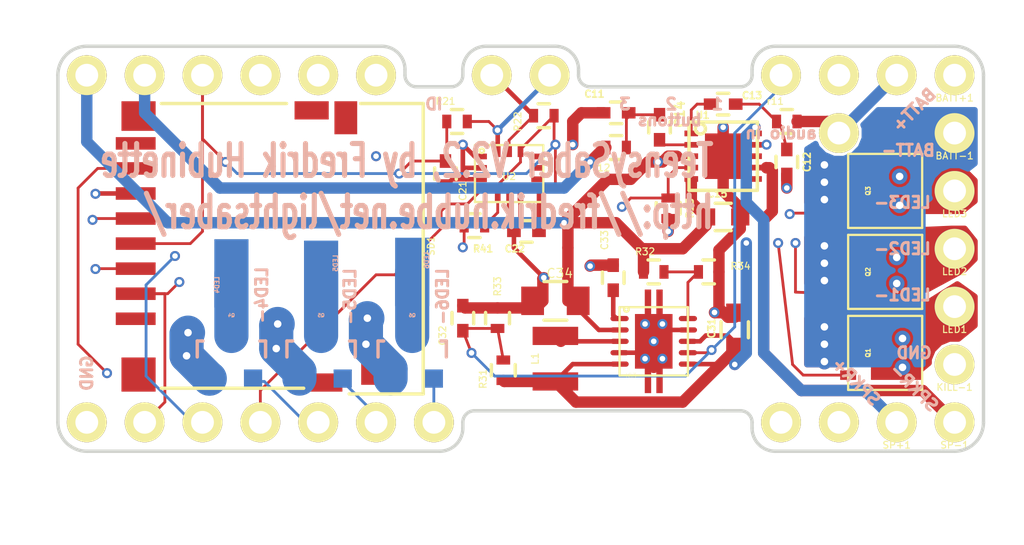
<source format=kicad_pcb>
(kicad_pcb (version 4) (host pcbnew 4.0.2+e4-6225~38~ubuntu14.04.1-stable)

  (general
    (links 117)
    (no_connects 1)
    (area 114.3 91.472 161.1095 115.887501)
    (thickness 1.6)
    (drawings 56)
    (tracks 437)
    (zones 0)
    (modules 44)
    (nets 50)
  )

  (page A4)
  (layers
    (0 Top signal)
    (1 In1.Cu signal)
    (2 In2.Cu signal)
    (31 Bottom signal)
    (33 F.Adhes user)
    (35 F.Paste user)
    (36 B.SilkS user)
    (37 F.SilkS user)
    (38 B.Mask user)
    (39 F.Mask user)
    (40 Dwgs.User user)
    (41 Cmts.User user)
    (42 Eco1.User user)
    (43 Eco2.User user)
    (44 Edge.Cuts user)
    (45 Margin user)
    (47 F.CrtYd user)
    (49 F.Fab user)
  )

  (setup
    (last_trace_width 0.1225)
    (user_trace_width 0.2)
    (user_trace_width 0.5)
    (user_trace_width 1)
    (user_trace_width 1.25)
    (user_trace_width 1.5)
    (trace_clearance 0.1225)
    (zone_clearance 0.508)
    (zone_45_only yes)
    (trace_min 0.1225)
    (segment_width 0.2)
    (edge_width 0.15)
    (via_size 0.441)
    (via_drill 0.245)
    (via_min_size 0.441)
    (via_min_drill 0.245)
    (user_via 0.6615 0.3185)
    (uvia_size 0.3)
    (uvia_drill 0.1)
    (uvias_allowed no)
    (uvia_min_size 0)
    (uvia_min_drill 0)
    (pcb_text_width 0.3)
    (pcb_text_size 0.5 0.5)
    (mod_edge_width 0.15)
    (mod_text_size 0.3 0.3)
    (mod_text_width 0.05)
    (pad_size 1.524 1.524)
    (pad_drill 0.762)
    (pad_to_mask_clearance 0.05)
    (aux_axis_origin 0 0)
    (visible_elements FFFFFFFF)
    (pcbplotparams
      (layerselection 0x010f8_80000007)
      (usegerberextensions false)
      (excludeedgelayer true)
      (linewidth 0.100000)
      (plotframeref false)
      (viasonmask false)
      (mode 1)
      (useauxorigin false)
      (hpglpennumber 1)
      (hpglpenspeed 20)
      (hpglpendiameter 15)
      (hpglpenoverlay 2)
      (psnegative false)
      (psa4output false)
      (plotreference true)
      (plotvalue true)
      (plotinvisibletext false)
      (padsonsilk false)
      (subtractmaskfromsilk false)
      (outputformat 1)
      (mirror false)
      (drillshape 0)
      (scaleselection 1)
      (outputdirectory gerbers/))
  )

  (net 0 "")
  (net 1 "Net-(BATT+1-Pad1)")
  (net 2 "Net-(BATT-1-Pad1)")
  (net 3 GND)
  (net 4 3.3v)
  (net 5 vtest)
  (net 6 "Net-(C33-Pad1)")
  (net 7 5v)
  (net 8 "Net-(IC3-Pad10)")
  (net 9 "Net-(LED1-Pad1)")
  (net 10 "Net-(LED2-Pad1)")
  (net 11 "Net-(LED3-Pad1)")
  (net 12 "Net-(Q1-Pad2)")
  (net 13 "Net-(Q2-Pad2)")
  (net 14 "Net-(Q3-Pad2)")
  (net 15 audio+)
  (net 16 audio-)
  (net 17 amp_en)
  (net 18 SDA)
  (net 19 SCL)
  (net 20 sd_en)
  (net 21 "Net-(SD1-Pad8)")
  (net 22 "Net-(SD1-Pad9)")
  (net 23 "Net-(SD1-Pad10)")
  (net 24 "Net-(SD1-PadB)")
  (net 25 "Net-(SD1-Pad11)")
  (net 26 miso)
  (net 27 sclk)
  (net 28 mosi)
  (net 29 "Net-(SD1-Pad1)")
  (net 30 "Net-(SD1-Pad12)")
  (net 31 "Net-(SD1-PadA)")
  (net 32 "Net-(SP+1-Pad1)")
  (net 33 "Net-(SP-1-Pad1)")
  (net 34 INT)
  (net 35 "Net-(U1-Pad6)")
  (net 36 "Net-(U2-Pad9)")
  (net 37 "Net-(U2-Pad10)")
  (net 38 "Net-(U2-Pad11)")
  (net 39 "Net-(C11-Pad1)")
  (net 40 "Net-(C12-Pad1)")
  (net 41 "Net-(C13-Pad1)")
  (net 42 "Net-(C14-Pad1)")
  (net 43 "Net-(IC3-Pad3)")
  (net 44 "Net-(Q4-Pad2)")
  (net 45 "Net-(Q5-Pad2)")
  (net 46 "Net-(Q6-Pad2)")
  (net 47 "Net-(LED4-Pad1)")
  (net 48 "Net-(LED5-Pad1)")
  (net 49 "Net-(LED6-Pad1)")

  (net_class Default "This is the default net class."
    (clearance 0.1225)
    (trace_width 0.1225)
    (via_dia 0.441)
    (via_drill 0.245)
    (uvia_dia 0.3)
    (uvia_drill 0.1)
    (add_net 3.3v)
    (add_net "Net-(C11-Pad1)")
    (add_net "Net-(C12-Pad1)")
    (add_net "Net-(C13-Pad1)")
    (add_net "Net-(C14-Pad1)")
    (add_net "Net-(C33-Pad1)")
    (add_net "Net-(IC3-Pad10)")
    (add_net "Net-(IC3-Pad3)")
    (add_net "Net-(Q4-Pad2)")
    (add_net "Net-(Q5-Pad2)")
    (add_net "Net-(Q6-Pad2)")
    (add_net "Net-(SD1-Pad1)")
    (add_net "Net-(SD1-Pad10)")
    (add_net "Net-(SD1-Pad11)")
    (add_net "Net-(SD1-Pad12)")
    (add_net "Net-(SD1-Pad8)")
    (add_net "Net-(SD1-Pad9)")
    (add_net "Net-(SD1-PadA)")
    (add_net "Net-(SD1-PadB)")
    (add_net "Net-(U1-Pad6)")
    (add_net "Net-(U2-Pad10)")
    (add_net "Net-(U2-Pad11)")
    (add_net "Net-(U2-Pad9)")
  )

  (net_class POWER ""
    (clearance 0.1225)
    (trace_width 1.5)
    (via_dia 0.6858)
    (via_drill 0.3302)
    (uvia_dia 0.3)
    (uvia_drill 0.1)
    (add_net "Net-(BATT-1-Pad1)")
    (add_net "Net-(LED1-Pad1)")
    (add_net "Net-(LED2-Pad1)")
    (add_net "Net-(LED3-Pad1)")
    (add_net "Net-(LED4-Pad1)")
    (add_net "Net-(LED5-Pad1)")
    (add_net "Net-(LED6-Pad1)")
  )

  (net_class medium ""
    (clearance 0.1225)
    (trace_width 0.5)
    (via_dia 0.441)
    (via_drill 0.245)
    (uvia_dia 0.3)
    (uvia_drill 0.1)
    (add_net 5v)
    (add_net GND)
    (add_net "Net-(BATT+1-Pad1)")
    (add_net "Net-(SP+1-Pad1)")
    (add_net "Net-(SP-1-Pad1)")
    (add_net audio+)
    (add_net audio-)
  )

  (net_class narrow ""
    (clearance 0.1225)
    (trace_width 0.1225)
    (via_dia 0.441)
    (via_drill 0.245)
    (uvia_dia 0.3)
    (uvia_drill 0.1)
    (add_net INT)
    (add_net "Net-(Q1-Pad2)")
    (add_net "Net-(Q2-Pad2)")
    (add_net "Net-(Q3-Pad2)")
    (add_net SCL)
    (add_net SDA)
    (add_net amp_en)
    (add_net miso)
    (add_net mosi)
    (add_net sclk)
    (add_net sd_en)
    (add_net vtest)
  )

  (module lightsaber_footprints:WSON-10 (layer Top) (tedit 588E4D52) (tstamp 57D8DDD0)
    (at 146.05 98.806 270)
    (path /57B17EFD)
    (fp_text reference U1 (at -1.8 0.9 360) (layer F.SilkS)
      (effects (font (size 0.3 0.3) (thickness 0.075)))
    )
    (fp_text value LM48310 (at 0 0 270) (layer F.Fab)
      (effects (font (size 0.3 0.3) (thickness 0.075)))
    )
    (fp_circle (center -1.2 1) (end -1.4 0.9) (layer F.SilkS) (width 0.15))
    (fp_line (start 1.5 -1.5) (end 1.5 1.5) (layer F.SilkS) (width 0.15))
    (fp_line (start 1.5 1.5) (end -1.5 1.5) (layer F.SilkS) (width 0.15))
    (fp_line (start -1.5 1.5) (end -1.5 -1.5) (layer F.SilkS) (width 0.15))
    (fp_line (start -1.5 -1.5) (end 1.5 -1.5) (layer F.SilkS) (width 0.15))
    (pad 11 smd rect (at 0 0 270) (size 2 1.6) (layers Top F.Paste F.Mask)
      (net 3 GND))
    (pad 1 smd rect (at -1 1.4 270) (size 0.25 0.6) (layers Top F.Paste F.Mask)
      (net 41 "Net-(C13-Pad1)"))
    (pad 2 smd rect (at -0.5 1.4 270) (size 0.25 0.6) (layers Top F.Paste F.Mask)
      (net 42 "Net-(C14-Pad1)"))
    (pad 3 smd rect (at 0 1.4 270) (size 0.25 0.6) (layers Top F.Paste F.Mask)
      (net 7 5v))
    (pad 4 smd rect (at 0.5 1.4 270) (size 0.25 0.6) (layers Top F.Paste F.Mask)
      (net 17 amp_en))
    (pad 5 smd rect (at 1 1.4 270) (size 0.25 0.6) (layers Top F.Paste F.Mask)
      (net 7 5v))
    (pad 6 smd rect (at 1 -1.4 270) (size 0.25 0.6) (layers Top F.Paste F.Mask)
      (net 35 "Net-(U1-Pad6)"))
    (pad 7 smd rect (at 0.5 -1.4 270) (size 0.25 0.6) (layers Top F.Paste F.Mask)
      (net 33 "Net-(SP-1-Pad1)"))
    (pad 8 smd rect (at 0 -1.4 270) (size 0.25 0.6) (layers Top F.Paste F.Mask)
      (net 3 GND))
    (pad 9 smd rect (at -0.5 -1.4 270) (size 0.25 0.6) (layers Top F.Paste F.Mask)
      (net 7 5v))
    (pad 10 smd rect (at -1 -1.4 270) (size 0.25 0.6) (layers Top F.Paste F.Mask)
      (net 32 "Net-(SP+1-Pad1)"))
  )

  (module modules:DM3D-SF (layer Top) (tedit 57DDA3BF) (tstamp 57D8DDA1)
    (at 121.1326 102.743 270)
    (descr "Micro SD")
    (tags "Micro SD")
    (path /57D3B723)
    (solder_mask_margin 0.1)
    (solder_paste_margin -0.05)
    (fp_text reference SD1 (at 0 -12.0904 270) (layer F.SilkS)
      (effects (font (size 0.3 0.3) (thickness 0.05)))
    )
    (fp_text value microsd_socket (at 1.5 -7 270) (layer F.Fab) hide
      (effects (font (size 0.3 0.3) (thickness 0.05)))
    )
    (fp_line (start 6.25 -6.5) (end 6.25 -0.25) (layer F.SilkS) (width 0.15))
    (fp_line (start -6.25 -5.75) (end -6.25 -0.25) (layer F.SilkS) (width 0.15))
    (fp_line (start 6.5 -11.75) (end 6.5 -8.5) (layer F.SilkS) (width 0.15))
    (fp_line (start -6.25 -11.75) (end 6.5 -11.75) (layer F.SilkS) (width 0.15))
    (fp_line (start -6.25 -9) (end -6.25 -11.75) (layer F.SilkS) (width 0.15))
    (fp_arc (start 5 3.85) (end 5.5 3.85) (angle 90) (layer F.Fab) (width 0.15))
    (fp_arc (start -5 3.85) (end -5 4.35) (angle 90) (layer F.Fab) (width 0.15))
    (fp_line (start 5.5 3.85) (end 5.5 0.5) (layer F.Fab) (width 0.15))
    (fp_line (start -5 4.35) (end 5 4.35) (layer F.Fab) (width 0.15))
    (fp_line (start -5.5 0.5) (end -5.5 3.85) (layer F.Fab) (width 0.15))
    (fp_arc (start -4.75 -1.25) (end -5.25 -1.25) (angle 90) (layer F.Fab) (width 0.15))
    (fp_arc (start -5.5 -0.25) (end -5.25 -0.25) (angle 90) (layer F.Fab) (width 0.15))
    (fp_arc (start 4.75 -1.25) (end 4.75 -1.75) (angle 90) (layer F.Fab) (width 0.15))
    (fp_arc (start 5.5 -0.25) (end 5.5 0) (angle 90) (layer F.Fab) (width 0.15))
    (fp_line (start 5.5 0) (end 6 0) (layer F.Fab) (width 0.15))
    (fp_line (start 5.25 -0.25) (end 5.25 -1.25) (layer F.Fab) (width 0.15))
    (fp_line (start -5.25 -0.25) (end -5.25 -1.25) (layer F.Fab) (width 0.15))
    (fp_line (start -5.95 0) (end -5.5 0) (layer F.Fab) (width 0.15))
    (fp_line (start -4.75 -1.8) (end 4.75 -1.8) (layer F.Fab) (width 0.15))
    (fp_line (start -5.95 0) (end -5.95 -11.45) (layer F.Fab) (width 0.15))
    (fp_line (start 6 0) (end 6 -11.45) (layer F.Fab) (width 0.15))
    (fp_line (start -5.95 -11.45) (end 6 -11.45) (layer F.Fab) (width 0.15))
    (fp_line (start 0 -8.2) (end 0.5 -10.2) (layer F.Fab) (width 0.1))
    (fp_line (start 0.1 -8.2) (end 0 -8.2) (layer F.Fab) (width 0.1))
    (fp_line (start 0 -10.2) (end -0.5 -8.2) (layer F.Fab) (width 0.1))
    (fp_line (start -0.5 -10.2) (end 0 -10.2) (layer F.Fab) (width 0.1))
    (fp_line (start -1 -8.2) (end -0.5 -10.2) (layer F.Fab) (width 0.1))
    (fp_line (start -1.5 -8.2) (end -1 -8.2) (layer F.Fab) (width 0.1))
    (fp_line (start -1 -10.2) (end -1.5 -8.2) (layer F.Fab) (width 0.1))
    (fp_line (start -1.5 -10.2) (end -1 -10.2) (layer F.Fab) (width 0.1))
    (fp_line (start -1.9 -8.3) (end -1.5 -10.2) (layer F.Fab) (width 0.1))
    (fp_line (start 0.55 -8.2) (end 0.55 -10.2) (layer F.Fab) (width 0.1))
    (fp_line (start -1.95 -10.2) (end -1.95 -8.2) (layer F.Fab) (width 0.1))
    (fp_line (start -6.35 -10.2) (end 6.4 -10.2) (layer F.Fab) (width 0.05))
    (fp_line (start -4.7 -6) (end -4.4 -4) (layer F.Fab) (width 0.1))
    (fp_line (start -2.7 -6) (end -3.4 -4) (layer F.Fab) (width 0.1))
    (fp_line (start -3.2 -6) (end -2.7 -6) (layer F.Fab) (width 0.1))
    (fp_line (start -3.9 -4) (end -3.2 -6) (layer F.Fab) (width 0.1))
    (fp_line (start -4.4 -4) (end -3.9 -4) (layer F.Fab) (width 0.1))
    (fp_line (start -3.7 -6) (end -4.4 -4) (layer F.Fab) (width 0.1))
    (fp_line (start -4.2 -6) (end -3.7 -6) (layer F.Fab) (width 0.1))
    (fp_line (start -4.9 -4) (end -4.2 -6) (layer F.Fab) (width 0.1))
    (fp_line (start -4.9 -6) (end -4.9 -4) (layer F.Fab) (width 0.1))
    (fp_text user %R (at 0 3.25 270) (layer F.Fab) hide
      (effects (font (size 0.3 0.3) (thickness 0.05)))
    )
    (fp_line (start -6.5 4.5) (end -6.5 -11.75) (layer F.CrtYd) (width 0.05))
    (fp_line (start 6.75 4.5) (end -6.5 4.5) (layer F.CrtYd) (width 0.05))
    (fp_line (start 6.75 -11.75) (end 6.75 4.5) (layer F.CrtYd) (width 0.05))
    (fp_line (start -6.5 -11.75) (end 6.75 -11.75) (layer F.CrtYd) (width 0.05))
    (fp_line (start -4.9 -6) (end 3.2 -6) (layer F.Fab) (width 0.1))
    (fp_line (start 0.55 -8.2) (end -1.95 -8.2) (layer F.Fab) (width 0.1))
    (fp_line (start -4.9 -4) (end 3.2 -4) (layer F.Fab) (width 0.1))
    (fp_line (start -6.35 1.5) (end -6.35 -10.2) (layer F.Fab) (width 0.05))
    (fp_line (start -4.4 -4) (end -3.7 -6) (layer F.Fab) (width 0.1))
    (fp_line (start -3.9 -4) (end -3.2 -6) (layer F.Fab) (width 0.1))
    (fp_line (start -3.4 -4) (end -2.7 -6) (layer F.Fab) (width 0.1))
    (fp_line (start -2.9 -4) (end -2.2 -6) (layer F.Fab) (width 0.1))
    (fp_line (start -2.4 -4) (end -1.7 -6) (layer F.Fab) (width 0.1))
    (fp_line (start -1.9 -4) (end -1.2 -6) (layer F.Fab) (width 0.1))
    (fp_line (start -1.4 -4) (end -0.7 -6) (layer F.Fab) (width 0.1))
    (fp_line (start -0.9 -4) (end -0.2 -6) (layer F.Fab) (width 0.1))
    (fp_line (start -0.4 -4) (end 0.3 -6) (layer F.Fab) (width 0.1))
    (fp_line (start 0.1 -4) (end 0.8 -6) (layer F.Fab) (width 0.1))
    (fp_line (start 0.6 -4) (end 1.3 -6) (layer F.Fab) (width 0.1))
    (fp_line (start 1.1 -4) (end 1.8 -6) (layer F.Fab) (width 0.1))
    (fp_line (start 1.6 -4) (end 2.3 -6) (layer F.Fab) (width 0.1))
    (fp_line (start 2.1 -4) (end 2.8 -6) (layer F.Fab) (width 0.1))
    (fp_line (start 2.6 -4) (end 3.2 -5.7) (layer F.Fab) (width 0.1))
    (fp_line (start 3.1 -4) (end 3.2 -4.3) (layer F.Fab) (width 0.1))
    (fp_line (start 3.2 -4) (end 3.2 -6) (layer F.Fab) (width 0.1))
    (fp_line (start -4.2 -6) (end -3.9 -4) (layer F.Fab) (width 0.1))
    (fp_line (start -3.7 -6) (end -3.4 -4) (layer F.Fab) (width 0.1))
    (fp_line (start -3.2 -6) (end -2.9 -4) (layer F.Fab) (width 0.1))
    (fp_line (start -2.7 -6) (end -2.4 -4) (layer F.Fab) (width 0.1))
    (fp_line (start -2.2 -6) (end -1.9 -4) (layer F.Fab) (width 0.1))
    (fp_line (start -1.7 -6) (end -1.4 -4) (layer F.Fab) (width 0.1))
    (fp_line (start -1.2 -6) (end -0.9 -4) (layer F.Fab) (width 0.1))
    (fp_line (start -0.7 -6) (end -0.4 -4) (layer F.Fab) (width 0.1))
    (fp_line (start -0.2 -6) (end 0.1 -4) (layer F.Fab) (width 0.1))
    (fp_line (start 0.3 -6) (end 0.6 -4) (layer F.Fab) (width 0.1))
    (fp_line (start 0.8 -6) (end 1.1 -4) (layer F.Fab) (width 0.1))
    (fp_line (start 1.3 -6) (end 1.6 -4) (layer F.Fab) (width 0.1))
    (fp_line (start 1.8 -6) (end 2.1 -4) (layer F.Fab) (width 0.1))
    (fp_line (start 2.3 -6) (end 2.6 -4) (layer F.Fab) (width 0.1))
    (fp_line (start 2.8 -6) (end 3.1 -4) (layer F.Fab) (width 0.1))
    (fp_line (start 6.4 1.5) (end 6.4 -10.2) (layer F.Fab) (width 0.05))
    (fp_line (start 0.55 -10.2) (end -1.95 -10.2) (layer F.Fab) (width 0.1))
    (pad 8 smd rect (at -4.5 0.875 270) (size 0.55 1.75) (layers Top F.Paste F.Mask)
      (net 21 "Net-(SD1-Pad8)"))
    (pad 9 smd rect (at -5.7 0.75 270) (size 1.3 1.5) (layers Top F.Paste F.Mask)
      (net 22 "Net-(SD1-Pad9)"))
    (pad 10 smd rect (at -5.95 -6.85 270) (size 0.8 1.5) (layers Top F.Paste F.Mask)
      (net 23 "Net-(SD1-Pad10)"))
    (pad B smd rect (at -5.625 -8.35 270) (size 1.45 1) (layers Top F.Paste F.Mask)
      (net 24 "Net-(SD1-PadB)"))
    (pad 11 smd rect (at 6 -7.5 270) (size 0.8 1.4) (layers Top F.Paste F.Mask)
      (net 25 "Net-(SD1-Pad11)"))
    (pad 7 smd rect (at -3.4 0.875 270) (size 0.55 1.75) (layers Top F.Paste F.Mask)
      (net 28 mosi))
    (pad 6 smd rect (at -2.3 0.875 270) (size 0.55 1.75) (layers Top F.Paste F.Mask)
      (net 3 GND))
    (pad 5 smd rect (at -1.2 0.875 270) (size 0.55 1.75) (layers Top F.Paste F.Mask)
      (net 27 sclk))
    (pad 4 smd rect (at -0.1 0.875 270) (size 0.55 1.75) (layers Top F.Paste F.Mask)
      (net 4 3.3v))
    (pad 3 smd rect (at 1 0.875 270) (size 0.55 1.75) (layers Top F.Paste F.Mask)
      (net 26 miso))
    (pad 2 smd rect (at 2.1 0.875 270) (size 0.55 1.75) (layers Top F.Paste F.Mask)
      (net 20 sd_en))
    (pad 1 smd rect (at 3.2 0.875 270) (size 0.55 1.75) (layers Top F.Paste F.Mask)
      (net 29 "Net-(SD1-Pad1)"))
    (pad 12 smd rect (at 5.65 0.75 270) (size 1.5 1.5) (layers Top F.Paste F.Mask)
      (net 30 "Net-(SD1-Pad12)"))
    (pad A smd rect (at 5.6 -9.8 270) (size 1 1.55) (layers Top F.Paste F.Mask)
      (net 31 "Net-(SD1-PadA)"))
  )

  (module lightsaber_footprints:teensy32++ (layer Top) (tedit 57F3461B) (tstamp 57F33E48)
    (at 135.89 102.87)
    (path /57B0B829)
    (fp_text reference U0 (at 0 2.54) (layer F.SilkS) hide
      (effects (font (size 0.5 0.5) (thickness 0.125)))
    )
    (fp_text value Teensy_3.1 (at -1.8415 -10.3505) (layer F.Fab) hide
      (effects (font (size 1 1) (thickness 0.15)))
    )
    (pad 5 thru_hole circle (at -2.54 7.62) (size 1.75 1.75) (drill 1) (layers *.Cu *.Mask F.SilkS)
      (net 46 "Net-(Q6-Pad2)"))
    (pad 4 thru_hole circle (at -5.08 7.62) (size 1.75 1.75) (drill 1) (layers *.Cu *.Mask F.SilkS)
      (net 45 "Net-(Q5-Pad2)"))
    (pad 3 thru_hole circle (at -7.62 7.62) (size 1.75 1.75) (drill 1) (layers *.Cu *.Mask F.SilkS)
      (net 44 "Net-(Q4-Pad2)"))
    (pad 28 thru_hole circle (at 17.78 -7.62) (size 1.75 1.75) (drill 1) (layers *.Cu *.Mask F.SilkS)
      (net 15 audio+))
    (pad 0 thru_hole circle (at -15.24 7.62) (size 1.75 1.75) (drill 1) (layers *.Cu *.Mask F.SilkS)
      (net 20 sd_en))
    (pad 2 thru_hole circle (at -10.16 7.62) (size 1.75 1.75) (drill 1) (layers *.Cu *.Mask F.SilkS)
      (net 34 INT))
    (pad 1 thru_hole circle (at -12.7 7.62) (size 1.75 1.75) (drill 1) (layers *.Cu *.Mask F.SilkS)
      (net 17 amp_en))
    (pad 11 thru_hole circle (at 12.7 7.62) (size 1.75 1.75) (drill 1) (layers *.Cu *.Mask F.SilkS)
      (net 26 miso))
    (pad 12 thru_hole circle (at 15.24 7.62) (size 1.75 1.75) (drill 1) (layers *.Cu *.Mask F.SilkS)
      (net 28 mosi))
    (pad 13 thru_hole circle (at 15.24 -7.62) (size 1.75 1.75) (drill 1) (layers *.Cu *.Mask F.SilkS)
      (net 27 sclk))
    (pad 14 thru_hole circle (at 12.7 -7.62) (size 1.75 1.75) (drill 1) (layers *.Cu *.Mask F.SilkS)
      (net 5 vtest))
    (pad 18 thru_hole circle (at 2.54 -7.62) (size 1.75 1.75) (drill 1) (layers *.Cu *.Mask F.SilkS)
      (net 18 SDA))
    (pad 19 thru_hole circle (at 0 -7.62) (size 1.75 1.75) (drill 1) (layers *.Cu *.Mask F.SilkS)
      (net 19 SCL))
    (pad 21 thru_hole circle (at -5.08 -7.62) (size 1.75 1.75) (drill 1) (layers *.Cu *.Mask F.SilkS)
      (net 14 "Net-(Q3-Pad2)"))
    (pad 22 thru_hole circle (at -7.62 -7.62) (size 1.75 1.75) (drill 1) (layers *.Cu *.Mask F.SilkS)
      (net 13 "Net-(Q2-Pad2)"))
    (pad 23 thru_hole circle (at -10.16 -7.62) (size 1.75 1.75) (drill 1) (layers *.Cu *.Mask F.SilkS)
      (net 12 "Net-(Q1-Pad2)"))
    (pad 24 thru_hole circle (at -12.7 -7.62) (size 1.75 1.75) (drill 1) (layers *.Cu *.Mask F.SilkS)
      (net 4 3.3v))
    (pad 25 thru_hole circle (at -15.24 -7.62) (size 1.75 1.75) (drill 1) (layers *.Cu *.Mask F.SilkS)
      (net 16 audio-))
    (pad 26 thru_hole circle (at -17.78 -7.62) (size 1.75 1.75) (drill 1) (layers *.Cu *.Mask F.SilkS)
      (net 7 5v))
    (pad 27 thru_hole circle (at -17.78 7.62) (size 1.75 1.75) (drill 1) (layers *.Cu *.Mask F.SilkS)
      (net 3 GND))
    (pad 28 thru_hole circle (at 15.24 -5.08) (size 1.75 1.75) (drill 1) (layers *.Cu *.Mask F.SilkS)
      (net 15 audio+))
  )

  (module lightsaber_footprints:DMG7430LFG (layer Top) (tedit 57DDA2B7) (tstamp 57DCA9A9)
    (at 153.162 100.33 270)
    (path /57C7E919)
    (fp_text reference Q3 (at 0 0.75 270) (layer F.SilkS)
      (effects (font (size 0.2 0.2) (thickness 0.05)))
    )
    (fp_text value Q_NMOS_DGS (at 0 -0.75 270) (layer F.Fab) hide
      (effects (font (size 0.2 0.2) (thickness 0.05)))
    )
    (fp_line (start -1.625 1.625) (end 1.625 1.625) (layer F.SilkS) (width 0.1))
    (fp_line (start 1.625 1.625) (end 1.625 -1.625) (layer F.SilkS) (width 0.1))
    (fp_line (start 1.625 -1.625) (end -1.625 -1.625) (layer F.SilkS) (width 0.1))
    (fp_line (start -1.625 -1.625) (end -1.625 1.625) (layer F.SilkS) (width 0.1))
    (pad 3 smd rect (at -0.975 1.625 270) (size 0.42 0.7) (layers Top F.Paste F.Mask)
      (net 2 "Net-(BATT-1-Pad1)"))
    (pad 3 smd rect (at -0.325 1.625 270) (size 0.42 0.7) (layers Top F.Paste F.Mask)
      (net 2 "Net-(BATT-1-Pad1)"))
    (pad 3 smd rect (at 0.325 1.625 270) (size 0.42 0.7) (layers Top F.Paste F.Mask)
      (net 2 "Net-(BATT-1-Pad1)"))
    (pad 2 smd rect (at 0.975 1.625 270) (size 0.42 0.7) (layers Top F.Paste F.Mask)
      (net 14 "Net-(Q3-Pad2)"))
    (pad 1 smd rect (at 0.975 -1.3 270) (size 0.42 0.7) (layers Top F.Paste F.Mask)
      (net 11 "Net-(LED3-Pad1)"))
    (pad 1 smd rect (at 0.325 -1.3 270) (size 0.42 0.7) (layers Top F.Paste F.Mask)
      (net 11 "Net-(LED3-Pad1)"))
    (pad 1 smd rect (at -0.325 -1.3 270) (size 0.42 0.7) (layers Top F.Paste F.Mask)
      (net 11 "Net-(LED3-Pad1)"))
    (pad 1 smd rect (at -0.975 -1.3 270) (size 0.42 0.7) (layers Top F.Paste F.Mask)
      (net 11 "Net-(LED3-Pad1)"))
    (pad 1 smd rect (at 0 -0.325 270) (size 2.37 1.9) (layers Top F.Paste F.Mask)
      (net 11 "Net-(LED3-Pad1)"))
  )

  (module lightsaber_footprints:1pin (layer Top) (tedit 57DDA295) (tstamp 57D8DCBE)
    (at 156.21 95.25)
    (path /57D7A026)
    (fp_text reference BATT+1 (at 0 1) (layer F.SilkS)
      (effects (font (size 0.3 0.3) (thickness 0.05)))
    )
    (fp_text value CONN_01X01 (at 3.048 0.127) (layer F.Fab) hide
      (effects (font (size 0.3 0.3) (thickness 0.05)))
    )
    (pad 1 thru_hole circle (at 0 0) (size 1.75 1.75) (drill 1) (layers *.Cu *.Mask F.SilkS)
      (net 1 "Net-(BATT+1-Pad1)"))
  )

  (module lightsaber_footprints:1pin (layer Top) (tedit 57DDA298) (tstamp 57D8DCC3)
    (at 156.21 97.79)
    (path /57D7A302)
    (fp_text reference BATT-1 (at 0 1) (layer F.SilkS)
      (effects (font (size 0.3 0.3) (thickness 0.05)))
    )
    (fp_text value CONN_01X01 (at 3.048 0) (layer F.Fab) hide
      (effects (font (size 0.3 0.3) (thickness 0.05)))
    )
    (pad 1 thru_hole circle (at 0 0) (size 1.75 1.75) (drill 1) (layers *.Cu *.Mask F.SilkS)
      (net 2 "Net-(BATT-1-Pad1)"))
  )

  (module Capacitors_SMD:C_0402 (layer Top) (tedit 57DD92C6) (tstamp 57D8DD05)
    (at 134.62 105.918 90)
    (descr "Capacitor SMD 0402, reflow soldering, AVX (see smccp.pdf)")
    (tags "capacitor 0402")
    (path /57C7B4C1)
    (attr smd)
    (fp_text reference C32 (at -0.762 -0.889 90) (layer F.SilkS)
      (effects (font (size 0.3 0.3) (thickness 0.05)))
    )
    (fp_text value 0.1uF (at 0.635 -0.889 270) (layer F.Fab)
      (effects (font (size 0.3 0.3) (thickness 0.05)))
    )
    (fp_line (start -1.15 -0.6) (end 1.15 -0.6) (layer F.CrtYd) (width 0.05))
    (fp_line (start -1.15 0.6) (end 1.15 0.6) (layer F.CrtYd) (width 0.05))
    (fp_line (start -1.15 -0.6) (end -1.15 0.6) (layer F.CrtYd) (width 0.05))
    (fp_line (start 1.15 -0.6) (end 1.15 0.6) (layer F.CrtYd) (width 0.05))
    (fp_line (start 0.25 -0.475) (end -0.25 -0.475) (layer F.SilkS) (width 0.15))
    (fp_line (start -0.25 0.475) (end 0.25 0.475) (layer F.SilkS) (width 0.15))
    (pad 1 smd rect (at -0.55 0 90) (size 0.6 0.5) (layers Top F.Paste F.Mask)
      (net 5 vtest))
    (pad 2 smd rect (at 0.55 0 90) (size 0.6 0.5) (layers Top F.Paste F.Mask)
      (net 3 GND))
    (model Capacitors_SMD.3dshapes/C_0402.wrl
      (at (xyz 0 0 0))
      (scale (xyz 1 1 1))
      (rotate (xyz 0 0 0))
    )
  )

  (module Capacitors_SMD:C_0402 (layer Top) (tedit 57DD92FF) (tstamp 57D8DD0B)
    (at 141.224 104.14 90)
    (descr "Capacitor SMD 0402, reflow soldering, AVX (see smccp.pdf)")
    (tags "capacitor 0402")
    (path /57B144BC)
    (attr smd)
    (fp_text reference C33 (at 1.651 -0.381 90) (layer F.SilkS)
      (effects (font (size 0.3 0.3) (thickness 0.05)))
    )
    (fp_text value 0.1uF (at 1.778 0.127 90) (layer F.Fab)
      (effects (font (size 0.3 0.3) (thickness 0.05)))
    )
    (fp_line (start -1.15 -0.6) (end 1.15 -0.6) (layer F.CrtYd) (width 0.05))
    (fp_line (start -1.15 0.6) (end 1.15 0.6) (layer F.CrtYd) (width 0.05))
    (fp_line (start -1.15 -0.6) (end -1.15 0.6) (layer F.CrtYd) (width 0.05))
    (fp_line (start 1.15 -0.6) (end 1.15 0.6) (layer F.CrtYd) (width 0.05))
    (fp_line (start 0.25 -0.475) (end -0.25 -0.475) (layer F.SilkS) (width 0.15))
    (fp_line (start -0.25 0.475) (end 0.25 0.475) (layer F.SilkS) (width 0.15))
    (pad 1 smd rect (at -0.55 0 90) (size 0.6 0.5) (layers Top F.Paste F.Mask)
      (net 6 "Net-(C33-Pad1)"))
    (pad 2 smd rect (at 0.55 0 90) (size 0.6 0.5) (layers Top F.Paste F.Mask)
      (net 3 GND))
    (model Capacitors_SMD.3dshapes/C_0402.wrl
      (at (xyz 0 0 0))
      (scale (xyz 1 1 1))
      (rotate (xyz 0 0 0))
    )
  )

  (module lightsaber_footprints:1pin (layer Top) (tedit 57DDA2AB) (tstamp 57D8DD29)
    (at 156.21 107.95)
    (path /57D79767)
    (fp_text reference KILL-1 (at 0 1) (layer F.SilkS)
      (effects (font (size 0.3 0.3) (thickness 0.05)))
    )
    (fp_text value CONN_01X01 (at 3.302 0) (layer F.Fab) hide
      (effects (font (size 0.3 0.3) (thickness 0.05)))
    )
    (pad 1 thru_hole circle (at 0 0) (size 1.75 1.75) (drill 1) (layers *.Cu *.Mask F.SilkS)
      (net 3 GND))
  )

  (module lightsaber_footprints:2520 (layer Top) (tedit 57DD929D) (tstamp 57D8DD2F)
    (at 138.684 107.696 270)
    (path /57B148C0)
    (fp_text reference L1 (at 0 0.889 270) (layer F.SilkS)
      (effects (font (size 0.3 0.3) (thickness 0.05)))
    )
    (fp_text value "4.7 uH 1.2A" (at 0 -0.762 360) (layer F.Fab)
      (effects (font (size 0.3 0.3) (thickness 0.05)))
    )
    (pad 1 smd rect (at -1 0 270) (size 0.8 2) (layers Top F.Paste F.Mask)
      (net 43 "Net-(IC3-Pad3)"))
    (pad 2 smd rect (at 1 0 270) (size 0.8 2) (layers Top F.Paste F.Mask)
      (net 1 "Net-(BATT+1-Pad1)"))
  )

  (module lightsaber_footprints:1pin (layer Top) (tedit 57DDA2A8) (tstamp 57D8DD34)
    (at 156.21 105.41)
    (path /57D77834)
    (fp_text reference LED1 (at 0 1) (layer F.SilkS)
      (effects (font (size 0.3 0.3) (thickness 0.05)))
    )
    (fp_text value CONN_01X01 (at 3.175 0) (layer F.Fab) hide
      (effects (font (size 0.3 0.3) (thickness 0.05)))
    )
    (pad 1 thru_hole circle (at 0 0) (size 1.75 1.75) (drill 1) (layers *.Cu *.Mask F.SilkS)
      (net 9 "Net-(LED1-Pad1)"))
  )

  (module lightsaber_footprints:1pin (layer Top) (tedit 57DDA2A3) (tstamp 57D8DD39)
    (at 156.21 102.87)
    (path /57D77D79)
    (fp_text reference LED2 (at 0 1) (layer F.SilkS)
      (effects (font (size 0.3 0.3) (thickness 0.05)))
    )
    (fp_text value CONN_01X01 (at 3.175 0) (layer F.Fab) hide
      (effects (font (size 0.3 0.3) (thickness 0.05)))
    )
    (pad 1 thru_hole circle (at 0 0) (size 1.75 1.75) (drill 1) (layers *.Cu *.Mask F.SilkS)
      (net 10 "Net-(LED2-Pad1)"))
  )

  (module lightsaber_footprints:1pin (layer Top) (tedit 57DDA29B) (tstamp 57D8DD3E)
    (at 156.21 100.33)
    (path /57D77E20)
    (fp_text reference LED3 (at 0 1) (layer F.SilkS)
      (effects (font (size 0.3 0.3) (thickness 0.05)))
    )
    (fp_text value CONN_01X01 (at 3.175 0) (layer F.Fab) hide
      (effects (font (size 0.3 0.3) (thickness 0.05)))
    )
    (pad 1 thru_hole circle (at 0 0) (size 1.75 1.75) (drill 1) (layers *.Cu *.Mask F.SilkS)
      (net 11 "Net-(LED3-Pad1)"))
  )

  (module Resistors_SMD:R_0402 (layer Top) (tedit 57DDA0CC) (tstamp 57D8DD59)
    (at 148.844 97.282)
    (descr "Resistor SMD 0402, reflow soldering, Vishay (see dcrcw.pdf)")
    (tags "resistor 0402")
    (path /57B199B0)
    (attr smd)
    (fp_text reference r11 (at -0.508 -0.889) (layer F.SilkS)
      (effects (font (size 0.3 0.3) (thickness 0.05)))
    )
    (fp_text value 2.2k (at 0.635 -0.889) (layer F.Fab)
      (effects (font (size 0.3 0.3) (thickness 0.05)))
    )
    (fp_line (start -0.95 -0.65) (end 0.95 -0.65) (layer F.CrtYd) (width 0.05))
    (fp_line (start -0.95 0.65) (end 0.95 0.65) (layer F.CrtYd) (width 0.05))
    (fp_line (start -0.95 -0.65) (end -0.95 0.65) (layer F.CrtYd) (width 0.05))
    (fp_line (start 0.95 -0.65) (end 0.95 0.65) (layer F.CrtYd) (width 0.05))
    (fp_line (start 0.25 -0.525) (end -0.25 -0.525) (layer F.SilkS) (width 0.15))
    (fp_line (start -0.25 0.525) (end 0.25 0.525) (layer F.SilkS) (width 0.15))
    (pad 1 smd rect (at -0.45 0) (size 0.4 0.6) (layers Top F.Paste F.Mask)
      (net 40 "Net-(C12-Pad1)"))
    (pad 2 smd rect (at 0.45 0) (size 0.4 0.6) (layers Top F.Paste F.Mask)
      (net 15 audio+))
    (model Resistors_SMD.3dshapes/R_0402.wrl
      (at (xyz 0 0 0))
      (scale (xyz 1 1 1))
      (rotate (xyz 0 0 0))
    )
  )

  (module Resistors_SMD:R_0402 (layer Top) (tedit 57DDA01E) (tstamp 57D8DD5F)
    (at 141.351 98.425 180)
    (descr "Resistor SMD 0402, reflow soldering, Vishay (see dcrcw.pdf)")
    (tags "resistor 0402")
    (path /57B19A95)
    (attr smd)
    (fp_text reference r12 (at 0.635 -0.889 180) (layer F.SilkS)
      (effects (font (size 0.3 0.3) (thickness 0.05)))
    )
    (fp_text value 2.2k (at -0.381 -0.889 180) (layer F.Fab)
      (effects (font (size 0.3 0.3) (thickness 0.05)))
    )
    (fp_line (start -0.95 -0.65) (end 0.95 -0.65) (layer F.CrtYd) (width 0.05))
    (fp_line (start -0.95 0.65) (end 0.95 0.65) (layer F.CrtYd) (width 0.05))
    (fp_line (start -0.95 -0.65) (end -0.95 0.65) (layer F.CrtYd) (width 0.05))
    (fp_line (start 0.95 -0.65) (end 0.95 0.65) (layer F.CrtYd) (width 0.05))
    (fp_line (start 0.25 -0.525) (end -0.25 -0.525) (layer F.SilkS) (width 0.15))
    (fp_line (start -0.25 0.525) (end 0.25 0.525) (layer F.SilkS) (width 0.15))
    (pad 1 smd rect (at -0.45 0 180) (size 0.4 0.6) (layers Top F.Paste F.Mask)
      (net 39 "Net-(C11-Pad1)"))
    (pad 2 smd rect (at 0.45 0 180) (size 0.4 0.6) (layers Top F.Paste F.Mask)
      (net 16 audio-))
    (model Resistors_SMD.3dshapes/R_0402.wrl
      (at (xyz 0 0 0))
      (scale (xyz 1 1 1))
      (rotate (xyz 0 0 0))
    )
  )

  (module Resistors_SMD:R_0402 (layer Top) (tedit 57DD9291) (tstamp 57D8DD77)
    (at 136.398 108.204 90)
    (descr "Resistor SMD 0402, reflow soldering, Vishay (see dcrcw.pdf)")
    (tags "resistor 0402")
    (path /57B11283)
    (attr smd)
    (fp_text reference R31 (at -0.381 -0.889 90) (layer F.SilkS)
      (effects (font (size 0.3 0.3) (thickness 0.05)))
    )
    (fp_text value 2M (at 0.508 -0.889 90) (layer F.Fab)
      (effects (font (size 0.3 0.3) (thickness 0.05)))
    )
    (fp_line (start -0.95 -0.65) (end 0.95 -0.65) (layer F.CrtYd) (width 0.05))
    (fp_line (start -0.95 0.65) (end 0.95 0.65) (layer F.CrtYd) (width 0.05))
    (fp_line (start -0.95 -0.65) (end -0.95 0.65) (layer F.CrtYd) (width 0.05))
    (fp_line (start 0.95 -0.65) (end 0.95 0.65) (layer F.CrtYd) (width 0.05))
    (fp_line (start 0.25 -0.525) (end -0.25 -0.525) (layer F.SilkS) (width 0.15))
    (fp_line (start -0.25 0.525) (end 0.25 0.525) (layer F.SilkS) (width 0.15))
    (pad 1 smd rect (at -0.45 0 90) (size 0.4 0.6) (layers Top F.Paste F.Mask)
      (net 1 "Net-(BATT+1-Pad1)"))
    (pad 2 smd rect (at 0.45 0 90) (size 0.4 0.6) (layers Top F.Paste F.Mask)
      (net 5 vtest))
    (model Resistors_SMD.3dshapes/R_0402.wrl
      (at (xyz 0 0 0))
      (scale (xyz 1 1 1))
      (rotate (xyz 0 0 0))
    )
  )

  (module Resistors_SMD:R_0402 (layer Top) (tedit 57DD931C) (tstamp 57D8DD7D)
    (at 143.002 103.886)
    (descr "Resistor SMD 0402, reflow soldering, Vishay (see dcrcw.pdf)")
    (tags "resistor 0402")
    (path /57B14AF7)
    (attr smd)
    (fp_text reference R32 (at -0.381 -0.889) (layer F.SilkS)
      (effects (font (size 0.3 0.3) (thickness 0.05)))
    )
    (fp_text value 2M (at 0.635 -0.889) (layer F.Fab)
      (effects (font (size 0.3 0.3) (thickness 0.05)))
    )
    (fp_line (start -0.95 -0.65) (end 0.95 -0.65) (layer F.CrtYd) (width 0.05))
    (fp_line (start -0.95 0.65) (end 0.95 0.65) (layer F.CrtYd) (width 0.05))
    (fp_line (start -0.95 -0.65) (end -0.95 0.65) (layer F.CrtYd) (width 0.05))
    (fp_line (start 0.95 -0.65) (end 0.95 0.65) (layer F.CrtYd) (width 0.05))
    (fp_line (start 0.25 -0.525) (end -0.25 -0.525) (layer F.SilkS) (width 0.15))
    (fp_line (start -0.25 0.525) (end 0.25 0.525) (layer F.SilkS) (width 0.15))
    (pad 1 smd rect (at -0.45 0) (size 0.4 0.6) (layers Top F.Paste F.Mask)
      (net 7 5v))
    (pad 2 smd rect (at 0.45 0) (size 0.4 0.6) (layers Top F.Paste F.Mask)
      (net 8 "Net-(IC3-Pad10)"))
    (model Resistors_SMD.3dshapes/R_0402.wrl
      (at (xyz 0 0 0))
      (scale (xyz 1 1 1))
      (rotate (xyz 0 0 0))
    )
  )

  (module Resistors_SMD:R_0402 (layer Top) (tedit 57DD92B3) (tstamp 57D8DD83)
    (at 136.144 105.918 90)
    (descr "Resistor SMD 0402, reflow soldering, Vishay (see dcrcw.pdf)")
    (tags "resistor 0402")
    (path /57B117CD)
    (attr smd)
    (fp_text reference R33 (at 1.397 0 90) (layer F.SilkS)
      (effects (font (size 0.3 0.3) (thickness 0.05)))
    )
    (fp_text value 220k (at 1.524 0.508 270) (layer F.Fab)
      (effects (font (size 0.3 0.3) (thickness 0.05)))
    )
    (fp_line (start -0.95 -0.65) (end 0.95 -0.65) (layer F.CrtYd) (width 0.05))
    (fp_line (start -0.95 0.65) (end 0.95 0.65) (layer F.CrtYd) (width 0.05))
    (fp_line (start -0.95 -0.65) (end -0.95 0.65) (layer F.CrtYd) (width 0.05))
    (fp_line (start 0.95 -0.65) (end 0.95 0.65) (layer F.CrtYd) (width 0.05))
    (fp_line (start 0.25 -0.525) (end -0.25 -0.525) (layer F.SilkS) (width 0.15))
    (fp_line (start -0.25 0.525) (end 0.25 0.525) (layer F.SilkS) (width 0.15))
    (pad 1 smd rect (at -0.45 0 90) (size 0.4 0.6) (layers Top F.Paste F.Mask)
      (net 5 vtest))
    (pad 2 smd rect (at 0.45 0 90) (size 0.4 0.6) (layers Top F.Paste F.Mask)
      (net 3 GND))
    (model Resistors_SMD.3dshapes/R_0402.wrl
      (at (xyz 0 0 0))
      (scale (xyz 1 1 1))
      (rotate (xyz 0 0 0))
    )
  )

  (module Resistors_SMD:R_0402 (layer Top) (tedit 57FACC0E) (tstamp 57D8DD89)
    (at 145.415 103.886)
    (descr "Resistor SMD 0402, reflow soldering, Vishay (see dcrcw.pdf)")
    (tags "resistor 0402")
    (path /57B14B82)
    (attr smd)
    (fp_text reference R34 (at 1.397 -0.254) (layer F.SilkS)
      (effects (font (size 0.3 0.3) (thickness 0.05)))
    )
    (fp_text value 220k (at 1.524 0.254) (layer F.Fab)
      (effects (font (size 0.3 0.3) (thickness 0.05)))
    )
    (fp_line (start -0.95 -0.65) (end 0.95 -0.65) (layer F.CrtYd) (width 0.05))
    (fp_line (start -0.95 0.65) (end 0.95 0.65) (layer F.CrtYd) (width 0.05))
    (fp_line (start -0.95 -0.65) (end -0.95 0.65) (layer F.CrtYd) (width 0.05))
    (fp_line (start 0.95 -0.65) (end 0.95 0.65) (layer F.CrtYd) (width 0.05))
    (fp_line (start 0.25 -0.525) (end -0.25 -0.525) (layer F.SilkS) (width 0.15))
    (fp_line (start -0.25 0.525) (end 0.25 0.525) (layer F.SilkS) (width 0.15))
    (pad 1 smd rect (at -0.45 0) (size 0.4 0.6) (layers Top F.Paste F.Mask)
      (net 8 "Net-(IC3-Pad10)"))
    (pad 2 smd rect (at 0.45 0) (size 0.4 0.6) (layers Top F.Paste F.Mask)
      (net 3 GND))
    (model Resistors_SMD.3dshapes/R_0402.wrl
      (at (xyz 0 0 0))
      (scale (xyz 1 1 1))
      (rotate (xyz 0 0 0))
    )
  )

  (module lightsaber_footprints:1pin (layer Top) (tedit 57DDA363) (tstamp 57D8DDA6)
    (at 153.67 110.49)
    (path /57D7C003)
    (fp_text reference SP+1 (at 0 1) (layer F.SilkS)
      (effects (font (size 0.3 0.3) (thickness 0.05)))
    )
    (fp_text value CONN_01X01 (at 0 -1) (layer F.Fab) hide
      (effects (font (size 0.3 0.3) (thickness 0.05)))
    )
    (pad 1 thru_hole circle (at 0 0) (size 1.75 1.75) (drill 1) (layers *.Cu *.Mask F.SilkS)
      (net 32 "Net-(SP+1-Pad1)"))
  )

  (module lightsaber_footprints:1pin (layer Top) (tedit 57DDA2D3) (tstamp 57D8DDAB)
    (at 156.21 110.49)
    (path /57D7C0A4)
    (fp_text reference SP-1 (at 0 1) (layer F.SilkS)
      (effects (font (size 0.3 0.3) (thickness 0.05)))
    )
    (fp_text value CONN_01X01 (at 0 -1) (layer F.Fab) hide
      (effects (font (size 0.3 0.3) (thickness 0.05)))
    )
    (pad 1 thru_hole circle (at 0 0) (size 1.75 1.75) (drill 1) (layers *.Cu *.Mask F.SilkS)
      (net 33 "Net-(SP-1-Pad1)"))
  )

  (module Capacitors_SMD:C_0402 (layer Top) (tedit 57DDA08C) (tstamp 57DBA6DC)
    (at 133.858 99.568 270)
    (descr "Capacitor SMD 0402, reflow soldering, AVX (see smccp.pdf)")
    (tags "capacitor 0402")
    (path /57DBB402)
    (attr smd)
    (fp_text reference C21 (at 0.762 -0.762 270) (layer F.SilkS)
      (effects (font (size 0.3 0.3) (thickness 0.05)))
    )
    (fp_text value 0.1uF (at -0.381 -0.762 270) (layer F.Fab)
      (effects (font (size 0.3 0.3) (thickness 0.05)))
    )
    (fp_line (start -1.15 -0.6) (end 1.15 -0.6) (layer F.CrtYd) (width 0.05))
    (fp_line (start -1.15 0.6) (end 1.15 0.6) (layer F.CrtYd) (width 0.05))
    (fp_line (start -1.15 -0.6) (end -1.15 0.6) (layer F.CrtYd) (width 0.05))
    (fp_line (start 1.15 -0.6) (end 1.15 0.6) (layer F.CrtYd) (width 0.05))
    (fp_line (start 0.25 -0.475) (end -0.25 -0.475) (layer F.SilkS) (width 0.15))
    (fp_line (start -0.25 0.475) (end 0.25 0.475) (layer F.SilkS) (width 0.15))
    (pad 1 smd rect (at -0.55 0 270) (size 0.6 0.5) (layers Top F.Paste F.Mask)
      (net 4 3.3v))
    (pad 2 smd rect (at 0.55 0 270) (size 0.6 0.5) (layers Top F.Paste F.Mask)
      (net 3 GND))
    (model Capacitors_SMD.3dshapes/C_0402.wrl
      (at (xyz 0 0 0))
      (scale (xyz 1 1 1))
      (rotate (xyz 0 0 0))
    )
  )

  (module Resistors_SMD:R_0402 (layer Top) (tedit 57DDA075) (tstamp 57DBA6E2)
    (at 134.366 97.282)
    (descr "Resistor SMD 0402, reflow soldering, Vishay (see dcrcw.pdf)")
    (tags "resistor 0402")
    (path /57DBD409)
    (attr smd)
    (fp_text reference R21 (at -0.508 -0.889) (layer F.SilkS)
      (effects (font (size 0.3 0.3) (thickness 0.05)))
    )
    (fp_text value 2.2k (at 0.635 -0.889) (layer F.Fab)
      (effects (font (size 0.3 0.3) (thickness 0.05)))
    )
    (fp_line (start -0.95 -0.65) (end 0.95 -0.65) (layer F.CrtYd) (width 0.05))
    (fp_line (start -0.95 0.65) (end 0.95 0.65) (layer F.CrtYd) (width 0.05))
    (fp_line (start -0.95 -0.65) (end -0.95 0.65) (layer F.CrtYd) (width 0.05))
    (fp_line (start 0.95 -0.65) (end 0.95 0.65) (layer F.CrtYd) (width 0.05))
    (fp_line (start 0.25 -0.525) (end -0.25 -0.525) (layer F.SilkS) (width 0.15))
    (fp_line (start -0.25 0.525) (end 0.25 0.525) (layer F.SilkS) (width 0.15))
    (pad 1 smd rect (at -0.45 0) (size 0.4 0.6) (layers Top F.Paste F.Mask)
      (net 4 3.3v))
    (pad 2 smd rect (at 0.45 0) (size 0.4 0.6) (layers Top F.Paste F.Mask)
      (net 18 SDA))
    (model Resistors_SMD.3dshapes/R_0402.wrl
      (at (xyz 0 0 0))
      (scale (xyz 1 1 1))
      (rotate (xyz 0 0 0))
    )
  )

  (module Resistors_SMD:R_0402 (layer Top) (tedit 57DDA03D) (tstamp 57DBA6E8)
    (at 138.176 97.028 180)
    (descr "Resistor SMD 0402, reflow soldering, Vishay (see dcrcw.pdf)")
    (tags "resistor 0402")
    (path /57DBD546)
    (attr smd)
    (fp_text reference R22 (at 1.143 -0.254 270) (layer F.SilkS)
      (effects (font (size 0.3 0.3) (thickness 0.05)))
    )
    (fp_text value 2.2k (at 1.143 0.889 270) (layer F.Fab)
      (effects (font (size 0.3 0.3) (thickness 0.05)))
    )
    (fp_line (start -0.95 -0.65) (end 0.95 -0.65) (layer F.CrtYd) (width 0.05))
    (fp_line (start -0.95 0.65) (end 0.95 0.65) (layer F.CrtYd) (width 0.05))
    (fp_line (start -0.95 -0.65) (end -0.95 0.65) (layer F.CrtYd) (width 0.05))
    (fp_line (start 0.95 -0.65) (end 0.95 0.65) (layer F.CrtYd) (width 0.05))
    (fp_line (start 0.25 -0.525) (end -0.25 -0.525) (layer F.SilkS) (width 0.15))
    (fp_line (start -0.25 0.525) (end 0.25 0.525) (layer F.SilkS) (width 0.15))
    (pad 1 smd rect (at -0.45 0 180) (size 0.4 0.6) (layers Top F.Paste F.Mask)
      (net 4 3.3v))
    (pad 2 smd rect (at 0.45 0 180) (size 0.4 0.6) (layers Top F.Paste F.Mask)
      (net 19 SCL))
    (model Resistors_SMD.3dshapes/R_0402.wrl
      (at (xyz 0 0 0))
      (scale (xyz 1 1 1))
      (rotate (xyz 0 0 0))
    )
  )

  (module lightsaber_footprints:LGA-14L (layer Top) (tedit 57DDA060) (tstamp 57DBA6FF)
    (at 136.652 99.568)
    (path /57DBA814)
    (fp_text reference U2 (at 0 0.127) (layer F.SilkS)
      (effects (font (size 0.3 0.3) (thickness 0.05)))
    )
    (fp_text value LSM6DS3H (at 1.905 0.254 270) (layer F.Fab)
      (effects (font (size 0.3 0.3) (thickness 0.05)))
    )
    (fp_circle (center -1.2 -1) (end -1.1 -1) (layer F.SilkS) (width 0.1))
    (fp_line (start -1.5 -1.25) (end -1.5 1.25) (layer F.SilkS) (width 0.1))
    (fp_line (start -1.5 1.25) (end 1.5 1.25) (layer F.SilkS) (width 0.1))
    (fp_line (start 1.5 1.25) (end 1.5 -1.25) (layer F.SilkS) (width 0.1))
    (fp_line (start 1.5 -1.25) (end -1.5 -1.25) (layer F.SilkS) (width 0.1))
    (pad 1 smd rect (at -1.25 -0.75) (size 0.55 0.25) (layers Top F.Paste F.Mask)
      (net 3 GND))
    (pad 2 smd rect (at -1.25 -0.25) (size 0.55 0.25) (layers Top F.Paste F.Mask)
      (net 3 GND))
    (pad 3 smd rect (at -1.25 0.25) (size 0.55 0.25) (layers Top F.Paste F.Mask)
      (net 3 GND))
    (pad 4 smd rect (at -1.25 0.75) (size 0.55 0.25) (layers Top F.Paste F.Mask)
      (net 34 INT))
    (pad 5 smd rect (at -0.5 1) (size 0.25 0.55) (layers Top F.Paste F.Mask)
      (net 4 3.3v))
    (pad 6 smd rect (at 0 1) (size 0.25 0.55) (layers Top F.Paste F.Mask)
      (net 3 GND))
    (pad 7 smd rect (at 0.5 1) (size 0.25 0.55) (layers Top F.Paste F.Mask)
      (net 3 GND))
    (pad 8 smd rect (at 1.25 0.75) (size 0.55 0.25) (layers Top F.Paste F.Mask)
      (net 4 3.3v))
    (pad 9 smd rect (at 1.25 0.25) (size 0.55 0.25) (layers Top F.Paste F.Mask)
      (net 36 "Net-(U2-Pad9)"))
    (pad 10 smd rect (at 1.25 -0.25) (size 0.55 0.25) (layers Top F.Paste F.Mask)
      (net 37 "Net-(U2-Pad10)"))
    (pad 11 smd rect (at 1.25 -0.75) (size 0.55 0.25) (layers Top F.Paste F.Mask)
      (net 38 "Net-(U2-Pad11)"))
    (pad 12 smd rect (at 0.5 -1) (size 0.25 0.55) (layers Top F.Paste F.Mask)
      (net 4 3.3v))
    (pad 13 smd rect (at 0 -1) (size 0.25 0.55) (layers Top F.Paste F.Mask)
      (net 19 SCL))
    (pad 14 smd rect (at -0.5 -1) (size 0.25 0.55) (layers Top F.Paste F.Mask)
      (net 18 SDA))
  )

  (module lightsaber_footprints:DMG7430LFG (layer Top) (tedit 57DDA2C9) (tstamp 57DCA989)
    (at 153.162 107.442 270)
    (path /57C7E089)
    (fp_text reference Q1 (at 0 0.75 270) (layer F.SilkS)
      (effects (font (size 0.2 0.2) (thickness 0.05)))
    )
    (fp_text value Q_NMOS_DGS (at 0 -0.75 270) (layer F.Fab) hide
      (effects (font (size 0.2 0.2) (thickness 0.05)))
    )
    (fp_line (start -1.625 1.625) (end 1.625 1.625) (layer F.SilkS) (width 0.1))
    (fp_line (start 1.625 1.625) (end 1.625 -1.625) (layer F.SilkS) (width 0.1))
    (fp_line (start 1.625 -1.625) (end -1.625 -1.625) (layer F.SilkS) (width 0.1))
    (fp_line (start -1.625 -1.625) (end -1.625 1.625) (layer F.SilkS) (width 0.1))
    (pad 3 smd rect (at -0.975 1.625 270) (size 0.42 0.7) (layers Top F.Paste F.Mask)
      (net 2 "Net-(BATT-1-Pad1)"))
    (pad 3 smd rect (at -0.325 1.625 270) (size 0.42 0.7) (layers Top F.Paste F.Mask)
      (net 2 "Net-(BATT-1-Pad1)"))
    (pad 3 smd rect (at 0.325 1.625 270) (size 0.42 0.7) (layers Top F.Paste F.Mask)
      (net 2 "Net-(BATT-1-Pad1)"))
    (pad 2 smd rect (at 0.975 1.625 270) (size 0.42 0.7) (layers Top F.Paste F.Mask)
      (net 12 "Net-(Q1-Pad2)"))
    (pad 1 smd rect (at 0.975 -1.3 270) (size 0.42 0.7) (layers Top F.Paste F.Mask)
      (net 9 "Net-(LED1-Pad1)"))
    (pad 1 smd rect (at 0.325 -1.3 270) (size 0.42 0.7) (layers Top F.Paste F.Mask)
      (net 9 "Net-(LED1-Pad1)"))
    (pad 1 smd rect (at -0.325 -1.3 270) (size 0.42 0.7) (layers Top F.Paste F.Mask)
      (net 9 "Net-(LED1-Pad1)"))
    (pad 1 smd rect (at -0.975 -1.3 270) (size 0.42 0.7) (layers Top F.Paste F.Mask)
      (net 9 "Net-(LED1-Pad1)"))
    (pad 1 smd rect (at 0 -0.325 270) (size 2.37 1.9) (layers Top F.Paste F.Mask)
      (net 9 "Net-(LED1-Pad1)"))
  )

  (module lightsaber_footprints:DMG7430LFG (layer Top) (tedit 57DDA2C1) (tstamp 57DCA999)
    (at 153.162 103.886 270)
    (path /57C7EA28)
    (fp_text reference Q2 (at 0 0.75 270) (layer F.SilkS)
      (effects (font (size 0.2 0.2) (thickness 0.05)))
    )
    (fp_text value Q_NMOS_DGS (at 0 -0.75 270) (layer F.Fab) hide
      (effects (font (size 0.2 0.2) (thickness 0.05)))
    )
    (fp_line (start -1.625 1.625) (end 1.625 1.625) (layer F.SilkS) (width 0.1))
    (fp_line (start 1.625 1.625) (end 1.625 -1.625) (layer F.SilkS) (width 0.1))
    (fp_line (start 1.625 -1.625) (end -1.625 -1.625) (layer F.SilkS) (width 0.1))
    (fp_line (start -1.625 -1.625) (end -1.625 1.625) (layer F.SilkS) (width 0.1))
    (pad 3 smd rect (at -0.975 1.625 270) (size 0.42 0.7) (layers Top F.Paste F.Mask)
      (net 2 "Net-(BATT-1-Pad1)"))
    (pad 3 smd rect (at -0.325 1.625 270) (size 0.42 0.7) (layers Top F.Paste F.Mask)
      (net 2 "Net-(BATT-1-Pad1)"))
    (pad 3 smd rect (at 0.325 1.625 270) (size 0.42 0.7) (layers Top F.Paste F.Mask)
      (net 2 "Net-(BATT-1-Pad1)"))
    (pad 2 smd rect (at 0.975 1.625 270) (size 0.42 0.7) (layers Top F.Paste F.Mask)
      (net 13 "Net-(Q2-Pad2)"))
    (pad 1 smd rect (at 0.975 -1.3 270) (size 0.42 0.7) (layers Top F.Paste F.Mask)
      (net 10 "Net-(LED2-Pad1)"))
    (pad 1 smd rect (at 0.325 -1.3 270) (size 0.42 0.7) (layers Top F.Paste F.Mask)
      (net 10 "Net-(LED2-Pad1)"))
    (pad 1 smd rect (at -0.325 -1.3 270) (size 0.42 0.7) (layers Top F.Paste F.Mask)
      (net 10 "Net-(LED2-Pad1)"))
    (pad 1 smd rect (at -0.975 -1.3 270) (size 0.42 0.7) (layers Top F.Paste F.Mask)
      (net 10 "Net-(LED2-Pad1)"))
    (pad 1 smd rect (at 0 -0.325 270) (size 2.37 1.9) (layers Top F.Paste F.Mask)
      (net 10 "Net-(LED2-Pad1)"))
  )

  (module Capacitors_SMD:C_0402 (layer Top) (tedit 57FACD50) (tstamp 57F339DF)
    (at 141.351 96.901 180)
    (descr "Capacitor SMD 0402, reflow soldering, AVX (see smccp.pdf)")
    (tags "capacitor 0402")
    (path /57B1A5F9)
    (attr smd)
    (fp_text reference C11 (at 0.9525 0.8255 180) (layer F.SilkS)
      (effects (font (size 0.3 0.3) (thickness 0.075)))
    )
    (fp_text value 3.3nF (at -0.5715 0.762 180) (layer F.Fab)
      (effects (font (size 0.3 0.3) (thickness 0.075)))
    )
    (fp_line (start -0.5 0.25) (end -0.5 -0.25) (layer F.Fab) (width 0.15))
    (fp_line (start 0.5 0.25) (end -0.5 0.25) (layer F.Fab) (width 0.15))
    (fp_line (start 0.5 -0.25) (end 0.5 0.25) (layer F.Fab) (width 0.15))
    (fp_line (start -0.5 -0.25) (end 0.5 -0.25) (layer F.Fab) (width 0.15))
    (fp_line (start -1.15 -0.6) (end 1.15 -0.6) (layer F.CrtYd) (width 0.05))
    (fp_line (start -1.15 0.6) (end 1.15 0.6) (layer F.CrtYd) (width 0.05))
    (fp_line (start -1.15 -0.6) (end -1.15 0.6) (layer F.CrtYd) (width 0.05))
    (fp_line (start 1.15 -0.6) (end 1.15 0.6) (layer F.CrtYd) (width 0.05))
    (fp_line (start 0.25 -0.475) (end -0.25 -0.475) (layer F.SilkS) (width 0.15))
    (fp_line (start -0.25 0.475) (end 0.25 0.475) (layer F.SilkS) (width 0.15))
    (pad 1 smd rect (at -0.55 0 180) (size 0.6 0.5) (layers Top F.Paste F.Mask)
      (net 39 "Net-(C11-Pad1)"))
    (pad 2 smd rect (at 0.55 0 180) (size 0.6 0.5) (layers Top F.Paste F.Mask)
      (net 3 GND))
    (model Capacitors_SMD.3dshapes/C_0402.wrl
      (at (xyz 0 0 0))
      (scale (xyz 1 1 1))
      (rotate (xyz 0 0 0))
    )
  )

  (module Capacitors_SMD:C_0402 (layer Top) (tedit 57FACC3D) (tstamp 57F339E5)
    (at 148.844 99.06 270)
    (descr "Capacitor SMD 0402, reflow soldering, AVX (see smccp.pdf)")
    (tags "capacitor 0402")
    (path /57B1A6AC)
    (attr smd)
    (fp_text reference C12 (at 0 -0.889 270) (layer F.SilkS)
      (effects (font (size 0.3 0.3) (thickness 0.075)))
    )
    (fp_text value 3.3nF (at 0.762 0.889 270) (layer F.Fab)
      (effects (font (size 0.3 0.3) (thickness 0.075)))
    )
    (fp_line (start -0.5 0.25) (end -0.5 -0.25) (layer F.Fab) (width 0.15))
    (fp_line (start 0.5 0.25) (end -0.5 0.25) (layer F.Fab) (width 0.15))
    (fp_line (start 0.5 -0.25) (end 0.5 0.25) (layer F.Fab) (width 0.15))
    (fp_line (start -0.5 -0.25) (end 0.5 -0.25) (layer F.Fab) (width 0.15))
    (fp_line (start -1.15 -0.6) (end 1.15 -0.6) (layer F.CrtYd) (width 0.05))
    (fp_line (start -1.15 0.6) (end 1.15 0.6) (layer F.CrtYd) (width 0.05))
    (fp_line (start -1.15 -0.6) (end -1.15 0.6) (layer F.CrtYd) (width 0.05))
    (fp_line (start 1.15 -0.6) (end 1.15 0.6) (layer F.CrtYd) (width 0.05))
    (fp_line (start 0.25 -0.475) (end -0.25 -0.475) (layer F.SilkS) (width 0.15))
    (fp_line (start -0.25 0.475) (end 0.25 0.475) (layer F.SilkS) (width 0.15))
    (pad 1 smd rect (at -0.55 0 270) (size 0.6 0.5) (layers Top F.Paste F.Mask)
      (net 40 "Net-(C12-Pad1)"))
    (pad 2 smd rect (at 0.55 0 270) (size 0.6 0.5) (layers Top F.Paste F.Mask)
      (net 3 GND))
    (model Capacitors_SMD.3dshapes/C_0402.wrl
      (at (xyz 0 0 0))
      (scale (xyz 1 1 1))
      (rotate (xyz 0 0 0))
    )
  )

  (module Capacitors_SMD:C_0402 (layer Top) (tedit 588E5663) (tstamp 57F339EB)
    (at 146.05 96.52)
    (descr "Capacitor SMD 0402, reflow soldering, AVX (see smccp.pdf)")
    (tags "capacitor 0402")
    (path /57B1C521)
    (attr smd)
    (fp_text reference C13 (at 1.27 -0.381) (layer F.SilkS)
      (effects (font (size 0.3 0.3) (thickness 0.075)))
    )
    (fp_text value 1uF (at 1.3335 0.127) (layer F.Fab)
      (effects (font (size 0.4 0.4) (thickness 0.1)))
    )
    (fp_line (start -0.5 0.25) (end -0.5 -0.25) (layer F.Fab) (width 0.15))
    (fp_line (start 0.5 0.25) (end -0.5 0.25) (layer F.Fab) (width 0.15))
    (fp_line (start 0.5 -0.25) (end 0.5 0.25) (layer F.Fab) (width 0.15))
    (fp_line (start -0.5 -0.25) (end 0.5 -0.25) (layer F.Fab) (width 0.15))
    (fp_line (start -1.15 -0.6) (end 1.15 -0.6) (layer F.CrtYd) (width 0.05))
    (fp_line (start -1.15 0.6) (end 1.15 0.6) (layer F.CrtYd) (width 0.05))
    (fp_line (start -1.15 -0.6) (end -1.15 0.6) (layer F.CrtYd) (width 0.05))
    (fp_line (start 1.15 -0.6) (end 1.15 0.6) (layer F.CrtYd) (width 0.05))
    (fp_line (start 0.25 -0.475) (end -0.25 -0.475) (layer F.SilkS) (width 0.15))
    (fp_line (start -0.25 0.475) (end 0.25 0.475) (layer F.SilkS) (width 0.15))
    (pad 1 smd rect (at -0.55 0) (size 0.6 0.5) (layers Top F.Paste F.Mask)
      (net 41 "Net-(C13-Pad1)"))
    (pad 2 smd rect (at 0.55 0) (size 0.6 0.5) (layers Top F.Paste F.Mask)
      (net 40 "Net-(C12-Pad1)"))
    (model Capacitors_SMD.3dshapes/C_0402.wrl
      (at (xyz 0 0 0))
      (scale (xyz 1 1 1))
      (rotate (xyz 0 0 0))
    )
  )

  (module Capacitors_SMD:C_0402 (layer Top) (tedit 57F345AC) (tstamp 57F339F1)
    (at 143.256 97.536 90)
    (descr "Capacitor SMD 0402, reflow soldering, AVX (see smccp.pdf)")
    (tags "capacitor 0402")
    (path /57B1C640)
    (attr smd)
    (fp_text reference C14 (at 0.5715 0.889 90) (layer F.SilkS)
      (effects (font (size 0.4 0.4) (thickness 0.1)))
    )
    (fp_text value 1uF (at -0.5715 0.889 90) (layer F.Fab)
      (effects (font (size 0.4 0.4) (thickness 0.1)))
    )
    (fp_line (start -0.5 0.25) (end -0.5 -0.25) (layer F.Fab) (width 0.15))
    (fp_line (start 0.5 0.25) (end -0.5 0.25) (layer F.Fab) (width 0.15))
    (fp_line (start 0.5 -0.25) (end 0.5 0.25) (layer F.Fab) (width 0.15))
    (fp_line (start -0.5 -0.25) (end 0.5 -0.25) (layer F.Fab) (width 0.15))
    (fp_line (start -1.15 -0.6) (end 1.15 -0.6) (layer F.CrtYd) (width 0.05))
    (fp_line (start -1.15 0.6) (end 1.15 0.6) (layer F.CrtYd) (width 0.05))
    (fp_line (start -1.15 -0.6) (end -1.15 0.6) (layer F.CrtYd) (width 0.05))
    (fp_line (start 1.15 -0.6) (end 1.15 0.6) (layer F.CrtYd) (width 0.05))
    (fp_line (start 0.25 -0.475) (end -0.25 -0.475) (layer F.SilkS) (width 0.15))
    (fp_line (start -0.25 0.475) (end 0.25 0.475) (layer F.SilkS) (width 0.15))
    (pad 1 smd rect (at -0.55 0 90) (size 0.6 0.5) (layers Top F.Paste F.Mask)
      (net 42 "Net-(C14-Pad1)"))
    (pad 2 smd rect (at 0.55 0 90) (size 0.6 0.5) (layers Top F.Paste F.Mask)
      (net 39 "Net-(C11-Pad1)"))
    (model Capacitors_SMD.3dshapes/C_0402.wrl
      (at (xyz 0 0 0))
      (scale (xyz 1 1 1))
      (rotate (xyz 0 0 0))
    )
  )

  (module Capacitors_SMD:C_0603 (layer Top) (tedit 57FACC07) (tstamp 57F339F2)
    (at 146.558 106.426 90)
    (descr "Capacitor SMD 0603, reflow soldering, AVX (see smccp.pdf)")
    (tags "capacitor 0603")
    (path /57B11B43)
    (attr smd)
    (fp_text reference C31 (at 0.0635 -1.016 90) (layer F.SilkS)
      (effects (font (size 0.3 0.3) (thickness 0.075)))
    )
    (fp_text value 10uF (at 0 1.016 90) (layer F.Fab)
      (effects (font (size 0.3 0.3) (thickness 0.075)))
    )
    (fp_line (start -0.8 0.4) (end -0.8 -0.4) (layer F.Fab) (width 0.15))
    (fp_line (start 0.8 0.4) (end -0.8 0.4) (layer F.Fab) (width 0.15))
    (fp_line (start 0.8 -0.4) (end 0.8 0.4) (layer F.Fab) (width 0.15))
    (fp_line (start -0.8 -0.4) (end 0.8 -0.4) (layer F.Fab) (width 0.15))
    (fp_line (start -1.45 -0.75) (end 1.45 -0.75) (layer F.CrtYd) (width 0.05))
    (fp_line (start -1.45 0.75) (end 1.45 0.75) (layer F.CrtYd) (width 0.05))
    (fp_line (start -1.45 -0.75) (end -1.45 0.75) (layer F.CrtYd) (width 0.05))
    (fp_line (start 1.45 -0.75) (end 1.45 0.75) (layer F.CrtYd) (width 0.05))
    (fp_line (start -0.35 -0.6) (end 0.35 -0.6) (layer F.SilkS) (width 0.15))
    (fp_line (start 0.35 0.6) (end -0.35 0.6) (layer F.SilkS) (width 0.15))
    (pad 1 smd rect (at -0.75 0 90) (size 0.8 0.75) (layers Top F.Paste F.Mask)
      (net 1 "Net-(BATT+1-Pad1)"))
    (pad 2 smd rect (at 0.75 0 90) (size 0.8 0.75) (layers Top F.Paste F.Mask)
      (net 3 GND))
    (model Capacitors_SMD.3dshapes/C_0603.wrl
      (at (xyz 0 0 0))
      (scale (xyz 1 1 1))
      (rotate (xyz 0 0 0))
    )
  )

  (module Capacitors_SMD:C_0805 (layer Top) (tedit 57F344AC) (tstamp 57F339F7)
    (at 138.684 105.156 180)
    (descr "Capacitor SMD 0805, reflow soldering, AVX (see smccp.pdf)")
    (tags "capacitor 0805")
    (path /57B1BC10)
    (attr smd)
    (fp_text reference C34 (at -0.1905 1.2065 180) (layer F.SilkS)
      (effects (font (size 0.4 0.4) (thickness 0.05)))
    )
    (fp_text value 22uF (at 0 0 270) (layer F.Fab)
      (effects (font (size 0.2 0.2) (thickness 0.05)))
    )
    (fp_line (start -1 0.625) (end -1 -0.625) (layer F.Fab) (width 0.15))
    (fp_line (start 1 0.625) (end -1 0.625) (layer F.Fab) (width 0.15))
    (fp_line (start 1 -0.625) (end 1 0.625) (layer F.Fab) (width 0.15))
    (fp_line (start -1 -0.625) (end 1 -0.625) (layer F.Fab) (width 0.15))
    (fp_line (start -1.8 -1) (end 1.8 -1) (layer F.CrtYd) (width 0.05))
    (fp_line (start -1.8 1) (end 1.8 1) (layer F.CrtYd) (width 0.05))
    (fp_line (start -1.8 -1) (end -1.8 1) (layer F.CrtYd) (width 0.05))
    (fp_line (start 1.8 -1) (end 1.8 1) (layer F.CrtYd) (width 0.05))
    (fp_line (start 0.5 -0.85) (end -0.5 -0.85) (layer F.SilkS) (width 0.15))
    (fp_line (start -0.5 0.85) (end 0.5 0.85) (layer F.SilkS) (width 0.15))
    (pad 1 smd rect (at -1 0 180) (size 1 1.25) (layers Top F.Paste F.Mask)
      (net 7 5v))
    (pad 2 smd rect (at 1 0 180) (size 1 1.25) (layers Top F.Paste F.Mask)
      (net 3 GND))
    (model Capacitors_SMD.3dshapes/C_0805.wrl
      (at (xyz 0 0 0))
      (scale (xyz 1 1 1))
      (rotate (xyz 0 0 0))
    )
  )

  (module lightsaber_footprints:PAD (layer Bottom) (tedit 57F330B7) (tstamp 57F33A00)
    (at 124.46 103.9495 180)
    (path /57F3E4D4)
    (fp_text reference LED4 (at 0.635 -0.508 450) (layer B.SilkS)
      (effects (font (size 0.2 0.2) (thickness 0.05)) (justify mirror))
    )
    (fp_text value Pad (at 0 0.5 180) (layer B.Fab) hide
      (effects (font (size 0.2 0.2) (thickness 0.05)) (justify mirror))
    )
    (pad 1 connect rect (at 0 0 180) (size 1.5 3) (layers Bottom B.Mask)
      (net 47 "Net-(LED4-Pad1)"))
  )

  (module lightsaber_footprints:PAD (layer Bottom) (tedit 57F330B7) (tstamp 57F33A05)
    (at 128.397 104.013)
    (path /57F3E53F)
    (fp_text reference LED5 (at 0.635 -0.508 270) (layer B.SilkS)
      (effects (font (size 0.2 0.2) (thickness 0.05)) (justify mirror))
    )
    (fp_text value Pad (at 0 0.5) (layer B.Fab) hide
      (effects (font (size 0.2 0.2) (thickness 0.05)) (justify mirror))
    )
    (pad 1 connect rect (at 0 0) (size 1.5 3) (layers Bottom B.Mask)
      (net 48 "Net-(LED5-Pad1)"))
  )

  (module lightsaber_footprints:PAD (layer Bottom) (tedit 57F330B7) (tstamp 57F33A0A)
    (at 132.3975 103.886)
    (path /57F3E5AE)
    (fp_text reference LED6 (at 0.635 -0.508 270) (layer B.SilkS)
      (effects (font (size 0.2 0.2) (thickness 0.05)) (justify mirror))
    )
    (fp_text value Pad (at 0 0.5) (layer B.Fab) hide
      (effects (font (size 0.2 0.2) (thickness 0.05)) (justify mirror))
    )
    (pad 1 connect rect (at 0 0) (size 1.5 3) (layers Bottom B.Mask)
      (net 49 "Net-(LED6-Pad1)"))
  )

  (module Resistors_SMD:R_0402 (layer Top) (tedit 57FACC5A) (tstamp 57F33A43)
    (at 143.637 101.092 270)
    (descr "Resistor SMD 0402, reflow soldering, Vishay (see dcrcw.pdf)")
    (tags "resistor 0402")
    (path /57B19757)
    (attr smd)
    (fp_text reference R13 (at 0 -0.9525 270) (layer F.SilkS)
      (effects (font (size 0.3 0.3) (thickness 0.075)))
    )
    (fp_text value 100k (at 0.0635 0.9525 270) (layer F.Fab)
      (effects (font (size 0.3 0.3) (thickness 0.075)))
    )
    (fp_line (start -0.95 -0.65) (end 0.95 -0.65) (layer F.CrtYd) (width 0.05))
    (fp_line (start -0.95 0.65) (end 0.95 0.65) (layer F.CrtYd) (width 0.05))
    (fp_line (start -0.95 -0.65) (end -0.95 0.65) (layer F.CrtYd) (width 0.05))
    (fp_line (start 0.95 -0.65) (end 0.95 0.65) (layer F.CrtYd) (width 0.05))
    (fp_line (start 0.25 -0.525) (end -0.25 -0.525) (layer F.SilkS) (width 0.15))
    (fp_line (start -0.25 0.525) (end 0.25 0.525) (layer F.SilkS) (width 0.15))
    (pad 1 smd rect (at -0.45 0 270) (size 0.4 0.6) (layers Top F.Paste F.Mask)
      (net 17 amp_en))
    (pad 2 smd rect (at 0.45 0 270) (size 0.4 0.6) (layers Top F.Paste F.Mask)
      (net 3 GND))
    (model Resistors_SMD.3dshapes/R_0402.wrl
      (at (xyz 0 0 0))
      (scale (xyz 1 1 1))
      (rotate (xyz 0 0 0))
    )
  )

  (module Resistors_SMD:R_0402 (layer Top) (tedit 57FACD38) (tstamp 57F33A49)
    (at 135.128 101.854 180)
    (descr "Resistor SMD 0402, reflow soldering, Vishay (see dcrcw.pdf)")
    (tags "resistor 0402")
    (path /57D3DA87)
    (attr smd)
    (fp_text reference R41 (at -0.381 -1.016 180) (layer F.SilkS)
      (effects (font (size 0.3 0.3) (thickness 0.075)))
    )
    (fp_text value 10k (at 1.143 0 270) (layer F.Fab)
      (effects (font (size 0.3 0.3) (thickness 0.075)))
    )
    (fp_line (start -0.95 -0.65) (end 0.95 -0.65) (layer F.CrtYd) (width 0.05))
    (fp_line (start -0.95 0.65) (end 0.95 0.65) (layer F.CrtYd) (width 0.05))
    (fp_line (start -0.95 -0.65) (end -0.95 0.65) (layer F.CrtYd) (width 0.05))
    (fp_line (start 0.95 -0.65) (end 0.95 0.65) (layer F.CrtYd) (width 0.05))
    (fp_line (start 0.25 -0.525) (end -0.25 -0.525) (layer F.SilkS) (width 0.15))
    (fp_line (start -0.25 0.525) (end 0.25 0.525) (layer F.SilkS) (width 0.15))
    (pad 1 smd rect (at -0.45 0 180) (size 0.4 0.6) (layers Top F.Paste F.Mask)
      (net 4 3.3v))
    (pad 2 smd rect (at 0.45 0 180) (size 0.4 0.6) (layers Top F.Paste F.Mask)
      (net 20 sd_en))
    (model Resistors_SMD.3dshapes/R_0402.wrl
      (at (xyz 0 0 0))
      (scale (xyz 1 1 1))
      (rotate (xyz 0 0 0))
    )
  )

  (module lightsaber_footprints:SOT-23F (layer Bottom) (tedit 57F339F1) (tstamp 57F341F5)
    (at 124.46 107.569 180)
    (descr "SOT-23, Standard")
    (tags SOT-23)
    (path /57F39E69)
    (attr smd)
    (fp_text reference Q4 (at 0 1.778 180) (layer B.SilkS)
      (effects (font (size 0.15 0.15) (thickness 0.0375)) (justify mirror))
    )
    (fp_text value Q_NMOS_DGS (at 0 -1.778 180) (layer B.Fab)
      (effects (font (size 0.15 0.15) (thickness 0.0375)) (justify mirror))
    )
    (fp_line (start -1.65 1.6) (end 1.65 1.6) (layer B.CrtYd) (width 0.05))
    (fp_line (start 1.65 1.6) (end 1.65 -1.6) (layer B.CrtYd) (width 0.05))
    (fp_line (start 1.65 -1.6) (end -1.65 -1.6) (layer B.CrtYd) (width 0.05))
    (fp_line (start -1.65 -1.6) (end -1.65 1.6) (layer B.CrtYd) (width 0.05))
    (fp_line (start 1.29916 0.65024) (end 1.2509 0.65024) (layer B.SilkS) (width 0.15))
    (fp_line (start -1.49982 -0.0508) (end -1.49982 0.65024) (layer B.SilkS) (width 0.15))
    (fp_line (start -1.49982 0.65024) (end -1.2509 0.65024) (layer B.SilkS) (width 0.15))
    (fp_line (start 1.29916 0.65024) (end 1.49982 0.65024) (layer B.SilkS) (width 0.15))
    (fp_line (start 1.49982 0.65024) (end 1.49982 -0.0508) (layer B.SilkS) (width 0.15))
    (pad 2 smd rect (at -0.95 -1.00076 180) (size 0.8001 0.8001) (layers Bottom B.Mask)
      (net 44 "Net-(Q4-Pad2)"))
    (pad 3 smd rect (at 0.95 -1.00076 180) (size 0.8001 0.8001) (layers Bottom B.Mask)
      (net 2 "Net-(BATT-1-Pad1)"))
    (pad 1 smd rect (at 0 0.99822 180) (size 0.8001 0.8001) (layers Bottom B.Mask)
      (net 47 "Net-(LED4-Pad1)"))
    (model TO_SOT_Packages_SMD.3dshapes/SOT-23.wrl
      (at (xyz 0 0 0))
      (scale (xyz 1 1 1))
      (rotate (xyz 0 0 0))
    )
  )

  (module lightsaber_footprints:SOT-23F (layer Bottom) (tedit 57F339F1) (tstamp 57F341FB)
    (at 128.397 107.569 180)
    (descr "SOT-23, Standard")
    (tags SOT-23)
    (path /57F39E75)
    (attr smd)
    (fp_text reference Q5 (at 0 1.778 180) (layer B.SilkS)
      (effects (font (size 0.15 0.15) (thickness 0.0375)) (justify mirror))
    )
    (fp_text value Q_NMOS_DGS (at 0 -1.778 180) (layer B.Fab)
      (effects (font (size 0.15 0.15) (thickness 0.0375)) (justify mirror))
    )
    (fp_line (start -1.65 1.6) (end 1.65 1.6) (layer B.CrtYd) (width 0.05))
    (fp_line (start 1.65 1.6) (end 1.65 -1.6) (layer B.CrtYd) (width 0.05))
    (fp_line (start 1.65 -1.6) (end -1.65 -1.6) (layer B.CrtYd) (width 0.05))
    (fp_line (start -1.65 -1.6) (end -1.65 1.6) (layer B.CrtYd) (width 0.05))
    (fp_line (start 1.29916 0.65024) (end 1.2509 0.65024) (layer B.SilkS) (width 0.15))
    (fp_line (start -1.49982 -0.0508) (end -1.49982 0.65024) (layer B.SilkS) (width 0.15))
    (fp_line (start -1.49982 0.65024) (end -1.2509 0.65024) (layer B.SilkS) (width 0.15))
    (fp_line (start 1.29916 0.65024) (end 1.49982 0.65024) (layer B.SilkS) (width 0.15))
    (fp_line (start 1.49982 0.65024) (end 1.49982 -0.0508) (layer B.SilkS) (width 0.15))
    (pad 2 smd rect (at -0.95 -1.00076 180) (size 0.8001 0.8001) (layers Bottom B.Mask)
      (net 45 "Net-(Q5-Pad2)"))
    (pad 3 smd rect (at 0.95 -1.00076 180) (size 0.8001 0.8001) (layers Bottom B.Mask)
      (net 2 "Net-(BATT-1-Pad1)"))
    (pad 1 smd rect (at 0 0.99822 180) (size 0.8001 0.8001) (layers Bottom B.Mask)
      (net 48 "Net-(LED5-Pad1)"))
    (model TO_SOT_Packages_SMD.3dshapes/SOT-23.wrl
      (at (xyz 0 0 0))
      (scale (xyz 1 1 1))
      (rotate (xyz 0 0 0))
    )
  )

  (module lightsaber_footprints:SOT-23F (layer Bottom) (tedit 57F339F1) (tstamp 57F34201)
    (at 132.3975 107.569 180)
    (descr "SOT-23, Standard")
    (tags SOT-23)
    (path /57F39E6F)
    (attr smd)
    (fp_text reference Q6 (at 0 1.778 180) (layer B.SilkS)
      (effects (font (size 0.15 0.15) (thickness 0.0375)) (justify mirror))
    )
    (fp_text value Q_NMOS_DGS (at 0 -1.778 180) (layer B.Fab)
      (effects (font (size 0.15 0.15) (thickness 0.0375)) (justify mirror))
    )
    (fp_line (start -1.65 1.6) (end 1.65 1.6) (layer B.CrtYd) (width 0.05))
    (fp_line (start 1.65 1.6) (end 1.65 -1.6) (layer B.CrtYd) (width 0.05))
    (fp_line (start 1.65 -1.6) (end -1.65 -1.6) (layer B.CrtYd) (width 0.05))
    (fp_line (start -1.65 -1.6) (end -1.65 1.6) (layer B.CrtYd) (width 0.05))
    (fp_line (start 1.29916 0.65024) (end 1.2509 0.65024) (layer B.SilkS) (width 0.15))
    (fp_line (start -1.49982 -0.0508) (end -1.49982 0.65024) (layer B.SilkS) (width 0.15))
    (fp_line (start -1.49982 0.65024) (end -1.2509 0.65024) (layer B.SilkS) (width 0.15))
    (fp_line (start 1.29916 0.65024) (end 1.49982 0.65024) (layer B.SilkS) (width 0.15))
    (fp_line (start 1.49982 0.65024) (end 1.49982 -0.0508) (layer B.SilkS) (width 0.15))
    (pad 2 smd rect (at -0.95 -1.00076 180) (size 0.8001 0.8001) (layers Bottom B.Mask)
      (net 46 "Net-(Q6-Pad2)"))
    (pad 3 smd rect (at 0.95 -1.00076 180) (size 0.8001 0.8001) (layers Bottom B.Mask)
      (net 2 "Net-(BATT-1-Pad1)"))
    (pad 1 smd rect (at 0 0.99822 180) (size 0.8001 0.8001) (layers Bottom B.Mask)
      (net 49 "Net-(LED6-Pad1)"))
    (model TO_SOT_Packages_SMD.3dshapes/SOT-23.wrl
      (at (xyz 0 0 0))
      (scale (xyz 1 1 1))
      (rotate (xyz 0 0 0))
    )
  )

  (module lightsaber_footprints:QFN-10-PAD (layer Top) (tedit 57F329D6) (tstamp 57D8DD24)
    (at 143.002 106.934 270)
    (descr 9)
    (path /57B0BD8F)
    (fp_text reference IC3 (at 1.5 1 360) (layer F.SilkS)
      (effects (font (size 0.2 0.2) (thickness 0.01)))
    )
    (fp_text value TPS61200 (at 0 -0.5 270) (layer F.Fab)
      (effects (font (size 0.2 0.2) (thickness 0.05)))
    )
    (fp_circle (center -1.4 1.2) (end -1.5 1.2) (layer F.SilkS) (width 0.1))
    (fp_line (start -1.5 -1.5) (end 1.5 -1.5) (layer F.SilkS) (width 0.1))
    (fp_line (start 1.5 -1.5) (end 1.5 1.5) (layer F.SilkS) (width 0.1))
    (fp_line (start 1.5 1.5) (end -1.5 1.5) (layer F.SilkS) (width 0.1))
    (fp_line (start -1.5 1.5) (end -1.5 -1.5) (layer F.SilkS) (width 0.1))
    (pad 15 smd rect (at 1.524 0.254 270) (size 1.5 0.28) (layers Top F.Paste F.Mask)
      (net 3 GND))
    (pad 14 smd rect (at 1.524 -0.254 270) (size 1.5 0.28) (layers Top F.Paste F.Mask)
      (net 3 GND))
    (pad 13 smd rect (at -1.524 0.254 270) (size 1.5 0.28) (layers Top F.Paste F.Mask)
      (net 3 GND))
    (pad 11 smd rect (at 0 0 270) (size 2.4 1.65) (layers Top F.Paste F.Mask)
      (net 3 GND))
    (pad 9 smd oval (at -0.5 -1.5 270) (size 0.23 0.8) (layers Top F.Paste F.Mask)
      (net 3 GND))
    (pad 5 smd oval (at 1 1.5 270) (size 0.23 0.8) (layers Top F.Paste F.Mask)
      (net 1 "Net-(BATT+1-Pad1)"))
    (pad 6 smd oval (at 1 -1.5 270) (size 0.23 0.8) (layers Top F.Paste F.Mask)
      (net 1 "Net-(BATT+1-Pad1)"))
    (pad 4 smd oval (at 0.5 1.5 270) (size 0.23 0.8) (layers Top F.Paste F.Mask)
      (net 3 GND))
    (pad 3 smd oval (at 0 1.5 270) (size 0.23 0.8) (layers Top F.Paste F.Mask)
      (net 43 "Net-(IC3-Pad3)"))
    (pad 1 smd oval (at -1 1.5 270) (size 0.23 0.8) (layers Top F.Paste F.Mask)
      (net 6 "Net-(C33-Pad1)"))
    (pad 2 smd oval (at -0.5 1.5 270) (size 0.23 0.8) (layers Top F.Paste F.Mask)
      (net 7 5v))
    (pad 7 smd oval (at 0.5 -1.5 270) (size 0.23 0.8) (layers Top F.Paste F.Mask)
      (net 5 vtest))
    (pad 8 smd oval (at 0 -1.5 270) (size 0.23 0.8) (layers Top F.Paste F.Mask)
      (net 1 "Net-(BATT+1-Pad1)"))
    (pad 10 smd oval (at -1 -1.5 270) (size 0.23 0.8) (layers Top F.Paste F.Mask)
      (net 8 "Net-(IC3-Pad10)"))
    (pad 12 smd rect (at -1.524 -0.254 270) (size 1.5 0.28) (layers Top F.Paste F.Mask)
      (net 3 GND))
  )

  (module Capacitors_SMD:C_0402 (layer Top) (tedit 57FACCD8) (tstamp 57FAC9D0)
    (at 137.414 102.108 180)
    (descr "Capacitor SMD 0402, reflow soldering, AVX (see smccp.pdf)")
    (tags "capacitor 0402")
    (path /57F71936)
    (attr smd)
    (fp_text reference C22 (at 0.508 -0.762 180) (layer F.SilkS)
      (effects (font (size 0.3 0.3) (thickness 0.075)))
    )
    (fp_text value 0.1uF (at -0.762 -0.762 180) (layer F.Fab)
      (effects (font (size 0.3 0.3) (thickness 0.075)))
    )
    (fp_line (start -0.5 0.25) (end -0.5 -0.25) (layer F.Fab) (width 0.15))
    (fp_line (start 0.5 0.25) (end -0.5 0.25) (layer F.Fab) (width 0.15))
    (fp_line (start 0.5 -0.25) (end 0.5 0.25) (layer F.Fab) (width 0.15))
    (fp_line (start -0.5 -0.25) (end 0.5 -0.25) (layer F.Fab) (width 0.15))
    (fp_line (start -1.15 -0.6) (end 1.15 -0.6) (layer F.CrtYd) (width 0.05))
    (fp_line (start -1.15 0.6) (end 1.15 0.6) (layer F.CrtYd) (width 0.05))
    (fp_line (start -1.15 -0.6) (end -1.15 0.6) (layer F.CrtYd) (width 0.05))
    (fp_line (start 1.15 -0.6) (end 1.15 0.6) (layer F.CrtYd) (width 0.05))
    (fp_line (start 0.25 -0.475) (end -0.25 -0.475) (layer F.SilkS) (width 0.15))
    (fp_line (start -0.25 0.475) (end 0.25 0.475) (layer F.SilkS) (width 0.15))
    (pad 1 smd rect (at -0.55 0 180) (size 0.6 0.5) (layers Top F.Paste F.Mask)
      (net 4 3.3v))
    (pad 2 smd rect (at 0.55 0 180) (size 0.6 0.5) (layers Top F.Paste F.Mask)
      (net 3 GND))
    (model Capacitors_SMD.3dshapes/C_0402.wrl
      (at (xyz 0 0 0))
      (scale (xyz 1 1 1))
      (rotate (xyz 0 0 0))
    )
  )

  (module Capacitors_SMD:C_0603 (layer Top) (tedit 57FACC26) (tstamp 57FACB61)
    (at 146.05 101.473)
    (descr "Capacitor SMD 0603, reflow soldering, AVX (see smccp.pdf)")
    (tags "capacitor 0603")
    (path /57FA03BB)
    (attr smd)
    (fp_text reference C15 (at -0.254 -1.016) (layer F.SilkS)
      (effects (font (size 0.3 0.3) (thickness 0.075)))
    )
    (fp_text value 10uF (at 0.762 -1.016) (layer F.Fab)
      (effects (font (size 0.2 0.2) (thickness 0.0375)))
    )
    (fp_line (start -0.8 0.4) (end -0.8 -0.4) (layer F.Fab) (width 0.15))
    (fp_line (start 0.8 0.4) (end -0.8 0.4) (layer F.Fab) (width 0.15))
    (fp_line (start 0.8 -0.4) (end 0.8 0.4) (layer F.Fab) (width 0.15))
    (fp_line (start -0.8 -0.4) (end 0.8 -0.4) (layer F.Fab) (width 0.15))
    (fp_line (start -1.45 -0.75) (end 1.45 -0.75) (layer F.CrtYd) (width 0.05))
    (fp_line (start -1.45 0.75) (end 1.45 0.75) (layer F.CrtYd) (width 0.05))
    (fp_line (start -1.45 -0.75) (end -1.45 0.75) (layer F.CrtYd) (width 0.05))
    (fp_line (start 1.45 -0.75) (end 1.45 0.75) (layer F.CrtYd) (width 0.05))
    (fp_line (start -0.35 -0.6) (end 0.35 -0.6) (layer F.SilkS) (width 0.15))
    (fp_line (start 0.35 0.6) (end -0.35 0.6) (layer F.SilkS) (width 0.15))
    (pad 1 smd rect (at -0.75 0) (size 0.8 0.75) (layers Top F.Paste F.Mask)
      (net 7 5v))
    (pad 2 smd rect (at 0.75 0) (size 0.8 0.75) (layers Top F.Paste F.Mask)
      (net 3 GND))
    (model Capacitors_SMD.3dshapes/C_0603.wrl
      (at (xyz 0 0 0))
      (scale (xyz 1 1 1))
      (rotate (xyz 0 0 0))
    )
  )

  (gr_text ID (at 133.35 96.52) (layer B.SilkS)
    (effects (font (size 0.5 0.5) (thickness 0.125)) (justify mirror))
  )
  (gr_text "LED6-\n" (at 133.731 104.9655 90) (layer B.SilkS)
    (effects (font (size 0.5 0.5) (thickness 0.125)) (justify mirror))
  )
  (gr_text "LED5-\n" (at 129.667 104.9655 90) (layer B.SilkS)
    (effects (font (size 0.5 0.5) (thickness 0.125)) (justify mirror))
  )
  (gr_text "LED4-\n" (at 125.7935 104.902 90) (layer B.SilkS)
    (effects (font (size 0.5 0.5) (thickness 0.125)) (justify mirror))
  )
  (gr_line (start 133.604 111.76) (end 125.984 111.76) (angle 90) (layer Edge.Cuts) (width 0.15))
  (gr_line (start 134.62 110.49) (end 134.62 110.744) (angle 90) (layer Edge.Cuts) (width 0.15))
  (gr_line (start 135.128 109.982) (end 146.05 109.982) (angle 90) (layer Edge.Cuts) (width 0.15))
  (gr_arc (start 135.128 110.49) (end 134.62 110.49) (angle 90) (layer Edge.Cuts) (width 0.15))
  (gr_arc (start 133.604 110.744) (end 134.62 110.744) (angle 90) (layer Edge.Cuts) (width 0.15))
  (gr_line (start 131.064 93.98) (end 118.11 93.98) (layer Edge.Cuts) (width 0.15))
  (gr_line (start 134.112 95.758) (end 132.588 95.758) (layer Edge.Cuts) (width 0.15))
  (gr_line (start 146.812 95.758) (end 140.208 95.758) (layer Edge.Cuts) (width 0.15))
  (gr_text buttons (at 143.7005 97.2185) (layer B.SilkS)
    (effects (font (size 0.5 0.5) (thickness 0.125)) (justify mirror))
  )
  (gr_text 3 (at 141.732 96.52) (layer B.SilkS)
    (effects (font (size 0.5 0.5) (thickness 0.125)) (justify mirror))
  )
  (gr_text 2 (at 143.764 96.52) (layer B.SilkS)
    (effects (font (size 0.5 0.5) (thickness 0.125)) (justify mirror))
  )
  (gr_text 1 (at 145.796 96.52) (layer B.SilkS)
    (effects (font (size 0.5 0.5) (thickness 0.125)) (justify mirror))
  )
  (gr_text SPKR+ (at 151.892 108.712 315) (layer B.SilkS)
    (effects (font (size 0.5 0.5) (thickness 0.125)) (justify mirror))
  )
  (gr_text "SPKR-\n" (at 154.432 108.966 315) (layer B.SilkS)
    (effects (font (size 0.5 0.5) (thickness 0.125)) (justify mirror))
  )
  (gr_text "BATT+\n" (at 154.432 96.774 45) (layer B.SilkS)
    (effects (font (size 0.5 0.5) (thickness 0.125)) (justify mirror))
  )
  (gr_text "BATT-\n" (at 154.178 98.552) (layer B.SilkS)
    (effects (font (size 0.5 0.5) (thickness 0.125)) (justify mirror))
  )
  (gr_text "audio in\n" (at 148.59 97.79) (layer B.SilkS)
    (effects (font (size 0.5 0.5) (thickness 0.125)) (justify mirror))
  )
  (gr_text "LED3-\n" (at 153.924 100.838) (layer B.SilkS)
    (effects (font (size 0.5 0.5) (thickness 0.125)) (justify mirror))
  )
  (gr_text "LED2-\n" (at 153.924 102.87) (layer B.SilkS)
    (effects (font (size 0.5 0.5) (thickness 0.125)) (justify mirror))
  )
  (gr_text LED1- (at 153.924 104.902) (layer B.SilkS)
    (effects (font (size 0.5 0.5) (thickness 0.125)) (justify mirror))
  )
  (gr_text "GND\n" (at 154.432 107.442) (layer B.SilkS)
    (effects (font (size 0.5 0.5) (thickness 0.125)) (justify mirror))
  )
  (gr_text GND (at 118.11 108.331 90) (layer B.SilkS)
    (effects (font (size 0.5 0.5) (thickness 0.125)) (justify mirror))
  )
  (gr_text "TeensySaber V2.2, by Fredrik Hubinette\nhttp://fredrik.hubbe.net/lightsaber/\n" (at 145.7325 100.1395) (layer B.SilkS)
    (effects (font (size 1.4 0.9) (thickness 0.225)) (justify left mirror))
  )
  (gr_line (start 116.84 110.49) (end 116.84 95.25) (angle 90) (layer Edge.Cuts) (width 0.15))
  (gr_arc (start 118.11 110.49) (end 118.11 111.76) (angle 90) (layer Edge.Cuts) (width 0.15))
  (gr_arc (start 118.11 95.25) (end 116.84 95.25) (angle 90) (layer Edge.Cuts) (width 0.15))
  (gr_line (start 147.32 110.49) (end 147.32 110.744) (angle 90) (layer Edge.Cuts) (width 0.15))
  (gr_line (start 146.812 109.982) (end 146.05 109.982) (angle 90) (layer Edge.Cuts) (width 0.15))
  (gr_line (start 147.32 95.25) (end 147.32 94.996) (angle 90) (layer Edge.Cuts) (width 0.15))
  (gr_line (start 139.7 94.996) (end 139.7 95.25) (angle 90) (layer Edge.Cuts) (width 0.15))
  (gr_arc (start 146.812 110.49) (end 146.812 109.982) (angle 90) (layer Edge.Cuts) (width 0.15))
  (gr_arc (start 146.812 95.25) (end 147.32 95.25) (angle 90) (layer Edge.Cuts) (width 0.15))
  (gr_arc (start 140.208 95.25) (end 140.208 95.758) (angle 90) (layer Edge.Cuts) (width 0.15))
  (gr_line (start 138.43 93.98) (end 138.684 93.98) (angle 90) (layer Edge.Cuts) (width 0.15))
  (gr_line (start 148.59 93.98) (end 148.336 93.98) (angle 90) (layer Edge.Cuts) (width 0.15))
  (gr_line (start 156.21 93.98) (end 155.448 93.98) (angle 90) (layer Edge.Cuts) (width 0.15))
  (gr_line (start 157.48 95.25) (end 157.48 110.49) (angle 90) (layer Edge.Cuts) (width 0.15))
  (gr_line (start 148.336 111.76) (end 156.21 111.76) (angle 90) (layer Edge.Cuts) (width 0.15))
  (gr_arc (start 148.336 110.744) (end 148.336 111.76) (angle 90) (layer Edge.Cuts) (width 0.15))
  (gr_arc (start 156.21 110.49) (end 157.48 110.49) (angle 90) (layer Edge.Cuts) (width 0.15))
  (gr_arc (start 156.21 95.25) (end 156.21 93.98) (angle 90) (layer Edge.Cuts) (width 0.15))
  (gr_arc (start 148.336 94.996) (end 147.32 94.996) (angle 90) (layer Edge.Cuts) (width 0.15))
  (gr_arc (start 138.684 94.996) (end 138.684 93.98) (angle 90) (layer Edge.Cuts) (width 0.15))
  (gr_line (start 132.08 95.25) (end 132.08 94.996) (angle 90) (layer Edge.Cuts) (width 0.15))
  (gr_line (start 134.62 94.996) (end 134.62 95.25) (angle 90) (layer Edge.Cuts) (width 0.15))
  (gr_arc (start 135.636 94.996) (end 134.62 94.996) (angle 90) (layer Edge.Cuts) (width 0.15))
  (gr_arc (start 134.112 95.25) (end 134.62 95.25) (angle 90) (layer Edge.Cuts) (width 0.15))
  (gr_arc (start 132.588 95.25) (end 132.588 95.758) (angle 90) (layer Edge.Cuts) (width 0.15))
  (gr_arc (start 131.064 94.996) (end 131.064 93.98) (angle 90) (layer Edge.Cuts) (width 0.15))
  (gr_line (start 135.636 93.98) (end 138.43 93.98) (angle 90) (layer Edge.Cuts) (width 0.15))
  (gr_line (start 125.984 111.76) (end 118.11 111.76) (angle 90) (layer Edge.Cuts) (width 0.15))
  (gr_line (start 148.59 93.98) (end 155.448 93.98) (angle 90) (layer Edge.Cuts) (width 0.15))

  (segment (start 146.558 107.176) (end 146.558 107.95) (width 0.5) (layer Top) (net 1))
  (segment (start 147.066 107.442) (end 146.558 107.95) (width 0.5) (layer Bottom) (net 1) (tstamp 57F342A4))
  (segment (start 151.638 99.822) (end 156.21 95.25) (width 0.5) (layer In2.Cu) (net 1))
  (segment (start 151.638 99.822) (end 151.638 101.092) (width 0.5) (layer In2.Cu) (net 1) (tstamp 57DCE743))
  (segment (start 151.638 101.092) (end 150.876 101.854) (width 0.5) (layer In2.Cu) (net 1) (tstamp 57DCE747))
  (segment (start 150.876 101.854) (end 149.86 101.854) (width 0.5) (layer In2.Cu) (net 1) (tstamp 57DCE74B))
  (segment (start 149.86 101.854) (end 147.32 102.108) (width 0.5) (layer In2.Cu) (net 1) (tstamp 57DCE751))
  (segment (start 147.32 102.108) (end 147.066 102.616) (width 0.5) (layer In2.Cu) (net 1) (tstamp 57DCE753))
  (via (at 147.066 102.616) (size 0.441) (drill 0.245) (layers Top Bottom) (net 1))
  (segment (start 147.066 102.616) (end 147.066 107.442) (width 0.5) (layer Bottom) (net 1))
  (via (at 146.558 107.95) (size 0.441) (drill 0.245) (layers Top Bottom) (net 1))
  (segment (start 144.502 107.934) (end 145.8 107.934) (width 0.2) (layer Top) (net 1))
  (segment (start 145.8 107.934) (end 146.558 107.176) (width 0.2) (layer Top) (net 1) (tstamp 57FACDD7))
  (segment (start 141.502 107.934) (end 139.446 107.934) (width 0.2) (layer Top) (net 1))
  (segment (start 139.446 107.934) (end 138.684 108.696) (width 0.2) (layer Top) (net 1) (tstamp 57FACDD3))
  (segment (start 146.558 107.176) (end 146.558 107.315) (width 0.5) (layer Top) (net 1))
  (segment (start 146.558 107.315) (end 144.272 109.601) (width 0.5) (layer Top) (net 1) (tstamp 57FACDB6))
  (segment (start 144.272 109.601) (end 139.589 109.601) (width 0.5) (layer Top) (net 1) (tstamp 57FACDC0))
  (segment (start 139.589 109.601) (end 138.684 108.696) (width 0.5) (layer Top) (net 1) (tstamp 57FACDC7))
  (segment (start 144.502 106.934) (end 145.034 106.934) (width 0.2) (layer Top) (net 1))
  (segment (start 145.034 106.934) (end 145.288 106.68) (width 0.2) (layer Top) (net 1) (tstamp 57DCE356))
  (segment (start 145.288 106.68) (end 146.262 106.68) (width 0.2) (layer Top) (net 1) (tstamp 57DCE363))
  (segment (start 146.262 106.68) (end 146.558 106.976) (width 0.2) (layer Top) (net 1) (tstamp 57DCE366))
  (segment (start 138.684 108.696) (end 136.44 108.696) (width 0.5) (layer Top) (net 1))
  (segment (start 136.44 108.696) (end 136.398 108.654) (width 0.5) (layer Top) (net 1) (tstamp 57DCD741))
  (segment (start 130.3655 107.061) (end 130.3655 105.9815) (width 1.5) (layer Bottom) (net 2))
  (segment (start 131.4475 108.143) (end 130.3655 107.061) (width 1.5) (layer Bottom) (net 2) (tstamp 57F342F0))
  (via (at 130.3655 107.061) (size 0.6858) (drill 0.3302) (layers Top Bottom) (net 2))
  (segment (start 131.4475 108.56976) (end 131.4475 108.143) (width 1.5) (layer Bottom) (net 2))
  (via (at 130.429 105.918) (size 0.6858) (drill 0.3302) (layers Top Bottom) (net 2))
  (segment (start 130.3655 105.9815) (end 130.429 105.918) (width 1.5) (layer Bottom) (net 2) (tstamp 57FB0344))
  (segment (start 126.4285 107.2515) (end 126.4285 106.2355) (width 1.5) (layer Bottom) (net 2))
  (segment (start 127.447 108.27) (end 126.4285 107.2515) (width 1.5) (layer Bottom) (net 2) (tstamp 57F342F4))
  (via (at 126.4285 107.2515) (size 0.6858) (drill 0.3302) (layers Top Bottom) (net 2))
  (via (at 126.492 106.172) (size 0.6858) (drill 0.3302) (layers Top Bottom) (net 2))
  (segment (start 126.4285 106.2355) (end 126.492 106.172) (width 1.5) (layer Bottom) (net 2) (tstamp 57FB0328))
  (segment (start 122.4915 107.569) (end 122.4915 106.6165) (width 1.5) (layer Bottom) (net 2))
  (segment (start 123.49226 108.56976) (end 122.4915 107.569) (width 1.5) (layer Bottom) (net 2) (tstamp 57F342EC))
  (via (at 122.4915 107.569) (size 0.6858) (drill 0.3302) (layers Top Bottom) (net 2))
  (via (at 122.555 106.553) (size 0.6858) (drill 0.3302) (layers Top Bottom) (net 2))
  (segment (start 122.4915 106.6165) (end 122.555 106.553) (width 1.5) (layer Bottom) (net 2) (tstamp 57FB030A))
  (segment (start 127.447 108.56976) (end 127.447 108.27) (width 1.5) (layer Bottom) (net 2))
  (segment (start 123.51 108.56976) (end 123.49226 108.56976) (width 1.5) (layer Bottom) (net 2))
  (segment (start 151.537 100.655) (end 150.551 100.655) (width 0.2) (layer Top) (net 2))
  (via (at 150.495 100.711) (size 0.6858) (drill 0.3302) (layers Top Bottom) (net 2))
  (segment (start 150.551 100.655) (end 150.495 100.711) (width 0.2) (layer Top) (net 2) (tstamp 57DCCF6E))
  (segment (start 151.537 107.767) (end 150.551 107.767) (width 0.2) (layer Top) (net 2))
  (via (at 150.495 107.823) (size 0.6858) (drill 0.3302) (layers Top Bottom) (net 2))
  (segment (start 150.551 107.767) (end 150.495 107.823) (width 0.2) (layer Top) (net 2) (tstamp 57DCCD86))
  (segment (start 151.537 107.117) (end 150.551 107.117) (width 0.2) (layer Top) (net 2))
  (via (at 150.495 107.061) (size 0.6858) (drill 0.3302) (layers Top Bottom) (net 2))
  (segment (start 150.551 107.117) (end 150.495 107.061) (width 0.2) (layer Top) (net 2) (tstamp 57DCCD73))
  (segment (start 151.537 106.467) (end 150.663 106.467) (width 0.2) (layer Top) (net 2))
  (via (at 150.495 106.299) (size 0.6858) (drill 0.3302) (layers Top Bottom) (net 2))
  (segment (start 150.663 106.467) (end 150.495 106.299) (width 0.2) (layer Top) (net 2) (tstamp 57DCCD69))
  (segment (start 151.537 104.211) (end 150.551 104.211) (width 0.2) (layer Top) (net 2))
  (via (at 150.495 104.267) (size 0.6858) (drill 0.3302) (layers Top Bottom) (net 2))
  (segment (start 150.551 104.211) (end 150.495 104.267) (width 0.2) (layer Top) (net 2) (tstamp 57DCCD58))
  (segment (start 151.537 103.561) (end 150.551 103.561) (width 0.2) (layer Top) (net 2))
  (via (at 150.495 103.505) (size 0.6858) (drill 0.3302) (layers Top Bottom) (net 2))
  (segment (start 150.551 103.561) (end 150.495 103.505) (width 0.2) (layer Top) (net 2) (tstamp 57DCCD42))
  (segment (start 151.537 102.911) (end 150.663 102.911) (width 0.2) (layer Top) (net 2))
  (via (at 150.495 102.743) (size 0.6858) (drill 0.3302) (layers Top Bottom) (net 2))
  (segment (start 150.663 102.911) (end 150.495 102.743) (width 0.2) (layer Top) (net 2) (tstamp 57DCCD34))
  (segment (start 151.537 100.005) (end 150.551 100.005) (width 0.2) (layer Top) (net 2) (status 10))
  (via (at 150.495 99.949) (size 0.6858) (drill 0.3302) (layers Top Bottom) (net 2))
  (segment (start 150.551 100.005) (end 150.495 99.949) (width 0.2) (layer Top) (net 2) (tstamp 57DCCCC6))
  (segment (start 151.537 99.355) (end 150.663 99.355) (width 0.2) (layer Top) (net 2) (status 10))
  (via (at 150.495 99.187) (size 0.6858) (drill 0.3302) (layers Top Bottom) (net 2))
  (segment (start 150.663 99.355) (end 150.495 99.187) (width 0.2) (layer Top) (net 2) (tstamp 57DCCC9A))
  (segment (start 146.05 98.806) (end 146.05 100.33) (width 0.5) (layer Top) (net 3) (status 400000))
  (segment (start 146.05 98.806) (end 146.05 97.536) (width 0.5) (layer Top) (net 3) (status 400000))
  (via (at 146.05 97.536) (size 0.441) (drill 0.245) (layers Top Bottom) (net 3))
  (segment (start 146.558 105.676) (end 145.681 105.676) (width 0.5) (layer Top) (net 3))
  (via (at 145.669 105.664) (size 0.441) (drill 0.245) (layers Top Bottom) (net 3))
  (segment (start 145.681 105.676) (end 145.669 105.664) (width 0.5) (layer Top) (net 3) (tstamp 588E563B))
  (segment (start 146.05 98.806) (end 146.05 99.568) (width 0.5) (layer Top) (net 3))
  (segment (start 148.844 99.61) (end 148.844 100.203) (width 0.5) (layer Top) (net 3))
  (via (at 148.844 100.203) (size 0.441) (drill 0.245) (layers Top Bottom) (net 3))
  (segment (start 143.637 101.542) (end 143.637 102.108) (width 0.5) (layer Top) (net 3))
  (via (at 143.637 102.108) (size 0.441) (drill 0.245) (layers Top Bottom) (net 3))
  (segment (start 146.8 101.473) (end 146.939 101.473) (width 0.5) (layer Top) (net 3))
  (segment (start 146.8 101.473) (end 146.8 101.08) (width 0.5) (layer Top) (net 3))
  (segment (start 146.8 101.08) (end 146.05 100.33) (width 0.5) (layer Top) (net 3) (tstamp 588E55CD))
  (segment (start 146.8 101.473) (end 146.8 101.993) (width 0.5) (layer Top) (net 3))
  (segment (start 145.865 102.928) (end 145.865 103.886) (width 0.5) (layer Top) (net 3) (tstamp 588E55BF))
  (segment (start 146.8 101.993) (end 145.865 102.928) (width 0.5) (layer Top) (net 3) (tstamp 588E55BE))
  (segment (start 147.45 98.806) (end 146.05 98.806) (width 0.2) (layer Top) (net 3))
  (segment (start 141.224 103.59) (end 140.25 103.59) (width 0.5) (layer Top) (net 3))
  (via (at 140.208 103.632) (size 0.441) (drill 0.245) (layers Top Bottom) (net 3))
  (segment (start 140.25 103.59) (end 140.208 103.632) (width 0.5) (layer Top) (net 3) (tstamp 57FB055F))
  (segment (start 134.62 98.298) (end 134.62 99.695) (width 0.2) (layer Top) (net 3))
  (via (at 134.62 98.298) (size 0.441) (drill 0.245) (layers Top Bottom) (net 3))
  (segment (start 134.62 99.818) (end 135.402 99.818) (width 0.2) (layer Top) (net 3) (tstamp 57FB04A3))
  (segment (start 134.62 99.695) (end 134.62 99.818) (width 0.2) (layer Top) (net 3) (tstamp 57FB049E))
  (segment (start 135.402 99.318) (end 134.624 99.318) (width 0.2) (layer Top) (net 3))
  (segment (start 134.624 99.318) (end 134.62 99.314) (width 0.2) (layer Top) (net 3) (tstamp 57FB0480))
  (segment (start 134.62 99.314) (end 134.62 98.298) (width 0.2) (layer Top) (net 3) (tstamp 57FB0487))
  (segment (start 134.62 98.298) (end 135.14 98.818) (width 0.2) (layer Top) (net 3) (tstamp 57DCE623))
  (segment (start 136.864 102.108) (end 136.864 102.828) (width 0.2) (layer Top) (net 3))
  (segment (start 138.134 104.182) (end 138.176 104.14) (width 0.5) (layer Top) (net 3) (tstamp 57DCD9B7))
  (via (at 138.176 104.14) (size 0.441) (drill 0.245) (layers Top Bottom) (net 3))
  (segment (start 138.134 104.182) (end 138.134 105.156) (width 0.5) (layer Top) (net 3))
  (segment (start 136.864 102.828) (end 138.176 104.14) (width 0.2) (layer Top) (net 3) (tstamp 57FAD170))
  (segment (start 137.152 100.568) (end 137.152 101.82) (width 0.2) (layer Top) (net 3))
  (segment (start 137.152 101.82) (end 136.864 102.108) (width 0.2) (layer Top) (net 3) (tstamp 57FAD169))
  (segment (start 136.652 100.568) (end 136.652 101.896) (width 0.2) (layer Top) (net 3))
  (segment (start 136.652 101.896) (end 136.864 102.108) (width 0.2) (layer Top) (net 3) (tstamp 57FAD162))
  (via (at 143.383 107.696) (size 0.441) (drill 0.245) (layers Top Bottom) (net 3))
  (via (at 142.621 107.696) (size 0.441) (drill 0.245) (layers Top Bottom) (net 3))
  (via (at 143.383 106.172) (size 0.441) (drill 0.245) (layers Top Bottom) (net 3))
  (via (at 142.621 106.172) (size 0.441) (drill 0.245) (layers Top Bottom) (net 3))
  (segment (start 120.2576 100.443) (end 118.505 100.443) (width 0.2) (layer Top) (net 3))
  (via (at 118.491 100.457) (size 0.441) (drill 0.245) (layers Top Bottom) (net 3))
  (segment (start 118.505 100.443) (end 118.491 100.457) (width 0.2) (layer Top) (net 3) (tstamp 57DCD4F2))
  (segment (start 140.801 96.901) (end 139.827 96.901) (width 0.5) (layer Top) (net 3))
  (segment (start 139.827 96.901) (end 139.446 97.282) (width 0.5) (layer Top) (net 3) (tstamp 57DCE5C1))
  (segment (start 139.446 97.282) (end 139.446 98.298) (width 0.5) (layer Top) (net 3) (tstamp 57DCE5C6))
  (via (at 139.446 98.298) (size 0.441) (drill 0.245) (layers Top Bottom) (net 3))
  (segment (start 135.402 98.818) (end 135.14 98.818) (width 0.2) (layer Top) (net 3))
  (segment (start 135.402 99.818) (end 134.158 99.818) (width 0.2) (layer Top) (net 3))
  (segment (start 134.158 99.818) (end 133.858 100.118) (width 0.2) (layer Top) (net 3) (tstamp 57DCE604))
  (segment (start 146.558 105.876) (end 146.262 105.876) (width 0.5) (layer Top) (net 3))
  (segment (start 146.262 105.876) (end 145.865 105.479) (width 0.5) (layer Top) (net 3) (tstamp 57DCE37B))
  (segment (start 145.865 105.479) (end 145.865 103.886) (width 0.5) (layer Top) (net 3) (tstamp 57DCE37E))
  (segment (start 148.844 99.61) (end 148.844 99.695) (width 0.5) (layer Top) (net 3) (status 30))
  (via (at 143.002 106.934) (size 0.441) (drill 0.245) (layers Top Bottom) (net 3))
  (segment (start 142.752 108.184) (end 142.752 107.184) (width 0.2) (layer Top) (net 3))
  (segment (start 142.752 107.184) (end 143.002 106.934) (width 0.2) (layer Top) (net 3) (tstamp 57DCD9FA))
  (segment (start 143.252 108.184) (end 143.252 107.184) (width 0.2) (layer Top) (net 3))
  (segment (start 143.252 107.184) (end 143.002 106.934) (width 0.2) (layer Top) (net 3) (tstamp 57DCD9F7))
  (segment (start 143.252 105.684) (end 143.252 106.684) (width 0.2) (layer Top) (net 3))
  (segment (start 143.252 106.684) (end 143.002 106.934) (width 0.2) (layer Top) (net 3) (tstamp 57DCD9F4))
  (segment (start 142.752 105.684) (end 142.752 106.684) (width 0.2) (layer Top) (net 3))
  (segment (start 142.752 106.684) (end 143.002 106.934) (width 0.2) (layer Top) (net 3) (tstamp 57DCD9F1))
  (segment (start 141.502 107.434) (end 142.502 107.434) (width 0.2) (layer Top) (net 3))
  (segment (start 142.502 107.434) (end 143.002 106.934) (width 0.2) (layer Top) (net 3) (tstamp 57DCD9EC))
  (segment (start 136.144 105.468) (end 134.72 105.468) (width 0.5) (layer Top) (net 3) (status 10))
  (segment (start 134.72 105.468) (end 134.62 105.368) (width 0.5) (layer Top) (net 3) (tstamp 57DCD9B2) (status 30))
  (segment (start 144.502 106.434) (end 143.502 106.434) (width 0.2) (layer Top) (net 3))
  (segment (start 143.502 106.434) (end 143.252 106.184) (width 0.5) (layer Top) (net 3) (tstamp 57DCD777))
  (segment (start 143.252 106.184) (end 143.252 106.684) (width 0.5) (layer Top) (net 3) (tstamp 57DCD778))
  (segment (start 143.252 106.684) (end 143.002 106.934) (width 0.5) (layer Top) (net 3) (tstamp 57DCD779))
  (segment (start 136.144 105.468) (end 137.822 105.468) (width 0.5) (layer Top) (net 3) (status 10))
  (segment (start 137.822 105.468) (end 138.134 105.156) (width 0.5) (layer Top) (net 3) (tstamp 57DCD749))
  (segment (start 143.002 106.934) (end 143.002 108.077) (width 0.5) (layer Top) (net 3))
  (segment (start 138.684 98.298) (end 138.684 100.076) (width 0.1225) (layer Top) (net 4))
  (segment (start 138.442 100.318) (end 137.902 100.318) (width 0.1225) (layer Top) (net 4) (tstamp 57FB03CE))
  (segment (start 138.684 100.076) (end 138.442 100.318) (width 0.1225) (layer Top) (net 4) (tstamp 57FB03CA))
  (segment (start 137.964 102.108) (end 137.964 100.38) (width 0.2) (layer Top) (net 4))
  (segment (start 137.964 100.38) (end 137.902 100.318) (width 0.2) (layer Top) (net 4) (tstamp 57FAD184))
  (segment (start 138.626 97.028) (end 138.626 98.24) (width 0.1225) (layer Top) (net 4))
  (segment (start 138.626 98.24) (end 138.684 98.298) (width 0.1225) (layer Top) (net 4) (tstamp 57DD0A39))
  (via (at 138.684 98.298) (size 0.441) (drill 0.245) (layers Top Bottom) (net 4))
  (segment (start 138.684 98.298) (end 137.414 99.568) (width 0.1225) (layer Bottom) (net 4) (tstamp 57DD0A43))
  (segment (start 137.414 99.568) (end 131.826 99.568) (width 0.1225) (layer Bottom) (net 4) (tstamp 57DD0A44))
  (segment (start 123.19 95.25) (end 123.19 98.044) (width 0.1225) (layer Top) (net 4))
  (segment (start 123.19 98.044) (end 124.206 99.06) (width 0.1225) (layer Top) (net 4) (tstamp 57DD0A04))
  (via (at 124.206 99.06) (size 0.441) (drill 0.245) (layers Top Bottom) (net 4))
  (segment (start 124.206 99.06) (end 124.714 99.568) (width 0.1225) (layer Bottom) (net 4) (tstamp 57DD0A1C))
  (segment (start 124.714 99.568) (end 131.826 99.568) (width 0.1225) (layer Bottom) (net 4) (tstamp 57DD0A1D))
  (via (at 131.826 99.568) (size 0.441) (drill 0.245) (layers Top Bottom) (net 4))
  (segment (start 131.826 99.568) (end 132.376 99.018) (width 0.1225) (layer Top) (net 4) (tstamp 57DD0A2C))
  (segment (start 132.376 99.018) (end 133.858 99.018) (width 0.1225) (layer Top) (net 4) (tstamp 57DD0A2D))
  (segment (start 120.2576 102.643) (end 122.655 102.643) (width 0.1225) (layer Top) (net 4))
  (segment (start 123.19 102.108) (end 123.19 95.25) (width 0.1225) (layer Top) (net 4) (tstamp 57DCDC61))
  (segment (start 122.655 102.643) (end 123.19 102.108) (width 0.1225) (layer Top) (net 4) (tstamp 57DCDC5B))
  (segment (start 137.656 100.318) (end 137.902 100.318) (width 0.1225) (layer Top) (net 4) (tstamp 57DCDC08))
  (segment (start 136.152 100.568) (end 136.152 100.068) (width 0.1225) (layer Top) (net 4))
  (segment (start 137.152 99.068) (end 137.152 98.568) (width 0.1225) (layer Top) (net 4) (tstamp 57DCDBFA))
  (segment (start 136.152 100.068) (end 137.152 99.068) (width 0.1225) (layer Top) (net 4) (tstamp 57DCDBF1))
  (segment (start 136.152 100.568) (end 136.152 101.28) (width 0.1225) (layer Top) (net 4))
  (segment (start 136.152 101.28) (end 135.578 101.854) (width 0.1225) (layer Top) (net 4) (tstamp 57DCDBE5))
  (segment (start 133.916 97.282) (end 133.916 98.96) (width 0.1225) (layer Top) (net 4))
  (segment (start 133.916 98.96) (end 133.858 99.018) (width 0.1225) (layer Top) (net 4) (tstamp 57DCDBD8))
  (segment (start 137.152 98.568) (end 137.152 98.502) (width 0.1225) (layer Top) (net 4))
  (segment (start 137.152 98.502) (end 138.626 97.028) (width 0.1225) (layer Top) (net 4) (tstamp 57DCDBC2))
  (segment (start 148.59 95.25) (end 148.59 95.758) (width 0.1225) (layer Bottom) (net 5) (status C00000))
  (segment (start 148.59 95.758) (end 146.558 97.79) (width 0.1225) (layer Bottom) (net 5) (tstamp 588E64C8) (status 400000))
  (segment (start 146.558 97.79) (end 146.558 106.299) (width 0.1225) (layer Bottom) (net 5) (tstamp 588E64CD))
  (segment (start 146.558 106.299) (end 145.542 107.315) (width 0.1225) (layer Bottom) (net 5) (tstamp 588E64D3))
  (segment (start 145.542 107.315) (end 144.399 108.458) (width 0.1225) (layer Bottom) (net 5))
  (via (at 135.001 107.442) (size 0.441) (drill 0.245) (layers Top Bottom) (net 5))
  (segment (start 135.001 107.442) (end 134.62 106.468) (width 0.1225) (layer Top) (net 5) (tstamp 57DCD832) (status 20))
  (segment (start 136.017 108.458) (end 135.001 107.442) (width 0.1225) (layer Bottom) (net 5) (tstamp 57F36835))
  (segment (start 144.399 108.458) (end 136.017 108.458) (width 0.1225) (layer Bottom) (net 5) (tstamp 57F36830))
  (segment (start 144.502 107.434) (end 145.423 107.434) (width 0.1225) (layer Top) (net 5))
  (segment (start 145.542 107.315) (end 145.415 107.442) (width 0.1225) (layer Bottom) (net 5) (tstamp 57DCD81A))
  (via (at 145.542 107.315) (size 0.441) (drill 0.245) (layers Top Bottom) (net 5))
  (segment (start 145.423 107.434) (end 145.542 107.315) (width 0.1225) (layer Top) (net 5) (tstamp 57DCD806))
  (segment (start 134.62 106.468) (end 134.72 106.368) (width 0.1225) (layer Top) (net 5) (tstamp 57DCD833) (status 30))
  (segment (start 134.72 106.368) (end 136.144 106.368) (width 0.1225) (layer Top) (net 5) (tstamp 57DCD836) (status 20))
  (segment (start 136.398 107.754) (end 136.144 106.368) (width 0.1225) (layer Top) (net 5) (status 20))
  (segment (start 141.224 104.69) (end 141.224 105.791) (width 0.2) (layer Top) (net 6))
  (segment (start 141.224 105.791) (end 141.367 105.934) (width 0.2) (layer Top) (net 6) (tstamp 57FB053E))
  (segment (start 141.367 105.934) (end 141.502 105.934) (width 0.2) (layer Top) (net 6) (tstamp 57FB0540))
  (segment (start 144.65 99.806) (end 144.65 99.946) (width 0.2) (layer Top) (net 7) (status 400000))
  (segment (start 144.653 100.826) (end 145.3 101.473) (width 0.5) (layer Top) (net 7) (tstamp 588E6498) (status 800000))
  (segment (start 144.653 99.949) (end 144.653 100.826) (width 0.5) (layer Top) (net 7) (tstamp 588E6494))
  (segment (start 144.65 99.946) (end 144.653 99.949) (width 0.5) (layer Top) (net 7) (tstamp 588E6491))
  (segment (start 144.65 98.806) (end 144.018 98.806) (width 0.2) (layer Top) (net 7))
  (segment (start 143.383 99.06) (end 143.1925 99.06) (width 0.5) (layer Top) (net 7) (tstamp 588E6447))
  (segment (start 143.637 98.806) (end 143.383 99.06) (width 0.5) (layer Top) (net 7) (tstamp 588E643F))
  (segment (start 144.018 98.806) (end 143.637 98.806) (width 0.5) (layer Top) (net 7) (tstamp 588E643B))
  (segment (start 147.45 98.306) (end 147.947 98.306) (width 0.2) (layer Top) (net 7))
  (segment (start 143.1925 99.06) (end 143.256 99.06) (width 0.5) (layer Top) (net 7) (tstamp 588E5667))
  (via (at 143.1925 99.06) (size 0.441) (drill 0.245) (layers Top Bottom) (net 7))
  (segment (start 147.193 99.06) (end 143.1925 99.06) (width 0.5) (layer In2.Cu) (net 7) (tstamp 588E5665))
  (segment (start 147.955 98.298) (end 147.193 99.06) (width 0.5) (layer In2.Cu) (net 7) (tstamp 588E5664))
  (via (at 147.955 98.298) (size 0.441) (drill 0.245) (layers Top Bottom) (net 7))
  (segment (start 147.947 98.306) (end 147.955 98.298) (width 0.2) (layer Top) (net 7) (tstamp 588E5661))
  (segment (start 142.552 103.886) (end 142.552 102.939) (width 0.5) (layer Top) (net 7))
  (segment (start 142.552 102.939) (end 141.34 101.727) (width 0.5) (layer Top) (net 7) (tstamp 588E5648))
  (segment (start 141.34 101.727) (end 139.065 101.727) (width 0.5) (layer Top) (net 7) (tstamp 588E5649))
  (segment (start 145.3 101.473) (end 145.3 101.842) (width 0.5) (layer Top) (net 7))
  (segment (start 145.3 101.842) (end 144.272 102.87) (width 0.5) (layer Top) (net 7) (tstamp 588E5642))
  (segment (start 142.621 102.87) (end 142.552 102.939) (width 0.5) (layer Top) (net 7) (tstamp 588E5644))
  (segment (start 144.272 102.87) (end 142.621 102.87) (width 0.5) (layer Top) (net 7) (tstamp 588E5643))
  (segment (start 142.748 99.06) (end 141.986 99.822) (width 0.5) (layer Top) (net 7) (tstamp 57DCE584))
  (segment (start 141.986 99.822) (end 140.97 99.822) (width 0.5) (layer Top) (net 7) (tstamp 57DCE596))
  (segment (start 140.97 99.822) (end 139.065 101.727) (width 0.5) (layer Top) (net 7) (tstamp 57DCE59A))
  (segment (start 143.256 99.06) (end 142.748 99.06) (width 0.5) (layer Top) (net 7))
  (segment (start 141.502 106.434) (end 140.591748 106.434) (width 0.2) (layer Top) (net 7))
  (segment (start 140.591748 106.434) (end 139.684 105.526252) (width 0.2) (layer Top) (net 7) (tstamp 57F34303))
  (segment (start 139.684 105.526252) (end 139.684 105.156) (width 0.5) (layer Top) (net 7) (tstamp 57F34304))
  (segment (start 118.11 95.25) (end 118.11 98.171) (width 0.5) (layer Bottom) (net 7))
  (segment (start 139.234 101.896) (end 139.234 102.828) (width 0.5) (layer Top) (net 7) (tstamp 57DCDC8F))
  (segment (start 139.065 101.727) (end 139.234 101.896) (width 0.5) (layer Top) (net 7) (tstamp 57DCDC8E))
  (via (at 139.065 101.727) (size 0.441) (drill 0.245) (layers Top Bottom) (net 7))
  (segment (start 121.666 101.727) (end 139.065 101.727) (width 0.5) (layer Bottom) (net 7) (tstamp 57DCDC7E))
  (segment (start 118.11 98.171) (end 121.666 101.727) (width 0.5) (layer Bottom) (net 7) (tstamp 57DCDC79))
  (segment (start 139.234 105.156) (end 139.234 102.828) (width 0.5) (layer Top) (net 7))
  (segment (start 144.502 105.934) (end 144.502 104.349) (width 0.1225) (layer Top) (net 8))
  (segment (start 144.502 104.349) (end 144.965 103.886) (width 0.1225) (layer Top) (net 8) (tstamp 57DCD794))
  (segment (start 143.452 103.886) (end 144.976 103.886) (width 0.1225) (layer Top) (net 8))
  (segment (start 144.976 103.886) (end 145.034 103.944) (width 0.1225) (layer Top) (net 8) (tstamp 57DCD757))
  (segment (start 154.462 107.117) (end 153.812 107.117) (width 0.2) (layer Top) (net 9))
  (segment (start 153.812 107.117) (end 153.487 107.442) (width 0.2) (layer Top) (net 9) (tstamp 57FAD636))
  (segment (start 154.462 107.767) (end 153.812 107.767) (width 0.2) (layer Top) (net 9))
  (segment (start 153.812 107.767) (end 153.487 107.442) (width 0.2) (layer Top) (net 9) (tstamp 57FAD633))
  (segment (start 154.462 108.417) (end 153.487 107.442) (width 0.2) (layer Top) (net 9))
  (segment (start 156.21 105.41) (end 155.321 105.41) (width 0.2) (layer In1.Cu) (net 9))
  (segment (start 153.924 106.807) (end 153.487 107.244) (width 0.2) (layer Top) (net 9) (tstamp 57DCCFCD))
  (via (at 153.924 106.807) (size 0.6858) (drill 0.3302) (layers Top Bottom) (net 9))
  (segment (start 155.321 105.41) (end 153.924 106.807) (width 0.2) (layer In1.Cu) (net 9) (tstamp 57DCCFB4))
  (segment (start 153.487 107.244) (end 153.487 107.442) (width 0.2) (layer Top) (net 9) (tstamp 57DCCFCE))
  (segment (start 156.21 105.41) (end 156.21 105.791) (width 0.2) (layer In1.Cu) (net 9))
  (segment (start 156.21 105.791) (end 153.924 108.077) (width 0.2) (layer In1.Cu) (net 9) (tstamp 57DCCF91))
  (via (at 153.924 108.077) (size 0.6858) (drill 0.3302) (layers Top Bottom) (net 9))
  (segment (start 153.924 108.077) (end 153.487 107.64) (width 0.2) (layer Top) (net 9) (tstamp 57DCCFA4))
  (segment (start 153.487 107.64) (end 153.487 107.442) (width 0.2) (layer Top) (net 9) (tstamp 57DCCFA5))
  (segment (start 154.462 104.211) (end 153.812 104.211) (width 0.2) (layer Top) (net 10))
  (segment (start 153.812 104.211) (end 153.487 103.886) (width 0.2) (layer Top) (net 10) (tstamp 57FAD640))
  (segment (start 154.462 104.861) (end 153.487 103.886) (width 0.2) (layer Top) (net 10))
  (segment (start 156.21 102.87) (end 155.194 103.886) (width 0.2) (layer In1.Cu) (net 10))
  (segment (start 153.67 104.394) (end 153.487 104.211) (width 0.2) (layer Top) (net 10) (tstamp 57DCCFF6))
  (via (at 153.67 104.394) (size 0.6858) (drill 0.3302) (layers Top Bottom) (net 10))
  (segment (start 154.686 104.394) (end 153.67 104.394) (width 0.2) (layer In1.Cu) (net 10) (tstamp 57DCCFF0))
  (segment (start 155.194 103.886) (end 154.686 104.394) (width 0.2) (layer In1.Cu) (net 10) (tstamp 57DCCFEB))
  (segment (start 153.487 104.211) (end 153.487 103.886) (width 0.2) (layer Top) (net 10) (tstamp 57DCCFF7))
  (segment (start 156.21 102.87) (end 154.051 102.87) (width 0.2) (layer In1.Cu) (net 10))
  (segment (start 153.67 103.251) (end 153.797 103.378) (width 0.2) (layer Top) (net 10) (tstamp 57DCCFE1))
  (via (at 153.67 103.251) (size 0.6858) (drill 0.3302) (layers Top Bottom) (net 10))
  (segment (start 154.051 102.87) (end 153.67 103.251) (width 0.2) (layer In1.Cu) (net 10) (tstamp 57DCCFDC))
  (segment (start 153.797 103.378) (end 154.559 103.378) (width 0.2) (layer Top) (net 10) (tstamp 57DCCFE2))
  (segment (start 154.559 103.378) (end 154.462 103.561) (width 0.2) (layer Top) (net 10) (tstamp 57DCCFE4))
  (segment (start 156.21 100.33) (end 155.437 100.33) (width 0.2) (layer Top) (net 11))
  (segment (start 156.21 100.33) (end 155.885 100.005) (width 0.2) (layer Top) (net 11) (tstamp 57DCD0A5))
  (segment (start 155.885 100.005) (end 155.112 100.005) (width 0.2) (layer Top) (net 11) (tstamp 57DCD0A6))
  (segment (start 155.112 100.005) (end 154.462 100.005) (width 0.2) (layer Top) (net 11) (tstamp 57DCD0A7))
  (segment (start 154.462 100.005) (end 154.462 100.655) (width 0.2) (layer Top) (net 11) (tstamp 57DCD0AB))
  (segment (start 154.462 100.655) (end 154.462 101.305) (width 0.2) (layer Top) (net 11) (tstamp 57DCD0AC))
  (segment (start 154.462 101.305) (end 155.437 100.33) (width 0.2) (layer Top) (net 11) (tstamp 57DCD0AE))
  (segment (start 155.437 100.33) (end 154.787 100.33) (width 0.2) (layer Top) (net 11) (tstamp 57DCD0AF))
  (segment (start 154.787 100.33) (end 154.94 100.33) (width 0.2) (layer Top) (net 11) (tstamp 57DCD0B0))
  (segment (start 156.21 100.33) (end 155.448 101.092) (width 0.2) (layer In1.Cu) (net 11))
  (segment (start 153.797 100.965) (end 153.487 100.655) (width 0.2) (layer Top) (net 11) (tstamp 57DCD011))
  (via (at 153.797 100.965) (size 0.6858) (drill 0.3302) (layers Top Bottom) (net 11))
  (segment (start 153.924 101.092) (end 153.797 100.965) (width 0.2) (layer In1.Cu) (net 11) (tstamp 57DCD00C))
  (segment (start 155.448 101.092) (end 153.924 101.092) (width 0.2) (layer In1.Cu) (net 11) (tstamp 57DCD007))
  (segment (start 153.487 100.655) (end 153.487 100.33) (width 0.2) (layer Top) (net 11) (tstamp 57DCD012))
  (segment (start 156.21 100.33) (end 156.21 100.203) (width 0.2) (layer In1.Cu) (net 11))
  (segment (start 156.21 100.203) (end 155.702 99.695) (width 0.2) (layer In1.Cu) (net 11) (tstamp 57DCCFFC))
  (segment (start 155.702 99.695) (end 153.797 99.695) (width 0.2) (layer In1.Cu) (net 11) (tstamp 57DCD000))
  (via (at 153.797 99.695) (size 0.6858) (drill 0.3302) (layers Top Bottom) (net 11))
  (segment (start 153.797 99.695) (end 153.487 100.005) (width 0.2) (layer Top) (net 11) (tstamp 57DCD002))
  (segment (start 153.487 100.005) (end 153.487 100.33) (width 0.2) (layer Top) (net 11) (tstamp 57DCD003))
  (segment (start 126.238 95.25) (end 125.73 95.25) (width 0.2) (layer Bottom) (net 12) (tstamp 57DCD96D))
  (segment (start 151.537 108.417) (end 149.565 108.417) (width 0.1225) (layer Top) (net 12))
  (segment (start 127.635 97.155) (end 125.73 95.25) (width 0.1225) (layer In1.Cu) (net 12) (tstamp 57DD9017))
  (segment (start 143.51 97.155) (end 127.635 97.155) (width 0.1225) (layer In1.Cu) (net 12) (tstamp 57DD900D))
  (segment (start 148.463 102.108) (end 143.51 97.155) (width 0.1225) (layer In1.Cu) (net 12) (tstamp 57DD9006))
  (segment (start 148.463 102.743) (end 148.463 102.108) (width 0.1225) (layer In1.Cu) (net 12) (tstamp 57DD8FFE))
  (segment (start 148.463 102.616) (end 148.463 102.743) (width 0.1225) (layer In1.Cu) (net 12) (tstamp 57DD8FFD))
  (via (at 148.463 102.616) (size 0.441) (drill 0.245) (layers Top Bottom) (net 12))
  (segment (start 149.098 107.95) (end 148.463 102.616) (width 0.1225) (layer Top) (net 12) (tstamp 57DD8FF6))
  (segment (start 149.565 108.417) (end 149.098 107.95) (width 0.1225) (layer Top) (net 12) (tstamp 57DD8FF2))
  (segment (start 151.537 104.861) (end 149.225 104.775) (width 0.1225) (layer Top) (net 13))
  (segment (start 129.794 96.774) (end 128.27 95.25) (width 0.1225) (layer In1.Cu) (net 13) (tstamp 57DD8FC4))
  (segment (start 143.637 96.774) (end 129.794 96.774) (width 0.1225) (layer In1.Cu) (net 13) (tstamp 57DD8FB7))
  (segment (start 148.971 102.108) (end 143.637 96.774) (width 0.1225) (layer In1.Cu) (net 13) (tstamp 57DD8FB5))
  (segment (start 149.225 102.616) (end 148.971 102.108) (width 0.1225) (layer In1.Cu) (net 13) (tstamp 57DD8FB4))
  (via (at 149.225 102.616) (size 0.441) (drill 0.245) (layers Top Bottom) (net 13))
  (segment (start 149.225 104.775) (end 149.225 102.616) (width 0.1225) (layer Top) (net 13) (tstamp 57DD8FA9))
  (segment (start 151.537 101.305) (end 149.012 101.305) (width 0.1225) (layer Top) (net 14))
  (segment (start 132.08 96.52) (end 130.81 95.25) (width 0.1225) (layer In1.Cu) (net 14) (tstamp 57DD8F9F))
  (segment (start 144.145 96.52) (end 132.08 96.52) (width 0.1225) (layer In1.Cu) (net 14) (tstamp 57DD8F8D))
  (segment (start 148.971 101.346) (end 144.145 96.52) (width 0.1225) (layer In1.Cu) (net 14) (tstamp 57DD8F8C))
  (via (at 148.971 101.346) (size 0.441) (drill 0.245) (layers Top Bottom) (net 14))
  (segment (start 149.012 101.305) (end 148.971 101.346) (width 0.1225) (layer Top) (net 14) (tstamp 57DD8F7F))
  (segment (start 151.13 97.79) (end 153.67 95.25) (width 0.5) (layer Bottom) (net 15))
  (segment (start 149.294 97.282) (end 150.622 97.282) (width 0.5) (layer Top) (net 15))
  (segment (start 150.622 97.282) (end 151.13 97.79) (width 0.5) (layer Top) (net 15) (tstamp 57DCDA84))
  (segment (start 140.901 98.425) (end 140.843 98.425) (width 0.5) (layer Top) (net 16))
  (segment (start 140.843 98.425) (end 140.208 99.06) (width 0.5) (layer Top) (net 16) (tstamp 57FB0403))
  (via (at 140.208 99.06) (size 0.441) (drill 0.245) (layers Top Bottom) (net 16))
  (segment (start 140.208 99.06) (end 139.065 100.203) (width 0.5) (layer Bottom) (net 16) (tstamp 57FB040C))
  (segment (start 139.065 100.203) (end 123.952 100.203) (width 0.5) (layer Bottom) (net 16) (tstamp 57FB040D))
  (segment (start 123.952 100.203) (end 120.65 96.901) (width 0.5) (layer Bottom) (net 16) (tstamp 57FB041E))
  (segment (start 120.65 96.901) (end 120.65 95.25) (width 0.5) (layer Bottom) (net 16) (tstamp 57FB0425))
  (segment (start 144.65 99.306) (end 144.026 99.306) (width 0.1225) (layer Top) (net 17))
  (segment (start 143.637 99.695) (end 143.637 100.642) (width 0.1225) (layer Top) (net 17) (tstamp 588E55C3))
  (segment (start 144.026 99.306) (end 143.637 99.695) (width 0.1225) (layer Top) (net 17) (tstamp 588E55C2))
  (segment (start 123.19 110.49) (end 122.7455 110.49) (width 0.1225) (layer Bottom) (net 17))
  (segment (start 122.7455 110.49) (end 120.7135 108.458) (width 0.1225) (layer Bottom) (net 17) (tstamp 57F34335))
  (segment (start 120.7135 108.458) (end 120.7135 104.4575) (width 0.1225) (layer Bottom) (net 17) (tstamp 57F34336))
  (segment (start 120.7135 104.4575) (end 121.9835 103.1875) (width 0.1225) (layer Bottom) (net 17) (tstamp 57F34338))
  (via (at 121.9835 103.1875) (size 0.441) (drill 0.245) (layers Top Bottom) (net 17))
  (segment (start 121.9835 103.1875) (end 123.2535 101.9175) (width 0.1225) (layer In1.Cu) (net 17) (tstamp 57F3433B))
  (segment (start 123.2535 101.9175) (end 137.9855 101.9175) (width 0.1225) (layer In1.Cu) (net 17) (tstamp 57F3433C))
  (segment (start 137.9855 101.9175) (end 138.8745 101.0285) (width 0.1225) (layer In1.Cu) (net 17) (tstamp 57F3433E))
  (segment (start 138.8745 101.0285) (end 141.605 101.0285) (width 0.1225) (layer In1.Cu) (net 17) (tstamp 57F34340))
  (via (at 141.605 101.0285) (size 0.441) (drill 0.245) (layers Top Bottom) (net 17))
  (segment (start 141.605 101.0285) (end 141.9915 100.642) (width 0.1225) (layer Top) (net 17) (tstamp 57F34343))
  (segment (start 141.9915 100.642) (end 143.637 100.642) (width 0.1225) (layer Top) (net 17) (tstamp 57F34344))
  (segment (start 134.816 97.282) (end 135.763 97.282) (width 0.1225) (layer Top) (net 18))
  (segment (start 135.763 97.282) (end 136.144 97.663) (width 0.1225) (layer Top) (net 18) (tstamp 57FAD145))
  (segment (start 136.152 98.568) (end 136.152 97.671) (width 0.2) (layer Top) (net 18))
  (segment (start 136.152 97.671) (end 136.144 97.663) (width 0.2) (layer Top) (net 18) (tstamp 57FACF03))
  (segment (start 136.144 97.663) (end 138.43 95.377) (width 0.2) (layer Bottom) (net 18) (tstamp 57FACF0D))
  (via (at 136.144 97.663) (size 0.441) (drill 0.245) (layers Top Bottom) (net 18))
  (segment (start 138.43 95.377) (end 138.43 95.25) (width 0.2) (layer Bottom) (net 18) (tstamp 57FACF0E))
  (segment (start 134.816 97.282) (end 134.866 97.282) (width 0.1225) (layer Top) (net 18) (tstamp 57DCDBD2))
  (segment (start 135.89 95.25) (end 135.948 95.25) (width 0.2) (layer Top) (net 19))
  (segment (start 135.948 95.25) (end 137.726 97.028) (width 0.2) (layer Top) (net 19) (tstamp 57FACF1F))
  (segment (start 136.652 98.568) (end 136.652 98.102) (width 0.1225) (layer Top) (net 19))
  (segment (start 136.652 98.102) (end 137.668 97.086) (width 0.1225) (layer Top) (net 19) (tstamp 57DCDBC8))
  (segment (start 120.65 110.49) (end 121.539 109.601) (width 0.1225) (layer Top) (net 20))
  (segment (start 121.539 104.843) (end 120.2576 104.843) (width 0.1225) (layer Top) (net 20) (tstamp 57FB0282))
  (segment (start 121.539 109.601) (end 121.539 104.843) (width 0.1225) (layer Top) (net 20) (tstamp 57FB027D))
  (segment (start 120.2576 104.843) (end 121.6615 104.843) (width 0.1225) (layer Top) (net 20))
  (segment (start 134.678 102.7485) (end 134.678 101.854) (width 0.1225) (layer Top) (net 20) (tstamp 57F3435A))
  (segment (start 134.62 102.8065) (end 134.678 102.7485) (width 0.1225) (layer Top) (net 20) (tstamp 57F34359))
  (via (at 134.62 102.8065) (size 0.441) (drill 0.245) (layers Top Bottom) (net 20))
  (segment (start 123.698 102.8065) (end 134.62 102.8065) (width 0.1225) (layer In1.Cu) (net 20) (tstamp 57F34356))
  (segment (start 122.174 104.3305) (end 123.698 102.8065) (width 0.1225) (layer In1.Cu) (net 20) (tstamp 57F34355))
  (via (at 122.174 104.3305) (size 0.441) (drill 0.245) (layers Top Bottom) (net 20))
  (segment (start 121.6615 104.843) (end 122.174 104.3305) (width 0.1225) (layer Top) (net 20) (tstamp 57F34352))
  (segment (start 148.59 110.49) (end 147.32 109.22) (width 0.1225) (layer In1.Cu) (net 26))
  (segment (start 118.507 103.743) (end 120.2576 103.743) (width 0.1225) (layer Top) (net 26) (tstamp 57FAD39F))
  (segment (start 118.491 103.759) (end 118.507 103.743) (width 0.1225) (layer Top) (net 26) (tstamp 57FAD39E))
  (via (at 118.491 103.759) (size 0.441) (drill 0.245) (layers Top Bottom) (net 26))
  (segment (start 118.491 106.553) (end 118.491 103.759) (width 0.1225) (layer In1.Cu) (net 26) (tstamp 57FAD395))
  (segment (start 121.158 109.22) (end 118.491 106.553) (width 0.1225) (layer In1.Cu) (net 26) (tstamp 57FAD38A))
  (segment (start 147.32 109.22) (end 121.158 109.22) (width 0.1225) (layer In1.Cu) (net 26) (tstamp 57FAD386))
  (segment (start 148.59 110.49) (end 148.209 110.49) (width 0.1225) (layer In2.Cu) (net 26))
  (segment (start 148.59 110.49) (end 148.5265 110.49) (width 0.1225) (layer In1.Cu) (net 26))
  (segment (start 151.13 95.25) (end 150.622 95.25) (width 0.1225) (layer In2.Cu) (net 27))
  (segment (start 150.622 95.25) (end 148.844 97.028) (width 0.1225) (layer In2.Cu) (net 27) (tstamp 57DD096B))
  (segment (start 148.844 97.028) (end 132.588 97.028) (width 0.1225) (layer In2.Cu) (net 27) (tstamp 57DD0971))
  (segment (start 132.588 97.028) (end 130.81 98.806) (width 0.1225) (layer In2.Cu) (net 27) (tstamp 57DD0984))
  (via (at 130.81 98.806) (size 0.441) (drill 0.245) (layers Top Bottom) (net 27))
  (segment (start 130.81 98.806) (end 128.016 101.6) (width 0.1225) (layer In1.Cu) (net 27) (tstamp 57DD09A2))
  (segment (start 128.016 101.6) (end 118.364 101.6) (width 0.1225) (layer In1.Cu) (net 27) (tstamp 57DD09A3))
  (via (at 118.364 101.6) (size 0.441) (drill 0.245) (layers Top Bottom) (net 27))
  (segment (start 118.364 101.6) (end 118.421 101.543) (width 0.1225) (layer Top) (net 27) (tstamp 57DD09AD))
  (segment (start 118.421 101.543) (end 120.2576 101.543) (width 0.1225) (layer Top) (net 27) (tstamp 57DD09AE))
  (segment (start 120.2576 99.343) (end 118.589 99.343) (width 0.1225) (layer Top) (net 28))
  (segment (start 149.86 109.22) (end 151.13 110.49) (width 0.1225) (layer In2.Cu) (net 28) (tstamp 57FAD835))
  (segment (start 119.888 109.22) (end 149.86 109.22) (width 0.1225) (layer In2.Cu) (net 28) (tstamp 57FAD82F))
  (segment (start 118.999 108.331) (end 119.888 109.22) (width 0.1225) (layer In2.Cu) (net 28) (tstamp 57FAD82E))
  (via (at 118.999 108.331) (size 0.441) (drill 0.245) (layers Top Bottom) (net 28))
  (segment (start 117.729 107.061) (end 118.999 108.331) (width 0.1225) (layer Top) (net 28) (tstamp 57FAD81D))
  (segment (start 117.729 100.203) (end 117.729 107.061) (width 0.1225) (layer Top) (net 28) (tstamp 57FAD818))
  (segment (start 118.589 99.343) (end 117.729 100.203) (width 0.1225) (layer Top) (net 28) (tstamp 57FAD813))
  (segment (start 147.45 97.806) (end 147.45 97.539) (width 0.2) (layer Top) (net 32))
  (segment (start 152.273 109.093) (end 153.67 110.49) (width 0.5) (layer Bottom) (net 32) (tstamp 588E55EE))
  (segment (start 149.479 109.093) (end 152.273 109.093) (width 0.5) (layer Bottom) (net 32) (tstamp 588E55ED))
  (segment (start 147.828 107.442) (end 149.479 109.093) (width 0.5) (layer Bottom) (net 32) (tstamp 588E55EC))
  (segment (start 147.828 101.6) (end 147.828 107.442) (width 0.5) (layer Bottom) (net 32) (tstamp 588E55EB))
  (segment (start 147.066 100.838) (end 147.828 101.6) (width 0.5) (layer Bottom) (net 32) (tstamp 588E55EA))
  (segment (start 147.066 97.917) (end 147.066 100.838) (width 0.5) (layer Bottom) (net 32) (tstamp 588E55E9))
  (segment (start 147.447 97.536) (end 147.066 97.917) (width 0.5) (layer Bottom) (net 32) (tstamp 588E55E8))
  (via (at 147.447 97.536) (size 0.441) (drill 0.245) (layers Top Bottom) (net 32))
  (segment (start 147.45 97.539) (end 147.447 97.536) (width 0.5) (layer Top) (net 32) (tstamp 588E55E6))
  (segment (start 147.45 99.306) (end 147.947 99.306) (width 0.2) (layer Top) (net 33))
  (segment (start 154.813 109.093) (end 156.21 110.49) (width 0.5) (layer Top) (net 33) (tstamp 588E6417))
  (segment (start 149.479 109.093) (end 154.813 109.093) (width 0.5) (layer Top) (net 33) (tstamp 588E6414))
  (segment (start 147.828 107.442) (end 149.479 109.093) (width 0.5) (layer Top) (net 33) (tstamp 588E640F))
  (segment (start 147.828 101.6) (end 147.828 107.442) (width 0.5) (layer Top) (net 33) (tstamp 588E640C))
  (segment (start 148.209 101.219) (end 147.828 101.6) (width 0.5) (layer Top) (net 33) (tstamp 588E6409))
  (segment (start 148.209 99.441) (end 148.209 101.219) (width 0.5) (layer Top) (net 33) (tstamp 588E6400))
  (segment (start 148.082 99.314) (end 148.209 99.441) (width 0.5) (layer Top) (net 33) (tstamp 588E63FE))
  (segment (start 147.955 99.314) (end 148.082 99.314) (width 0.5) (layer Top) (net 33) (tstamp 588E63F5))
  (segment (start 147.947 99.306) (end 147.955 99.314) (width 0.5) (layer Top) (net 33) (tstamp 588E63F0))
  (segment (start 125.73 110.49) (end 125.73 109.093) (width 0.1225) (layer Top) (net 34))
  (segment (start 134.8185 100.9015) (end 135.402 100.318) (width 0.1225) (layer Top) (net 34) (tstamp 57F34367))
  (segment (start 133.985 100.9015) (end 134.8185 100.9015) (width 0.1225) (layer Top) (net 34) (tstamp 57F34366))
  (segment (start 133.6675 101.219) (end 133.985 100.9015) (width 0.1225) (layer Top) (net 34) (tstamp 57F34365))
  (segment (start 133.6675 101.981) (end 133.6675 101.219) (width 0.1225) (layer Top) (net 34) (tstamp 57F34363))
  (segment (start 131.6355 104.013) (end 133.6675 101.981) (width 0.1225) (layer Top) (net 34) (tstamp 57F34361))
  (segment (start 130.81 104.013) (end 131.6355 104.013) (width 0.1225) (layer Top) (net 34) (tstamp 57F3435F))
  (segment (start 125.73 109.093) (end 130.81 104.013) (width 0.1225) (layer Top) (net 34) (tstamp 57F3435D))
  (segment (start 143.256 96.986) (end 141.986 96.986) (width 0.1225) (layer Top) (net 39))
  (segment (start 141.986 96.986) (end 141.801 97.171) (width 0.1225) (layer Top) (net 39) (tstamp 57DCDB48))
  (segment (start 141.801 97.171) (end 141.801 98.425) (width 0.1225) (layer Top) (net 39) (tstamp 57DCDB4A))
  (segment (start 146.6 96.52) (end 147.632 96.52) (width 0.1225) (layer Top) (net 40))
  (segment (start 147.632 96.52) (end 148.394 97.282) (width 0.1225) (layer Top) (net 40) (tstamp 57DCDA80))
  (segment (start 148.844 98.51) (end 148.59 97.478) (width 0.1225) (layer Top) (net 40) (status 10))
  (segment (start 148.59 97.478) (end 148.394 97.282) (width 0.1225) (layer Top) (net 40) (tstamp 57DCDA7C))
  (segment (start 144.65 97.806) (end 144.65 96.777) (width 0.1225) (layer Top) (net 41))
  (segment (start 144.907 96.52) (end 145.5 96.52) (width 0.1225) (layer Top) (net 41) (tstamp 588E5650))
  (segment (start 144.65 96.777) (end 144.907 96.52) (width 0.1225) (layer Top) (net 41) (tstamp 588E564F))
  (segment (start 144.65 98.306) (end 143.476 98.306) (width 0.1225) (layer Top) (net 42))
  (segment (start 143.476 98.306) (end 143.256 98.086) (width 0.1225) (layer Top) (net 42) (tstamp 588E564C))
  (segment (start 141.502 106.934) (end 138.922 106.934) (width 0.2) (layer Top) (net 43))
  (segment (start 138.922 106.934) (end 138.684 106.696) (width 0.5) (layer Top) (net 43) (tstamp 57DCD73E))
  (segment (start 125.41 108.69676) (end 125.90526 108.69676) (width 0.1225) (layer Bottom) (net 44))
  (segment (start 125.90526 108.69676) (end 127.6985 110.49) (width 0.1225) (layer Bottom) (net 44) (tstamp 57F34288))
  (segment (start 127.6985 110.49) (end 128.27 110.49) (width 0.1225) (layer Bottom) (net 44) (tstamp 57F3428A))
  (segment (start 130.81 110.49) (end 130.81 110.15976) (width 0.1225) (layer Bottom) (net 45))
  (segment (start 130.81 110.15976) (end 129.347 108.69676) (width 0.1225) (layer Bottom) (net 45) (tstamp 57F34292))
  (segment (start 133.3475 108.69676) (end 133.3475 110.4875) (width 0.1225) (layer Bottom) (net 46))
  (segment (start 133.3475 110.4875) (end 133.35 110.49) (width 0.1225) (layer Bottom) (net 46) (tstamp 57F3428F))
  (segment (start 124.46 106.69778) (end 124.46 103.9495) (width 1.5) (layer Bottom) (net 47))
  (segment (start 128.397 104.013) (end 128.397 106.69778) (width 1.5) (layer Bottom) (net 48))
  (segment (start 132.3975 106.69778) (end 132.3975 103.886) (width 1.5) (layer Bottom) (net 49))

  (zone (net 2) (net_name "Net-(BATT-1-Pad1)") (layer Bottom) (tstamp 57DCCBC4) (hatch edge 0.508)
    (connect_pads yes (clearance 0.1225))
    (min_thickness 0.254)
    (fill yes (arc_segments 16) (thermal_gap 0.508) (thermal_bridge_width 0.508))
    (polygon
      (pts
        (xy 157.226 96.647) (xy 152.4 96.647) (xy 149.606 98.425) (xy 149.606 108.077) (xy 154.94 108.077)
        (xy 154.94 100.965) (xy 157.226 99.187)
      )
    )
    (filled_polygon
      (pts
        (xy 157.099 99.124886) (xy 156.800036 99.357414) (xy 156.434658 99.205696) (xy 155.987304 99.205305) (xy 155.573854 99.37614)
        (xy 155.257251 99.69219) (xy 155.085696 100.105342) (xy 155.085305 100.552696) (xy 155.128582 100.657434) (xy 154.86203 100.864752)
        (xy 154.829171 100.902985) (xy 154.813 100.965) (xy 154.813 107.95) (xy 154.512503 107.95) (xy 154.426505 107.741871)
        (xy 154.260006 107.57508) (xy 154.042353 107.484703) (xy 153.806681 107.484497) (xy 153.588871 107.574495) (xy 153.42208 107.740994)
        (xy 153.335294 107.95) (xy 149.733 107.95) (xy 149.733 106.924319) (xy 153.331497 106.924319) (xy 153.421495 107.142129)
        (xy 153.587994 107.30892) (xy 153.805647 107.399297) (xy 154.041319 107.399503) (xy 154.259129 107.309505) (xy 154.42592 107.143006)
        (xy 154.516297 106.925353) (xy 154.516503 106.689681) (xy 154.426505 106.471871) (xy 154.260006 106.30508) (xy 154.042353 106.214703)
        (xy 153.806681 106.214497) (xy 153.588871 106.304495) (xy 153.42208 106.470994) (xy 153.331703 106.688647) (xy 153.331497 106.924319)
        (xy 149.733 106.924319) (xy 149.733 103.368319) (xy 153.077497 103.368319) (xy 153.167495 103.586129) (xy 153.333994 103.75292)
        (xy 153.501706 103.82256) (xy 153.334871 103.891495) (xy 153.16808 104.057994) (xy 153.077703 104.275647) (xy 153.077497 104.511319)
        (xy 153.167495 104.729129) (xy 153.333994 104.89592) (xy 153.551647 104.986297) (xy 153.787319 104.986503) (xy 154.005129 104.896505)
        (xy 154.17192 104.730006) (xy 154.262297 104.512353) (xy 154.262503 104.276681) (xy 154.172505 104.058871) (xy 154.006006 103.89208)
        (xy 153.838294 103.82244) (xy 154.005129 103.753505) (xy 154.17192 103.587006) (xy 154.262297 103.369353) (xy 154.262503 103.133681)
        (xy 154.172505 102.915871) (xy 154.006006 102.74908) (xy 153.788353 102.658703) (xy 153.552681 102.658497) (xy 153.334871 102.748495)
        (xy 153.16808 102.914994) (xy 153.077703 103.132647) (xy 153.077497 103.368319) (xy 149.733 103.368319) (xy 149.733 101.082319)
        (xy 153.204497 101.082319) (xy 153.294495 101.300129) (xy 153.460994 101.46692) (xy 153.678647 101.557297) (xy 153.914319 101.557503)
        (xy 154.132129 101.467505) (xy 154.29892 101.301006) (xy 154.389297 101.083353) (xy 154.389503 100.847681) (xy 154.299505 100.629871)
        (xy 154.133006 100.46308) (xy 153.915353 100.372703) (xy 153.679681 100.372497) (xy 153.461871 100.462495) (xy 153.29508 100.628994)
        (xy 153.204703 100.846647) (xy 153.204497 101.082319) (xy 149.733 101.082319) (xy 149.733 99.812319) (xy 153.204497 99.812319)
        (xy 153.294495 100.030129) (xy 153.460994 100.19692) (xy 153.678647 100.287297) (xy 153.914319 100.287503) (xy 154.132129 100.197505)
        (xy 154.29892 100.031006) (xy 154.389297 99.813353) (xy 154.389503 99.577681) (xy 154.299505 99.359871) (xy 154.133006 99.19308)
        (xy 153.915353 99.102703) (xy 153.679681 99.102497) (xy 153.461871 99.192495) (xy 153.29508 99.358994) (xy 153.204703 99.576647)
        (xy 153.204497 99.812319) (xy 149.733 99.812319) (xy 149.733 98.494716) (xy 150.106313 98.257153) (xy 150.17614 98.426146)
        (xy 150.49219 98.742749) (xy 150.905342 98.914304) (xy 151.352696 98.914695) (xy 151.766146 98.74386) (xy 152.082749 98.42781)
        (xy 152.254304 98.014658) (xy 152.254695 97.567304) (xy 152.197505 97.428895) (xy 152.8524 96.774) (xy 157.099 96.774)
      )
    )
  )
  (zone (net 2) (net_name "Net-(BATT-1-Pad1)") (layer Top) (tstamp 57DCCCF1) (hatch edge 0.508)
    (connect_pads yes (clearance 0.1225))
    (min_thickness 0.254)
    (fill yes (arc_segments 16) (thermal_gap 0.508) (thermal_bridge_width 0.508))
    (polygon
      (pts
        (xy 151.511 98.933) (xy 151.511 100.965) (xy 149.606 100.965) (xy 149.606 98.933)
      )
    )
    (filled_polygon
      (pts
        (xy 151.384 100.838) (xy 149.733 100.838) (xy 149.733 99.06) (xy 151.384 99.06)
      )
    )
  )
  (zone (net 2) (net_name "Net-(BATT-1-Pad1)") (layer Top) (tstamp 57DCCE4B) (hatch edge 0.508)
    (connect_pads yes (clearance 0.1225))
    (min_thickness 0.254)
    (fill yes (arc_segments 16) (thermal_gap 0.508) (thermal_bridge_width 0.508))
    (polygon
      (pts
        (xy 151.511 104.521) (xy 149.606 104.521) (xy 149.606 102.235) (xy 151.511 102.235)
      )
    )
    (filled_polygon
      (pts
        (xy 151.384 104.394) (xy 149.733 104.394) (xy 149.733 102.362) (xy 151.384 102.362)
      )
    )
  )
  (zone (net 2) (net_name "Net-(BATT-1-Pad1)") (layer Top) (tstamp 57DCCE68) (hatch edge 0.508)
    (connect_pads yes (clearance 0.1225))
    (min_thickness 0.254)
    (fill yes (arc_segments 16) (thermal_gap 0.508) (thermal_bridge_width 0.508))
    (polygon
      (pts
        (xy 151.511 108.077) (xy 149.606 108.077) (xy 149.606 105.791) (xy 151.511 105.791)
      )
    )
    (filled_polygon
      (pts
        (xy 151.384 107.95) (xy 149.733 107.95) (xy 149.733 105.918) (xy 151.384 105.918)
      )
    )
  )
  (zone (net 11) (net_name "Net-(LED3-Pad1)") (layer Top) (tstamp 57DCD0D1) (hatch edge 0.508)
    (connect_pads yes (clearance 0.1225))
    (min_thickness 0.254)
    (fill yes (arc_segments 16) (thermal_gap 0.508) (thermal_bridge_width 0.508))
    (polygon
      (pts
        (xy 153.416 99.314) (xy 156.591 99.314) (xy 156.718 99.314) (xy 157.226 99.822) (xy 157.226 100.838)
        (xy 156.591 101.346) (xy 153.416 101.346)
      )
    )
    (filled_polygon
      (pts
        (xy 157.099 99.874606) (xy 157.099 100.776961) (xy 156.546452 101.219) (xy 153.543 101.219) (xy 153.543 99.441)
        (xy 156.665394 99.441)
      )
    )
  )
  (zone (net 11) (net_name "Net-(LED3-Pad1)") (layer In1.Cu) (tstamp 57DCD108) (hatch edge 0.508)
    (connect_pads yes (clearance 0.1225))
    (min_thickness 0.254)
    (fill yes (arc_segments 16) (thermal_gap 0.508) (thermal_bridge_width 0.508))
    (polygon
      (pts
        (xy 156.718 99.314) (xy 157.226 99.822) (xy 157.226 100.838) (xy 156.591 101.346) (xy 153.416 101.346)
        (xy 153.416 99.314)
      )
    )
    (filled_polygon
      (pts
        (xy 157.099 99.874606) (xy 157.099 100.776961) (xy 156.546452 101.219) (xy 153.543 101.219) (xy 153.543 99.441)
        (xy 156.665394 99.441)
      )
    )
  )
  (zone (net 10) (net_name "Net-(LED2-Pad1)") (layer In1.Cu) (tstamp 57DCD187) (hatch edge 0.508)
    (connect_pads yes (clearance 0.1225))
    (min_thickness 0.254)
    (fill yes (arc_segments 16) (thermal_gap 0.508) (thermal_bridge_width 0.508))
    (polygon
      (pts
        (xy 156.083 101.854) (xy 156.718 101.854) (xy 157.226 102.489) (xy 157.226 103.378) (xy 156.718 103.886)
        (xy 155.067 104.775) (xy 153.543 105.029) (xy 153.289 104.902) (xy 153.035 104.648) (xy 153.035 102.87)
        (xy 153.289 102.616)
      )
    )
    (filled_polygon
      (pts
        (xy 157.099 102.533549) (xy 157.099 103.325394) (xy 156.641376 103.783018) (xy 155.025339 104.653192) (xy 153.562857 104.896939)
        (xy 153.364232 104.797626) (xy 153.162 104.595394) (xy 153.162 102.922606) (xy 153.354955 102.729651) (xy 156.100008 101.981)
        (xy 156.656961 101.981)
      )
    )
  )
  (zone (net 10) (net_name "Net-(LED2-Pad1)") (layer Top) (tstamp 57DCD1C2) (hatch edge 0.508)
    (connect_pads yes (clearance 0.1225))
    (min_thickness 0.254)
    (fill yes (arc_segments 16) (thermal_gap 0.508) (thermal_bridge_width 0.508))
    (polygon
      (pts
        (xy 153.289 101.981) (xy 156.083 101.854) (xy 156.718 101.854) (xy 157.226 102.489) (xy 157.226 103.378)
        (xy 156.718 103.886) (xy 155.067 104.775) (xy 153.543 105.029) (xy 153.289 104.902) (xy 153.035 104.648)
        (xy 153.035 102.87)
      )
    )
    (filled_polygon
      (pts
        (xy 157.099 102.533549) (xy 157.099 103.325394) (xy 156.641376 103.783018) (xy 155.025339 104.653192) (xy 153.562857 104.896939)
        (xy 153.364232 104.797626) (xy 153.162 104.595394) (xy 153.162 102.887789) (xy 153.386019 102.103721) (xy 156.085885 101.981)
        (xy 156.656961 101.981)
      )
    )
  )
  (zone (net 9) (net_name "Net-(LED1-Pad1)") (layer In1.Cu) (tstamp 57DCD22C) (hatch edge 0.508)
    (connect_pads yes (clearance 0.1225))
    (min_thickness 0.254)
    (fill yes (arc_segments 16) (thermal_gap 0.508) (thermal_bridge_width 0.508))
    (polygon
      (pts
        (xy 153.67 108.585) (xy 153.289 108.204) (xy 153.289 106.172) (xy 155.448 104.775) (xy 156.337 104.267)
        (xy 157.226 104.902) (xy 157.226 106.299) (xy 154.432 108.585)
      )
    )
    (filled_polygon
      (pts
        (xy 157.099 104.967356) (xy 157.099 106.238817) (xy 156.38176 106.82565) (xy 155.987304 106.825305) (xy 155.573854 106.99614)
        (xy 155.257251 107.31219) (xy 155.085696 107.725342) (xy 155.085555 107.886181) (xy 154.386665 108.458) (xy 153.722606 108.458)
        (xy 153.416 108.151394) (xy 153.416 106.241091) (xy 155.514043 104.883534) (xy 156.32938 104.417627)
      )
    )
  )
  (zone (net 9) (net_name "Net-(LED1-Pad1)") (layer Top) (tstamp 57DCD257) (hatch edge 0.508)
    (connect_pads yes (clearance 0.1225))
    (min_thickness 0.254)
    (fill yes (arc_segments 16) (thermal_gap 0.508) (thermal_bridge_width 0.508))
    (polygon
      (pts
        (xy 153.289 106.172) (xy 156.337 104.267) (xy 157.226 104.902) (xy 157.226 106.299) (xy 154.432 108.585)
        (xy 153.67 108.585) (xy 153.289 108.204)
      )
    )
    (filled_polygon
      (pts
        (xy 157.099 104.967356) (xy 157.099 106.238817) (xy 156.38176 106.82565) (xy 155.987304 106.825305) (xy 155.573854 106.99614)
        (xy 155.257251 107.31219) (xy 155.085696 107.725342) (xy 155.085555 107.886181) (xy 154.386665 108.458) (xy 153.722606 108.458)
        (xy 153.416 108.151394) (xy 153.416 106.24239) (xy 156.332292 104.419707)
      )
    )
  )
  (zone (net 3) (net_name GND) (layer In2.Cu) (tstamp 57DCD3B9) (hatch edge 0.508)
    (connect_pads yes (clearance 0.1225))
    (min_thickness 0.254)
    (fill yes (arc_segments 16) (thermal_gap 0.508) (thermal_bridge_width 0.508))
    (polygon
      (pts
        (xy 114.3 91.948) (xy 159.258 91.948) (xy 159.258 113.284) (xy 114.3 113.284) (xy 114.3 110.109)
      )
    )
    (filled_polygon
      (pts
        (xy 119.697251 94.61219) (xy 119.525696 95.025342) (xy 119.525305 95.472696) (xy 119.69614 95.886146) (xy 120.01219 96.202749)
        (xy 120.425342 96.374304) (xy 120.872696 96.374695) (xy 121.286146 96.20386) (xy 121.602749 95.88781) (xy 121.774304 95.474658)
        (xy 121.774695 95.027304) (xy 121.60386 94.613854) (xy 121.295046 94.3045) (xy 122.545479 94.3045) (xy 122.237251 94.61219)
        (xy 122.065696 95.025342) (xy 122.065305 95.472696) (xy 122.23614 95.886146) (xy 122.55219 96.202749) (xy 122.965342 96.374304)
        (xy 123.412696 96.374695) (xy 123.826146 96.20386) (xy 124.142749 95.88781) (xy 124.314304 95.474658) (xy 124.314695 95.027304)
        (xy 124.14386 94.613854) (xy 123.835046 94.3045) (xy 125.085479 94.3045) (xy 124.777251 94.61219) (xy 124.605696 95.025342)
        (xy 124.605305 95.472696) (xy 124.77614 95.886146) (xy 125.09219 96.202749) (xy 125.505342 96.374304) (xy 125.952696 96.374695)
        (xy 126.366146 96.20386) (xy 126.682749 95.88781) (xy 126.854304 95.474658) (xy 126.854695 95.027304) (xy 126.68386 94.613854)
        (xy 126.375046 94.3045) (xy 127.625479 94.3045) (xy 127.317251 94.61219) (xy 127.145696 95.025342) (xy 127.145305 95.472696)
        (xy 127.31614 95.886146) (xy 127.63219 96.202749) (xy 128.045342 96.374304) (xy 128.492696 96.374695) (xy 128.906146 96.20386)
        (xy 129.222749 95.88781) (xy 129.394304 95.474658) (xy 129.394695 95.027304) (xy 129.22386 94.613854) (xy 128.915046 94.3045)
        (xy 130.165479 94.3045) (xy 129.857251 94.61219) (xy 129.685696 95.025342) (xy 129.685305 95.472696) (xy 129.85614 95.886146)
        (xy 130.17219 96.202749) (xy 130.585342 96.374304) (xy 131.032696 96.374695) (xy 131.446146 96.20386) (xy 131.762749 95.88781)
        (xy 131.863135 95.646054) (xy 131.958978 95.789493) (xy 132.048507 95.879022) (xy 132.213314 95.989143) (xy 132.33029 96.037596)
        (xy 132.524694 96.076265) (xy 132.556654 96.076265) (xy 132.588 96.0825) (xy 134.112 96.0825) (xy 134.143346 96.076265)
        (xy 134.175307 96.076265) (xy 134.36971 96.037596) (xy 134.486686 95.989143) (xy 134.651493 95.879022) (xy 134.741024 95.789491)
        (xy 134.836909 95.645989) (xy 134.93614 95.886146) (xy 135.25219 96.202749) (xy 135.665342 96.374304) (xy 136.112696 96.374695)
        (xy 136.526146 96.20386) (xy 136.842749 95.88781) (xy 137.014304 95.474658) (xy 137.014695 95.027304) (xy 136.84386 94.613854)
        (xy 136.535046 94.3045) (xy 137.785479 94.3045) (xy 137.477251 94.61219) (xy 137.305696 95.025342) (xy 137.305305 95.472696)
        (xy 137.47614 95.886146) (xy 137.79219 96.202749) (xy 138.205342 96.374304) (xy 138.652696 96.374695) (xy 139.066146 96.20386)
        (xy 139.382749 95.88781) (xy 139.483135 95.646054) (xy 139.578978 95.789493) (xy 139.668507 95.879022) (xy 139.833314 95.989143)
        (xy 139.95029 96.037596) (xy 140.144694 96.076265) (xy 140.176654 96.076265) (xy 140.208 96.0825) (xy 146.812 96.0825)
        (xy 146.843346 96.076265) (xy 146.875307 96.076265) (xy 147.06971 96.037596) (xy 147.186686 95.989143) (xy 147.351493 95.879022)
        (xy 147.441024 95.789491) (xy 147.536909 95.645989) (xy 147.63614 95.886146) (xy 147.95219 96.202749) (xy 148.365342 96.374304)
        (xy 148.812696 96.374695) (xy 149.226146 96.20386) (xy 149.542749 95.88781) (xy 149.714304 95.474658) (xy 149.714695 95.027304)
        (xy 149.54386 94.613854) (xy 149.235046 94.3045) (xy 150.485479 94.3045) (xy 150.177251 94.61219) (xy 150.005696 95.025342)
        (xy 150.005345 95.427188) (xy 148.715284 96.71725) (xy 132.588 96.71725) (xy 132.469081 96.740904) (xy 132.368267 96.808266)
        (xy 130.840507 98.336026) (xy 130.716921 98.335918) (xy 130.544114 98.407321) (xy 130.411786 98.539419) (xy 130.340082 98.712101)
        (xy 130.339918 98.899079) (xy 130.411321 99.071886) (xy 130.543419 99.204214) (xy 130.716101 99.275918) (xy 130.903079 99.276082)
        (xy 131.075886 99.204679) (xy 131.208214 99.072581) (xy 131.279918 98.899899) (xy 131.280027 98.775439) (xy 131.664387 98.391079)
        (xy 138.213918 98.391079) (xy 138.285321 98.563886) (xy 138.417419 98.696214) (xy 138.590101 98.767918) (xy 138.777079 98.768082)
        (xy 138.949886 98.696679) (xy 139.082214 98.564581) (xy 139.153918 98.391899) (xy 139.154082 98.204921) (xy 139.082679 98.032114)
        (xy 138.950581 97.899786) (xy 138.777899 97.828082) (xy 138.590921 97.827918) (xy 138.418114 97.899321) (xy 138.285786 98.031419)
        (xy 138.214082 98.204101) (xy 138.213918 98.391079) (xy 131.664387 98.391079) (xy 132.716717 97.33875) (xy 135.803555 97.33875)
        (xy 135.745786 97.396419) (xy 135.674082 97.569101) (xy 135.673918 97.756079) (xy 135.745321 97.928886) (xy 135.877419 98.061214)
        (xy 136.050101 98.132918) (xy 136.237079 98.133082) (xy 136.409886 98.061679) (xy 136.542214 97.929581) (xy 136.613918 97.756899)
        (xy 136.614082 97.569921) (xy 136.542679 97.397114) (xy 136.484416 97.33875) (xy 147.019997 97.33875) (xy 146.977082 97.442101)
        (xy 146.976918 97.629079) (xy 147.048321 97.801886) (xy 147.180419 97.934214) (xy 147.353101 98.005918) (xy 147.540079 98.006082)
        (xy 147.540827 98.005773) (xy 146.9861 98.5605) (xy 143.1925 98.5605) (xy 143.00135 98.598522) (xy 142.8393 98.7068)
        (xy 142.731022 98.86885) (xy 142.693 99.06) (xy 142.731022 99.25115) (xy 142.8393 99.4132) (xy 143.00135 99.521478)
        (xy 143.1925 99.5595) (xy 147.193 99.5595) (xy 147.384151 99.521478) (xy 147.5462 99.4132) (xy 148.3082 98.6512)
        (xy 148.416478 98.489151) (xy 148.4545 98.298) (xy 148.416478 98.106849) (xy 148.3082 97.9448) (xy 148.146151 97.836522)
        (xy 147.955 97.7985) (xy 147.823 97.824756) (xy 147.845214 97.802581) (xy 147.916918 97.629899) (xy 147.917082 97.442921)
        (xy 147.874039 97.33875) (xy 148.844 97.33875) (xy 148.962919 97.315096) (xy 149.063733 97.247733) (xy 150.300621 96.010845)
        (xy 150.49219 96.202749) (xy 150.905342 96.374304) (xy 151.352696 96.374695) (xy 151.766146 96.20386) (xy 152.082749 95.88781)
        (xy 152.254304 95.474658) (xy 152.254695 95.027304) (xy 152.08386 94.613854) (xy 151.775046 94.3045) (xy 153.025479 94.3045)
        (xy 152.717251 94.61219) (xy 152.545696 95.025342) (xy 152.545305 95.472696) (xy 152.71614 95.886146) (xy 153.03219 96.202749)
        (xy 153.445342 96.374304) (xy 153.892696 96.374695) (xy 154.306146 96.20386) (xy 154.622749 95.88781) (xy 154.794304 95.474658)
        (xy 154.794695 95.027304) (xy 154.62386 94.613854) (xy 154.315046 94.3045) (xy 155.565479 94.3045) (xy 155.257251 94.61219)
        (xy 155.085696 95.025342) (xy 155.085305 95.472696) (xy 155.142495 95.611105) (xy 151.2848 99.4688) (xy 151.176522 99.630849)
        (xy 151.176522 99.63085) (xy 151.1385 99.822) (xy 151.1385 100.8851) (xy 151.011353 101.012247) (xy 151.087297 100.829353)
        (xy 151.087503 100.593681) (xy 150.997505 100.375871) (xy 150.951781 100.330066) (xy 150.99692 100.285006) (xy 151.087297 100.067353)
        (xy 151.087503 99.831681) (xy 150.997505 99.613871) (xy 150.951781 99.568066) (xy 150.99692 99.523006) (xy 151.087297 99.305353)
        (xy 151.087503 99.069681) (xy 151.023345 98.914407) (xy 151.352696 98.914695) (xy 151.766146 98.74386) (xy 152.082749 98.42781)
        (xy 152.254304 98.014658) (xy 152.254695 97.567304) (xy 152.08386 97.153854) (xy 151.76781 96.837251) (xy 151.354658 96.665696)
        (xy 150.907304 96.665305) (xy 150.493854 96.83614) (xy 150.177251 97.15219) (xy 150.005696 97.565342) (xy 150.005305 98.012696)
        (xy 150.17614 98.426146) (xy 150.353975 98.604292) (xy 150.159871 98.684495) (xy 149.99308 98.850994) (xy 149.902703 99.068647)
        (xy 149.902497 99.304319) (xy 149.992495 99.522129) (xy 150.038219 99.567934) (xy 149.99308 99.612994) (xy 149.902703 99.830647)
        (xy 149.902497 100.066319) (xy 149.992495 100.284129) (xy 150.038219 100.329934) (xy 149.99308 100.374994) (xy 149.902703 100.592647)
        (xy 149.902497 100.828319) (xy 149.992495 101.046129) (xy 150.158994 101.21292) (xy 150.376647 101.303297) (xy 150.612319 101.303503)
        (xy 150.795988 101.227612) (xy 150.6691 101.3545) (xy 149.86 101.3545) (xy 149.835331 101.359407) (xy 149.810297 101.356979)
        (xy 149.440958 101.393913) (xy 149.441082 101.252921) (xy 149.369679 101.080114) (xy 149.237581 100.947786) (xy 149.064899 100.876082)
        (xy 148.877921 100.875918) (xy 148.705114 100.947321) (xy 148.572786 101.079419) (xy 148.501082 101.252101) (xy 148.500918 101.439079)
        (xy 148.520297 101.485979) (xy 147.270298 101.610979) (xy 147.217159 101.627185) (xy 147.162044 101.634133) (xy 147.124842 101.65534)
        (xy 147.08388 101.667832) (xy 147.040989 101.703139) (xy 146.992726 101.730651) (xy 146.96647 101.764482) (xy 146.933408 101.791698)
        (xy 146.907294 101.840729) (xy 146.873233 101.884617) (xy 146.619234 102.392617) (xy 146.567757 102.580591) (xy 146.592132 102.773956)
        (xy 146.688651 102.943274) (xy 146.842617 103.062766) (xy 147.030591 103.114243) (xy 147.223956 103.089868) (xy 147.393274 102.993349)
        (xy 147.512766 102.839383) (xy 147.643644 102.577627) (xy 147.993064 102.542685) (xy 147.992918 102.709079) (xy 148.064321 102.881886)
        (xy 148.196419 103.014214) (xy 148.369101 103.085918) (xy 148.556079 103.086082) (xy 148.728886 103.014679) (xy 148.844085 102.899681)
        (xy 148.958419 103.014214) (xy 149.131101 103.085918) (xy 149.318079 103.086082) (xy 149.490886 103.014679) (xy 149.623214 102.882581)
        (xy 149.694918 102.709899) (xy 149.695082 102.522921) (xy 149.635388 102.378452) (xy 149.884912 102.3535) (xy 150.046668 102.3535)
        (xy 149.99308 102.406994) (xy 149.902703 102.624647) (xy 149.902497 102.860319) (xy 149.992495 103.078129) (xy 150.038219 103.123934)
        (xy 149.99308 103.168994) (xy 149.902703 103.386647) (xy 149.902497 103.622319) (xy 149.992495 103.840129) (xy 150.038219 103.885934)
        (xy 149.99308 103.930994) (xy 149.902703 104.148647) (xy 149.902497 104.384319) (xy 149.992495 104.602129) (xy 150.158994 104.76892)
        (xy 150.376647 104.859297) (xy 150.612319 104.859503) (xy 150.830129 104.769505) (xy 150.99692 104.603006) (xy 151.087297 104.385353)
        (xy 151.087503 104.149681) (xy 150.997505 103.931871) (xy 150.951781 103.886066) (xy 150.99692 103.841006) (xy 151.087297 103.623353)
        (xy 151.087503 103.387681) (xy 151.079503 103.368319) (xy 153.077497 103.368319) (xy 153.167495 103.586129) (xy 153.333994 103.75292)
        (xy 153.501706 103.82256) (xy 153.334871 103.891495) (xy 153.16808 104.057994) (xy 153.077703 104.275647) (xy 153.077497 104.511319)
        (xy 153.167495 104.729129) (xy 153.333994 104.89592) (xy 153.551647 104.986297) (xy 153.787319 104.986503) (xy 154.005129 104.896505)
        (xy 154.17192 104.730006) (xy 154.262297 104.512353) (xy 154.262503 104.276681) (xy 154.172505 104.058871) (xy 154.006006 103.89208)
        (xy 153.838294 103.82244) (xy 154.005129 103.753505) (xy 154.17192 103.587006) (xy 154.262297 103.369353) (xy 154.262503 103.133681)
        (xy 154.172505 102.915871) (xy 154.006006 102.74908) (xy 153.788353 102.658703) (xy 153.552681 102.658497) (xy 153.334871 102.748495)
        (xy 153.16808 102.914994) (xy 153.077703 103.132647) (xy 153.077497 103.368319) (xy 151.079503 103.368319) (xy 150.997505 103.169871)
        (xy 150.951781 103.124066) (xy 150.99692 103.079006) (xy 151.087297 102.861353) (xy 151.087503 102.625681) (xy 150.997505 102.407871)
        (xy 150.932092 102.342343) (xy 151.067151 102.315478) (xy 151.2292 102.2072) (xy 151.9912 101.4452) (xy 152.099478 101.283151)
        (xy 152.1375 101.092) (xy 152.1375 101.082319) (xy 153.204497 101.082319) (xy 153.294495 101.300129) (xy 153.460994 101.46692)
        (xy 153.678647 101.557297) (xy 153.914319 101.557503) (xy 154.132129 101.467505) (xy 154.29892 101.301006) (xy 154.389297 101.083353)
        (xy 154.389503 100.847681) (xy 154.299505 100.629871) (xy 154.133006 100.46308) (xy 153.915353 100.372703) (xy 153.679681 100.372497)
        (xy 153.461871 100.462495) (xy 153.29508 100.628994) (xy 153.204703 100.846647) (xy 153.204497 101.082319) (xy 152.1375 101.082319)
        (xy 152.1375 100.0289) (xy 152.354081 99.812319) (xy 153.204497 99.812319) (xy 153.294495 100.030129) (xy 153.460994 100.19692)
        (xy 153.678647 100.287297) (xy 153.914319 100.287503) (xy 154.132129 100.197505) (xy 154.29892 100.031006) (xy 154.389297 99.813353)
        (xy 154.389503 99.577681) (xy 154.299505 99.359871) (xy 154.133006 99.19308) (xy 153.915353 99.102703) (xy 153.679681 99.102497)
        (xy 153.461871 99.192495) (xy 153.29508 99.358994) (xy 153.204703 99.576647) (xy 153.204497 99.812319) (xy 152.354081 99.812319)
        (xy 155.848795 96.317605) (xy 155.985342 96.374304) (xy 156.432696 96.374695) (xy 156.846146 96.20386) (xy 157.1555 95.895046)
        (xy 157.1555 97.145479) (xy 156.84781 96.837251) (xy 156.434658 96.665696) (xy 155.987304 96.665305) (xy 155.573854 96.83614)
        (xy 155.257251 97.15219) (xy 155.085696 97.565342) (xy 155.085305 98.012696) (xy 155.25614 98.426146) (xy 155.57219 98.742749)
        (xy 155.985342 98.914304) (xy 156.432696 98.914695) (xy 156.846146 98.74386) (xy 157.1555 98.435046) (xy 157.1555 99.685479)
        (xy 156.84781 99.377251) (xy 156.434658 99.205696) (xy 155.987304 99.205305) (xy 155.573854 99.37614) (xy 155.257251 99.69219)
        (xy 155.085696 100.105342) (xy 155.085305 100.552696) (xy 155.25614 100.966146) (xy 155.57219 101.282749) (xy 155.985342 101.454304)
        (xy 156.432696 101.454695) (xy 156.846146 101.28386) (xy 157.1555 100.975046) (xy 157.1555 102.225479) (xy 156.84781 101.917251)
        (xy 156.434658 101.745696) (xy 155.987304 101.745305) (xy 155.573854 101.91614) (xy 155.257251 102.23219) (xy 155.085696 102.645342)
        (xy 155.085305 103.092696) (xy 155.25614 103.506146) (xy 155.57219 103.822749) (xy 155.985342 103.994304) (xy 156.432696 103.994695)
        (xy 156.846146 103.82386) (xy 157.1555 103.515046) (xy 157.1555 104.765479) (xy 156.84781 104.457251) (xy 156.434658 104.285696)
        (xy 155.987304 104.285305) (xy 155.573854 104.45614) (xy 155.257251 104.77219) (xy 155.085696 105.185342) (xy 155.085305 105.632696)
        (xy 155.25614 106.046146) (xy 155.57219 106.362749) (xy 155.985342 106.534304) (xy 156.432696 106.534695) (xy 156.846146 106.36386)
        (xy 157.1555 106.055046) (xy 157.1555 109.845479) (xy 156.84781 109.537251) (xy 156.434658 109.365696) (xy 155.987304 109.365305)
        (xy 155.573854 109.53614) (xy 155.257251 109.85219) (xy 155.085696 110.265342) (xy 155.085305 110.712696) (xy 155.25614 111.126146)
        (xy 155.564954 111.4355) (xy 154.314521 111.4355) (xy 154.622749 111.12781) (xy 154.794304 110.714658) (xy 154.794695 110.267304)
        (xy 154.62386 109.853854) (xy 154.30781 109.537251) (xy 153.894658 109.365696) (xy 153.447304 109.365305) (xy 153.033854 109.53614)
        (xy 152.717251 109.85219) (xy 152.545696 110.265342) (xy 152.545305 110.712696) (xy 152.71614 111.126146) (xy 153.024954 111.4355)
        (xy 151.774521 111.4355) (xy 152.082749 111.12781) (xy 152.254304 110.714658) (xy 152.254695 110.267304) (xy 152.08386 109.853854)
        (xy 151.76781 109.537251) (xy 151.354658 109.365696) (xy 150.907304 109.365305) (xy 150.580008 109.500542) (xy 150.079733 109.000267)
        (xy 149.978919 108.932904) (xy 149.86 108.90925) (xy 120.016717 108.90925) (xy 119.468974 108.361507) (xy 119.469082 108.237921)
        (xy 119.397679 108.065114) (xy 119.265581 107.932786) (xy 119.092899 107.861082) (xy 118.905921 107.860918) (xy 118.733114 107.932321)
        (xy 118.600786 108.064419) (xy 118.529082 108.237101) (xy 118.528918 108.424079) (xy 118.600321 108.596886) (xy 118.732419 108.729214)
        (xy 118.905101 108.800918) (xy 119.029561 108.801027) (xy 119.668267 109.439734) (xy 119.769081 109.507096) (xy 119.888 109.53075)
        (xy 120.026899 109.53075) (xy 120.013854 109.53614) (xy 119.697251 109.85219) (xy 119.525696 110.265342) (xy 119.525305 110.712696)
        (xy 119.69614 111.126146) (xy 120.004954 111.4355) (xy 118.141961 111.4355) (xy 117.750605 111.357654) (xy 117.445926 111.154075)
        (xy 117.242346 110.849395) (xy 117.1645 110.458038) (xy 117.1645 107.686319) (xy 121.898997 107.686319) (xy 121.988995 107.904129)
        (xy 122.155494 108.07092) (xy 122.373147 108.161297) (xy 122.608819 108.161503) (xy 122.826629 108.071505) (xy 122.855104 108.043079)
        (xy 146.087918 108.043079) (xy 146.159321 108.215886) (xy 146.291419 108.348214) (xy 146.464101 108.419918) (xy 146.651079 108.420082)
        (xy 146.823886 108.348679) (xy 146.956214 108.216581) (xy 147.027918 108.043899) (xy 147.028082 107.856921) (xy 146.956679 107.684114)
        (xy 146.824581 107.551786) (xy 146.651899 107.480082) (xy 146.464921 107.479918) (xy 146.292114 107.551321) (xy 146.159786 107.683419)
        (xy 146.088082 107.856101) (xy 146.087918 108.043079) (xy 122.855104 108.043079) (xy 122.99342 107.905006) (xy 123.083797 107.687353)
        (xy 123.084003 107.451681) (xy 123.049765 107.368819) (xy 125.835997 107.368819) (xy 125.925995 107.586629) (xy 126.092494 107.75342)
        (xy 126.310147 107.843797) (xy 126.545819 107.844003) (xy 126.763629 107.754005) (xy 126.93042 107.587506) (xy 127.020797 107.369853)
        (xy 127.020964 107.178319) (xy 129.772997 107.178319) (xy 129.862995 107.396129) (xy 130.029494 107.56292) (xy 130.247147 107.653297)
        (xy 130.482819 107.653503) (xy 130.700629 107.563505) (xy 130.729104 107.535079) (xy 134.530918 107.535079) (xy 134.602321 107.707886)
        (xy 134.734419 107.840214) (xy 134.907101 107.911918) (xy 135.094079 107.912082) (xy 135.266886 107.840679) (xy 135.399214 107.708581)
        (xy 135.470918 107.535899) (xy 135.47103 107.408079) (xy 145.071918 107.408079) (xy 145.143321 107.580886) (xy 145.275419 107.713214)
        (xy 145.448101 107.784918) (xy 145.635079 107.785082) (xy 145.807886 107.713679) (xy 145.940214 107.581581) (xy 146.011918 107.408899)
        (xy 146.012082 107.221921) (xy 145.940679 107.049114) (xy 145.808581 106.916786) (xy 145.635899 106.845082) (xy 145.448921 106.844918)
        (xy 145.276114 106.916321) (xy 145.143786 107.048419) (xy 145.072082 107.221101) (xy 145.071918 107.408079) (xy 135.47103 107.408079)
        (xy 135.471082 107.348921) (xy 135.399679 107.176114) (xy 135.267581 107.043786) (xy 135.094899 106.972082) (xy 134.907921 106.971918)
        (xy 134.735114 107.043321) (xy 134.602786 107.175419) (xy 134.531082 107.348101) (xy 134.530918 107.535079) (xy 130.729104 107.535079)
        (xy 130.86742 107.397006) (xy 130.957797 107.179353) (xy 130.958003 106.943681) (xy 130.868005 106.725871) (xy 130.701506 106.55908)
        (xy 130.565466 106.502592) (xy 130.764129 106.420505) (xy 130.768322 106.416319) (xy 149.902497 106.416319) (xy 149.992495 106.634129)
        (xy 150.038219 106.679934) (xy 149.99308 106.724994) (xy 149.902703 106.942647) (xy 149.902497 107.178319) (xy 149.992495 107.396129)
        (xy 150.038219 107.441934) (xy 149.99308 107.486994) (xy 149.902703 107.704647) (xy 149.902497 107.940319) (xy 149.992495 108.158129)
        (xy 150.158994 108.32492) (xy 150.376647 108.415297) (xy 150.612319 108.415503) (xy 150.830129 108.325505) (xy 150.961545 108.194319)
        (xy 153.331497 108.194319) (xy 153.421495 108.412129) (xy 153.587994 108.57892) (xy 153.805647 108.669297) (xy 154.041319 108.669503)
        (xy 154.259129 108.579505) (xy 154.42592 108.413006) (xy 154.516297 108.195353) (xy 154.516503 107.959681) (xy 154.426505 107.741871)
        (xy 154.260006 107.57508) (xy 154.042353 107.484703) (xy 153.806681 107.484497) (xy 153.588871 107.574495) (xy 153.42208 107.740994)
        (xy 153.331703 107.958647) (xy 153.331497 108.194319) (xy 150.961545 108.194319) (xy 150.99692 108.159006) (xy 151.087297 107.941353)
        (xy 151.087503 107.705681) (xy 150.997505 107.487871) (xy 150.951781 107.442066) (xy 150.99692 107.397006) (xy 151.087297 107.179353)
        (xy 151.087503 106.943681) (xy 151.079503 106.924319) (xy 153.331497 106.924319) (xy 153.421495 107.142129) (xy 153.587994 107.30892)
        (xy 153.805647 107.399297) (xy 154.041319 107.399503) (xy 154.259129 107.309505) (xy 154.42592 107.143006) (xy 154.516297 106.925353)
        (xy 154.516503 106.689681) (xy 154.426505 106.471871) (xy 154.260006 106.30508) (xy 154.042353 106.214703) (xy 153.806681 106.214497)
        (xy 153.588871 106.304495) (xy 153.42208 106.470994) (xy 153.331703 106.688647) (xy 153.331497 106.924319) (xy 151.079503 106.924319)
        (xy 150.997505 106.725871) (xy 150.951781 106.680066) (xy 150.99692 106.635006) (xy 151.087297 106.417353) (xy 151.087503 106.181681)
        (xy 150.997505 105.963871) (xy 150.831006 105.79708) (xy 150.613353 105.706703) (xy 150.377681 105.706497) (xy 150.159871 105.796495)
        (xy 149.99308 105.962994) (xy 149.902703 106.180647) (xy 149.902497 106.416319) (xy 130.768322 106.416319) (xy 130.93092 106.254006)
        (xy 131.021297 106.036353) (xy 131.021503 105.800681) (xy 130.931505 105.582871) (xy 130.765006 105.41608) (xy 130.547353 105.325703)
        (xy 130.311681 105.325497) (xy 130.093871 105.415495) (xy 129.92708 105.581994) (xy 129.836703 105.799647) (xy 129.836497 106.035319)
        (xy 129.926495 106.253129) (xy 130.092994 106.41992) (xy 130.229034 106.476408) (xy 130.030371 106.558495) (xy 129.86358 106.724994)
        (xy 129.773203 106.942647) (xy 129.772997 107.178319) (xy 127.020964 107.178319) (xy 127.021003 107.134181) (xy 126.931005 106.916371)
        (xy 126.764506 106.74958) (xy 126.705117 106.72492) (xy 126.827129 106.674505) (xy 126.99392 106.508006) (xy 127.084297 106.290353)
        (xy 127.084503 106.054681) (xy 126.994505 105.836871) (xy 126.828006 105.67008) (xy 126.610353 105.579703) (xy 126.374681 105.579497)
        (xy 126.156871 105.669495) (xy 125.99008 105.835994) (xy 125.899703 106.053647) (xy 125.899497 106.289319) (xy 125.989495 106.507129)
        (xy 126.155994 106.67392) (xy 126.215383 106.69858) (xy 126.093371 106.748995) (xy 125.92658 106.915494) (xy 125.836203 107.133147)
        (xy 125.835997 107.368819) (xy 123.049765 107.368819) (xy 122.994005 107.233871) (xy 122.837613 107.077204) (xy 122.890129 107.055505)
        (xy 123.05692 106.889006) (xy 123.147297 106.671353) (xy 123.147503 106.435681) (xy 123.057505 106.217871) (xy 122.891006 106.05108)
        (xy 122.673353 105.960703) (xy 122.437681 105.960497) (xy 122.219871 106.050495) (xy 122.05308 106.216994) (xy 121.962703 106.434647)
        (xy 121.962497 106.670319) (xy 122.052495 106.888129) (xy 122.208887 107.044796) (xy 122.156371 107.066495) (xy 121.98958 107.232994)
        (xy 121.899203 107.450647) (xy 121.898997 107.686319) (xy 117.1645 107.686319) (xy 117.1645 104.423579) (xy 121.703918 104.423579)
        (xy 121.775321 104.596386) (xy 121.907419 104.728714) (xy 122.080101 104.800418) (xy 122.267079 104.800582) (xy 122.439886 104.729179)
        (xy 122.572214 104.597081) (xy 122.643918 104.424399) (xy 122.644082 104.237421) (xy 122.572679 104.064614) (xy 122.440581 103.932286)
        (xy 122.267899 103.860582) (xy 122.080921 103.860418) (xy 121.908114 103.931821) (xy 121.775786 104.063919) (xy 121.704082 104.236601)
        (xy 121.703918 104.423579) (xy 117.1645 104.423579) (xy 117.1645 103.852079) (xy 118.020918 103.852079) (xy 118.092321 104.024886)
        (xy 118.224419 104.157214) (xy 118.397101 104.228918) (xy 118.584079 104.229082) (xy 118.756886 104.157679) (xy 118.889214 104.025581)
        (xy 118.960918 103.852899) (xy 118.961082 103.665921) (xy 118.889679 103.493114) (xy 118.757581 103.360786) (xy 118.584899 103.289082)
        (xy 118.397921 103.288918) (xy 118.225114 103.360321) (xy 118.092786 103.492419) (xy 118.021082 103.665101) (xy 118.020918 103.852079)
        (xy 117.1645 103.852079) (xy 117.1645 103.280579) (xy 121.513418 103.280579) (xy 121.584821 103.453386) (xy 121.716919 103.585714)
        (xy 121.889601 103.657418) (xy 122.076579 103.657582) (xy 122.249386 103.586179) (xy 122.381714 103.454081) (xy 122.453418 103.281399)
        (xy 122.453582 103.094421) (xy 122.382179 102.921614) (xy 122.360183 102.899579) (xy 134.149918 102.899579) (xy 134.221321 103.072386)
        (xy 134.353419 103.204714) (xy 134.526101 103.276418) (xy 134.713079 103.276582) (xy 134.885886 103.205179) (xy 135.018214 103.073081)
        (xy 135.089918 102.900399) (xy 135.090082 102.713421) (xy 135.018679 102.540614) (xy 134.886581 102.408286) (xy 134.713899 102.336582)
        (xy 134.526921 102.336418) (xy 134.354114 102.407821) (xy 134.221786 102.539919) (xy 134.150082 102.712601) (xy 134.149918 102.899579)
        (xy 122.360183 102.899579) (xy 122.250081 102.789286) (xy 122.077399 102.717582) (xy 121.890421 102.717418) (xy 121.717614 102.788821)
        (xy 121.585286 102.920919) (xy 121.513582 103.093601) (xy 121.513418 103.280579) (xy 117.1645 103.280579) (xy 117.1645 101.693079)
        (xy 117.893918 101.693079) (xy 117.965321 101.865886) (xy 118.097419 101.998214) (xy 118.270101 102.069918) (xy 118.457079 102.070082)
        (xy 118.629886 101.998679) (xy 118.762214 101.866581) (xy 118.781523 101.820079) (xy 138.594918 101.820079) (xy 138.666321 101.992886)
        (xy 138.798419 102.125214) (xy 138.971101 102.196918) (xy 139.158079 102.197082) (xy 139.330886 102.125679) (xy 139.463214 101.993581)
        (xy 139.534918 101.820899) (xy 139.535082 101.633921) (xy 139.463679 101.461114) (xy 139.331581 101.328786) (xy 139.158899 101.257082)
        (xy 138.971921 101.256918) (xy 138.799114 101.328321) (xy 138.666786 101.460419) (xy 138.595082 101.633101) (xy 138.594918 101.820079)
        (xy 118.781523 101.820079) (xy 118.833918 101.693899) (xy 118.834082 101.506921) (xy 118.762679 101.334114) (xy 118.630581 101.201786)
        (xy 118.457899 101.130082) (xy 118.270921 101.129918) (xy 118.098114 101.201321) (xy 117.965786 101.333419) (xy 117.894082 101.506101)
        (xy 117.893918 101.693079) (xy 117.1645 101.693079) (xy 117.1645 101.121579) (xy 141.134918 101.121579) (xy 141.206321 101.294386)
        (xy 141.338419 101.426714) (xy 141.511101 101.498418) (xy 141.698079 101.498582) (xy 141.870886 101.427179) (xy 142.003214 101.295081)
        (xy 142.074918 101.122399) (xy 142.075082 100.935421) (xy 142.003679 100.762614) (xy 141.871581 100.630286) (xy 141.698899 100.558582)
        (xy 141.511921 100.558418) (xy 141.339114 100.629821) (xy 141.206786 100.761919) (xy 141.135082 100.934601) (xy 141.134918 101.121579)
        (xy 117.1645 101.121579) (xy 117.1645 99.661079) (xy 131.355918 99.661079) (xy 131.427321 99.833886) (xy 131.559419 99.966214)
        (xy 131.732101 100.037918) (xy 131.919079 100.038082) (xy 132.091886 99.966679) (xy 132.224214 99.834581) (xy 132.295918 99.661899)
        (xy 132.296082 99.474921) (xy 132.224679 99.302114) (xy 132.092581 99.169786) (xy 132.052347 99.153079) (xy 139.737918 99.153079)
        (xy 139.809321 99.325886) (xy 139.941419 99.458214) (xy 140.114101 99.529918) (xy 140.301079 99.530082) (xy 140.473886 99.458679)
        (xy 140.606214 99.326581) (xy 140.677918 99.153899) (xy 140.678082 98.966921) (xy 140.606679 98.794114) (xy 140.474581 98.661786)
        (xy 140.301899 98.590082) (xy 140.114921 98.589918) (xy 139.942114 98.661321) (xy 139.809786 98.793419) (xy 139.738082 98.966101)
        (xy 139.737918 99.153079) (xy 132.052347 99.153079) (xy 131.919899 99.098082) (xy 131.732921 99.097918) (xy 131.560114 99.169321)
        (xy 131.427786 99.301419) (xy 131.356082 99.474101) (xy 131.355918 99.661079) (xy 117.1645 99.661079) (xy 117.1645 99.153079)
        (xy 123.735918 99.153079) (xy 123.807321 99.325886) (xy 123.939419 99.458214) (xy 124.112101 99.529918) (xy 124.299079 99.530082)
        (xy 124.471886 99.458679) (xy 124.604214 99.326581) (xy 124.675918 99.153899) (xy 124.676082 98.966921) (xy 124.604679 98.794114)
        (xy 124.472581 98.661786) (xy 124.299899 98.590082) (xy 124.112921 98.589918) (xy 123.940114 98.661321) (xy 123.807786 98.793419)
        (xy 123.736082 98.966101) (xy 123.735918 99.153079) (xy 117.1645 99.153079) (xy 117.1645 95.894521) (xy 117.47219 96.202749)
        (xy 117.885342 96.374304) (xy 118.332696 96.374695) (xy 118.746146 96.20386) (xy 119.062749 95.88781) (xy 119.234304 95.474658)
        (xy 119.234695 95.027304) (xy 119.06386 94.613854) (xy 118.755046 94.3045) (xy 120.005479 94.3045)
      )
    )
  )
  (zone (net 2) (net_name "Net-(BATT-1-Pad1)") (layer In1.Cu) (tstamp 57DCD537) (hatch edge 0.508)
    (connect_pads yes (clearance 0.1225))
    (min_thickness 0.254)
    (fill yes (arc_segments 16) (thermal_gap 0.508) (thermal_bridge_width 0.508))
    (polygon
      (pts
        (xy 145.415 98.171) (xy 148.336 92.837) (xy 159.258 94.107) (xy 157.226 99.06) (xy 152.781 99.06)
        (xy 152.654 108.077) (xy 151.765 108.077) (xy 151.765 115.8875) (xy 118.618 114.554) (xy 118.364 101.473)
        (xy 141.605 101.092) (xy 142.113 98.171) (xy 143.891 96.774)
      )
    )
    (filled_polygon
      (pts
        (xy 150.177251 94.61219) (xy 150.005696 95.025342) (xy 150.005305 95.472696) (xy 150.17614 95.886146) (xy 150.49219 96.202749)
        (xy 150.905342 96.374304) (xy 151.352696 96.374695) (xy 151.766146 96.20386) (xy 152.082749 95.88781) (xy 152.254304 95.474658)
        (xy 152.254695 95.027304) (xy 152.08386 94.613854) (xy 151.775046 94.3045) (xy 153.025479 94.3045) (xy 152.717251 94.61219)
        (xy 152.545696 95.025342) (xy 152.545305 95.472696) (xy 152.71614 95.886146) (xy 153.03219 96.202749) (xy 153.445342 96.374304)
        (xy 153.892696 96.374695) (xy 154.306146 96.20386) (xy 154.622749 95.88781) (xy 154.794304 95.474658) (xy 154.794695 95.027304)
        (xy 154.62386 94.613854) (xy 154.315046 94.3045) (xy 155.565479 94.3045) (xy 155.257251 94.61219) (xy 155.085696 95.025342)
        (xy 155.085305 95.472696) (xy 155.25614 95.886146) (xy 155.57219 96.202749) (xy 155.985342 96.374304) (xy 156.432696 96.374695)
        (xy 156.846146 96.20386) (xy 157.1555 95.895046) (xy 157.1555 98.897244) (xy 157.140831 98.933) (xy 152.781 98.933)
        (xy 152.73159 98.943006) (xy 152.689965 98.971447) (xy 152.662685 99.013841) (xy 152.654013 99.058211) (xy 152.528777 107.95)
        (xy 151.765 107.95) (xy 151.71559 107.960006) (xy 151.673965 107.988447) (xy 151.646685 108.030841) (xy 151.638 108.077)
        (xy 151.638 109.483349) (xy 151.354658 109.365696) (xy 150.907304 109.365305) (xy 150.493854 109.53614) (xy 150.177251 109.85219)
        (xy 150.005696 110.265342) (xy 150.005305 110.712696) (xy 150.17614 111.126146) (xy 150.484954 111.4355) (xy 149.234521 111.4355)
        (xy 149.542749 111.12781) (xy 149.714304 110.714658) (xy 149.714695 110.267304) (xy 149.54386 109.853854) (xy 149.22781 109.537251)
        (xy 148.814658 109.365696) (xy 148.367304 109.365305) (xy 148.040008 109.500542) (xy 147.539733 109.000267) (xy 147.438919 108.932904)
        (xy 147.32 108.90925) (xy 121.286717 108.90925) (xy 119.912546 107.535079) (xy 134.530918 107.535079) (xy 134.602321 107.707886)
        (xy 134.734419 107.840214) (xy 134.907101 107.911918) (xy 135.094079 107.912082) (xy 135.266886 107.840679) (xy 135.399214 107.708581)
        (xy 135.470918 107.535899) (xy 135.471082 107.348921) (xy 135.399679 107.176114) (xy 135.267581 107.043786) (xy 135.094899 106.972082)
        (xy 134.907921 106.971918) (xy 134.735114 107.043321) (xy 134.602786 107.175419) (xy 134.531082 107.348101) (xy 134.530918 107.535079)
        (xy 119.912546 107.535079) (xy 118.80175 106.424284) (xy 118.80175 106.265079) (xy 142.150918 106.265079) (xy 142.222321 106.437886)
        (xy 142.354419 106.570214) (xy 142.527101 106.641918) (xy 142.629242 106.642008) (xy 142.603786 106.667419) (xy 142.532082 106.840101)
        (xy 142.531918 107.027079) (xy 142.603321 107.199886) (xy 142.629397 107.226007) (xy 142.527921 107.225918) (xy 142.355114 107.297321)
        (xy 142.222786 107.429419) (xy 142.151082 107.602101) (xy 142.150918 107.789079) (xy 142.222321 107.961886) (xy 142.354419 108.094214)
        (xy 142.527101 108.165918) (xy 142.714079 108.166082) (xy 142.886886 108.094679) (xy 143.002085 107.979681) (xy 143.116419 108.094214)
        (xy 143.289101 108.165918) (xy 143.476079 108.166082) (xy 143.648886 108.094679) (xy 143.700575 108.043079) (xy 146.087918 108.043079)
        (xy 146.159321 108.215886) (xy 146.291419 108.348214) (xy 146.464101 108.419918) (xy 146.651079 108.420082) (xy 146.823886 108.348679)
        (xy 146.956214 108.216581) (xy 147.027918 108.043899) (xy 147.028082 107.856921) (xy 146.956679 107.684114) (xy 146.824581 107.551786)
        (xy 146.651899 107.480082) (xy 146.464921 107.479918) (xy 146.292114 107.551321) (xy 146.159786 107.683419) (xy 146.088082 107.856101)
        (xy 146.087918 108.043079) (xy 143.700575 108.043079) (xy 143.781214 107.962581) (xy 143.852918 107.789899) (xy 143.853082 107.602921)
        (xy 143.781679 107.430114) (xy 143.759683 107.408079) (xy 145.071918 107.408079) (xy 145.143321 107.580886) (xy 145.275419 107.713214)
        (xy 145.448101 107.784918) (xy 145.635079 107.785082) (xy 145.807886 107.713679) (xy 145.940214 107.581581) (xy 146.011918 107.408899)
        (xy 146.012082 107.221921) (xy 145.940679 107.049114) (xy 145.808581 106.916786) (xy 145.635899 106.845082) (xy 145.448921 106.844918)
        (xy 145.276114 106.916321) (xy 145.143786 107.048419) (xy 145.072082 107.221101) (xy 145.071918 107.408079) (xy 143.759683 107.408079)
        (xy 143.649581 107.297786) (xy 143.476899 107.226082) (xy 143.374758 107.225992) (xy 143.400214 107.200581) (xy 143.471918 107.027899)
        (xy 143.472082 106.840921) (xy 143.400679 106.668114) (xy 143.374603 106.641993) (xy 143.476079 106.642082) (xy 143.648886 106.570679)
        (xy 143.781214 106.438581) (xy 143.852918 106.265899) (xy 143.853082 106.078921) (xy 143.781679 105.906114) (xy 143.649581 105.773786)
        (xy 143.609347 105.757079) (xy 145.198918 105.757079) (xy 145.270321 105.929886) (xy 145.402419 106.062214) (xy 145.575101 106.133918)
        (xy 145.762079 106.134082) (xy 145.934886 106.062679) (xy 146.067214 105.930581) (xy 146.138918 105.757899) (xy 146.139082 105.570921)
        (xy 146.067679 105.398114) (xy 145.935581 105.265786) (xy 145.762899 105.194082) (xy 145.575921 105.193918) (xy 145.403114 105.265321)
        (xy 145.270786 105.397419) (xy 145.199082 105.570101) (xy 145.198918 105.757079) (xy 143.609347 105.757079) (xy 143.476899 105.702082)
        (xy 143.289921 105.701918) (xy 143.117114 105.773321) (xy 143.001915 105.888319) (xy 142.887581 105.773786) (xy 142.714899 105.702082)
        (xy 142.527921 105.701918) (xy 142.355114 105.773321) (xy 142.222786 105.905419) (xy 142.151082 106.078101) (xy 142.150918 106.265079)
        (xy 118.80175 106.265079) (xy 118.80175 104.423579) (xy 121.703918 104.423579) (xy 121.775321 104.596386) (xy 121.907419 104.728714)
        (xy 122.080101 104.800418) (xy 122.267079 104.800582) (xy 122.439886 104.729179) (xy 122.572214 104.597081) (xy 122.643918 104.424399)
        (xy 122.644027 104.299939) (xy 122.710887 104.233079) (xy 137.705918 104.233079) (xy 137.777321 104.405886) (xy 137.909419 104.538214)
        (xy 138.082101 104.609918) (xy 138.269079 104.610082) (xy 138.441886 104.538679) (xy 138.574214 104.406581) (xy 138.645918 104.233899)
        (xy 138.646082 104.046921) (xy 138.574679 103.874114) (xy 138.442581 103.741786) (xy 138.402347 103.725079) (xy 139.737918 103.725079)
        (xy 139.809321 103.897886) (xy 139.941419 104.030214) (xy 140.114101 104.101918) (xy 140.301079 104.102082) (xy 140.473886 104.030679)
        (xy 140.606214 103.898581) (xy 140.677918 103.725899) (xy 140.678082 103.538921) (xy 140.606679 103.366114) (xy 140.474581 103.233786)
        (xy 140.301899 103.162082) (xy 140.114921 103.161918) (xy 139.942114 103.233321) (xy 139.809786 103.365419) (xy 139.738082 103.538101)
        (xy 139.737918 103.725079) (xy 138.402347 103.725079) (xy 138.269899 103.670082) (xy 138.082921 103.669918) (xy 137.910114 103.741321)
        (xy 137.777786 103.873419) (xy 137.706082 104.046101) (xy 137.705918 104.233079) (xy 122.710887 104.233079) (xy 123.826717 103.11725)
        (xy 134.266107 103.11725) (xy 134.353419 103.204714) (xy 134.526101 103.276418) (xy 134.713079 103.276582) (xy 134.885886 103.205179)
        (xy 135.018214 103.073081) (xy 135.089918 102.900399) (xy 135.090082 102.713421) (xy 135.088288 102.709079) (xy 146.595918 102.709079)
        (xy 146.667321 102.881886) (xy 146.799419 103.014214) (xy 146.972101 103.085918) (xy 147.159079 103.086082) (xy 147.331886 103.014679)
        (xy 147.464214 102.882581) (xy 147.535918 102.709899) (xy 147.536082 102.522921) (xy 147.464679 102.350114) (xy 147.332581 102.217786)
        (xy 147.159899 102.146082) (xy 146.972921 102.145918) (xy 146.800114 102.217321) (xy 146.667786 102.349419) (xy 146.596082 102.522101)
        (xy 146.595918 102.709079) (xy 135.088288 102.709079) (xy 135.018679 102.540614) (xy 134.886581 102.408286) (xy 134.713899 102.336582)
        (xy 134.526921 102.336418) (xy 134.354114 102.407821) (xy 134.266032 102.49575) (xy 123.698 102.49575) (xy 123.579081 102.519404)
        (xy 123.478266 102.586767) (xy 122.204507 103.860526) (xy 122.080921 103.860418) (xy 121.908114 103.931821) (xy 121.775786 104.063919)
        (xy 121.704082 104.236601) (xy 121.703918 104.423579) (xy 118.80175 104.423579) (xy 118.80175 104.112893) (xy 118.889214 104.025581)
        (xy 118.960918 103.852899) (xy 118.961082 103.665921) (xy 118.889679 103.493114) (xy 118.757581 103.360786) (xy 118.584899 103.289082)
        (xy 118.526287 103.289031) (xy 118.502255 102.051415) (xy 118.629886 101.998679) (xy 118.717968 101.91075) (xy 122.820783 101.91075)
        (xy 122.014007 102.717526) (xy 121.890421 102.717418) (xy 121.717614 102.788821) (xy 121.585286 102.920919) (xy 121.513582 103.093601)
        (xy 121.513418 103.280579) (xy 121.584821 103.453386) (xy 121.716919 103.585714) (xy 121.889601 103.657418) (xy 122.076579 103.657582)
        (xy 122.249386 103.586179) (xy 122.381714 103.454081) (xy 122.453418 103.281399) (xy 122.453527 103.156939) (xy 123.382217 102.22825)
        (xy 137.9855 102.22825) (xy 138.104419 102.204596) (xy 138.109682 102.201079) (xy 143.166918 102.201079) (xy 143.238321 102.373886)
        (xy 143.370419 102.506214) (xy 143.543101 102.577918) (xy 143.730079 102.578082) (xy 143.902886 102.506679) (xy 144.035214 102.374581)
        (xy 144.106918 102.201899) (xy 144.107082 102.014921) (xy 144.035679 101.842114) (xy 143.903581 101.709786) (xy 143.730899 101.638082)
        (xy 143.543921 101.637918) (xy 143.371114 101.709321) (xy 143.238786 101.841419) (xy 143.167082 102.014101) (xy 143.166918 102.201079)
        (xy 138.109682 102.201079) (xy 138.205233 102.137233) (xy 138.594982 101.747485) (xy 138.594918 101.820079) (xy 138.666321 101.992886)
        (xy 138.798419 102.125214) (xy 138.971101 102.196918) (xy 139.158079 102.197082) (xy 139.330886 102.125679) (xy 139.463214 101.993581)
        (xy 139.534918 101.820899) (xy 139.535082 101.633921) (xy 139.463679 101.461114) (xy 139.342027 101.33925) (xy 141.251107 101.33925)
        (xy 141.338419 101.426714) (xy 141.511101 101.498418) (xy 141.698079 101.498582) (xy 141.870886 101.427179) (xy 142.003214 101.295081)
        (xy 142.074918 101.122399) (xy 142.075082 100.935421) (xy 142.003679 100.762614) (xy 141.871581 100.630286) (xy 141.818069 100.608066)
        (xy 141.872327 100.296079) (xy 144.944918 100.296079) (xy 145.016321 100.468886) (xy 145.148419 100.601214) (xy 145.321101 100.672918)
        (xy 145.508079 100.673082) (xy 145.680886 100.601679) (xy 145.813214 100.469581) (xy 145.884918 100.296899) (xy 145.885082 100.109921)
        (xy 145.813679 99.937114) (xy 145.681581 99.804786) (xy 145.508899 99.733082) (xy 145.321921 99.732918) (xy 145.149114 99.804321)
        (xy 145.016786 99.936419) (xy 144.945082 100.109101) (xy 144.944918 100.296079) (xy 141.872327 100.296079) (xy 142.071109 99.153079)
        (xy 142.722418 99.153079) (xy 142.793821 99.325886) (xy 142.925919 99.458214) (xy 143.098601 99.529918) (xy 143.285579 99.530082)
        (xy 143.458386 99.458679) (xy 143.590714 99.326581) (xy 143.662418 99.153899) (xy 143.662582 98.966921) (xy 143.591179 98.794114)
        (xy 143.459081 98.661786) (xy 143.286399 98.590082) (xy 143.099421 98.589918) (xy 142.926614 98.661321) (xy 142.794286 98.793419)
        (xy 142.722582 98.966101) (xy 142.722418 99.153079) (xy 142.071109 99.153079) (xy 142.229774 98.24076) (xy 143.216151 97.46575)
        (xy 143.381284 97.46575) (xy 148.15225 102.236717) (xy 148.15225 102.262107) (xy 148.064786 102.349419) (xy 147.993082 102.522101)
        (xy 147.992918 102.709079) (xy 148.064321 102.881886) (xy 148.196419 103.014214) (xy 148.369101 103.085918) (xy 148.556079 103.086082)
        (xy 148.728886 103.014679) (xy 148.844085 102.899681) (xy 148.958419 103.014214) (xy 149.131101 103.085918) (xy 149.318079 103.086082)
        (xy 149.490886 103.014679) (xy 149.623214 102.882581) (xy 149.694918 102.709899) (xy 149.695082 102.522921) (xy 149.623679 102.350114)
        (xy 149.491581 102.217786) (xy 149.342336 102.155814) (xy 149.248943 101.969028) (xy 149.218405 101.92968) (xy 149.190733 101.888266)
        (xy 149.102623 101.800156) (xy 149.236886 101.744679) (xy 149.369214 101.612581) (xy 149.440918 101.439899) (xy 149.441082 101.252921)
        (xy 149.369679 101.080114) (xy 149.237581 100.947786) (xy 149.064899 100.876082) (xy 148.94044 100.875973) (xy 148.728355 100.663888)
        (xy 148.750101 100.672918) (xy 148.937079 100.673082) (xy 149.109886 100.601679) (xy 149.242214 100.469581) (xy 149.313918 100.296899)
        (xy 149.314082 100.109921) (xy 149.242679 99.937114) (xy 149.110581 99.804786) (xy 148.937899 99.733082) (xy 148.750921 99.732918)
        (xy 148.578114 99.804321) (xy 148.445786 99.936419) (xy 148.374082 100.109101) (xy 148.373918 100.296079) (xy 148.383334 100.318867)
        (xy 145.798879 97.734413) (xy 145.856561 97.629079) (xy 146.976918 97.629079) (xy 147.048321 97.801886) (xy 147.180419 97.934214)
        (xy 147.353101 98.005918) (xy 147.540079 98.006082) (xy 147.611891 97.97641) (xy 147.556786 98.031419) (xy 147.485082 98.204101)
        (xy 147.484918 98.391079) (xy 147.556321 98.563886) (xy 147.688419 98.696214) (xy 147.861101 98.767918) (xy 148.048079 98.768082)
        (xy 148.220886 98.696679) (xy 148.353214 98.564581) (xy 148.424918 98.391899) (xy 148.425082 98.204921) (xy 148.353679 98.032114)
        (xy 148.334295 98.012696) (xy 150.005305 98.012696) (xy 150.17614 98.426146) (xy 150.49219 98.742749) (xy 150.905342 98.914304)
        (xy 151.352696 98.914695) (xy 151.766146 98.74386) (xy 152.082749 98.42781) (xy 152.254304 98.014658) (xy 152.254695 97.567304)
        (xy 152.08386 97.153854) (xy 151.76781 96.837251) (xy 151.354658 96.665696) (xy 150.907304 96.665305) (xy 150.493854 96.83614)
        (xy 150.177251 97.15219) (xy 150.005696 97.565342) (xy 150.005305 98.012696) (xy 148.334295 98.012696) (xy 148.221581 97.899786)
        (xy 148.048899 97.828082) (xy 147.861921 97.827918) (xy 147.790109 97.85759) (xy 147.845214 97.802581) (xy 147.916918 97.629899)
        (xy 147.917082 97.442921) (xy 147.845679 97.270114) (xy 147.713581 97.137786) (xy 147.540899 97.066082) (xy 147.353921 97.065918)
        (xy 147.181114 97.137321) (xy 147.048786 97.269419) (xy 146.977082 97.442101) (xy 146.976918 97.629079) (xy 145.856561 97.629079)
        (xy 146.703498 96.0825) (xy 146.812 96.0825) (xy 146.843346 96.076265) (xy 146.875307 96.076265) (xy 147.06971 96.037596)
        (xy 147.186686 95.989143) (xy 147.351493 95.879022) (xy 147.441024 95.789491) (xy 147.536909 95.645989) (xy 147.63614 95.886146)
        (xy 147.95219 96.202749) (xy 148.365342 96.374304) (xy 148.812696 96.374695) (xy 149.226146 96.20386) (xy 149.542749 95.88781)
        (xy 149.714304 95.474658) (xy 149.714695 95.027304) (xy 149.54386 94.613854) (xy 149.235046 94.3045) (xy 150.485479 94.3045)
      )
    )
  )
)

</source>
